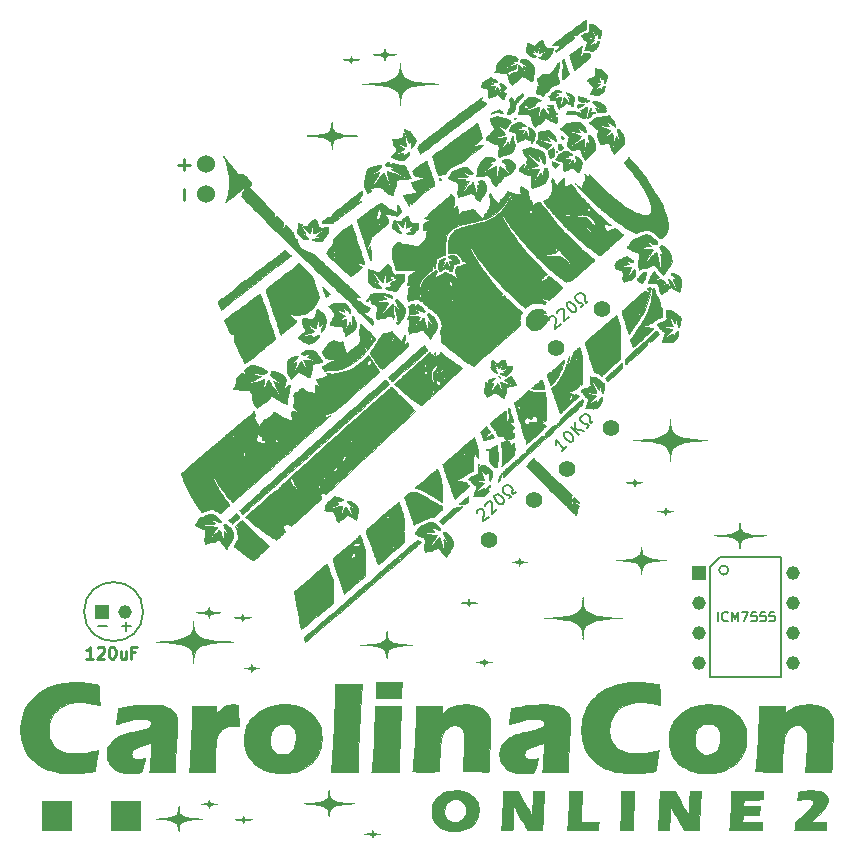
<source format=gbr>
%TF.GenerationSoftware,KiCad,Pcbnew,(6.0.1)*%
%TF.CreationDate,2022-02-21T20:44:29-05:00*%
%TF.ProjectId,cc-online-2,63632d6f-6e6c-4696-9e65-2d322e6b6963,rev?*%
%TF.SameCoordinates,Original*%
%TF.FileFunction,Copper,L1,Top*%
%TF.FilePolarity,Positive*%
%FSLAX46Y46*%
G04 Gerber Fmt 4.6, Leading zero omitted, Abs format (unit mm)*
G04 Created by KiCad (PCBNEW (6.0.1)) date 2022-02-21 20:44:29*
%MOMM*%
%LPD*%
G01*
G04 APERTURE LIST*
G04 Aperture macros list*
%AMHorizOval*
0 Thick line with rounded ends*
0 $1 width*
0 $2 $3 position (X,Y) of the first rounded end (center of the circle)*
0 $4 $5 position (X,Y) of the second rounded end (center of the circle)*
0 Add line between two ends*
20,1,$1,$2,$3,$4,$5,0*
0 Add two circle primitives to create the rounded ends*
1,1,$1,$2,$3*
1,1,$1,$4,$5*%
G04 Aperture macros list end*
%ADD10C,0.150000*%
%TA.AperFunction,NonConductor*%
%ADD11C,0.150000*%
%TD*%
%ADD12C,0.254000*%
%TA.AperFunction,NonConductor*%
%ADD13C,0.254000*%
%TD*%
%ADD14C,0.250000*%
%TA.AperFunction,NonConductor*%
%ADD15C,0.250000*%
%TD*%
%TA.AperFunction,EtchedComponent*%
%ADD16C,0.010000*%
%TD*%
%TA.AperFunction,EtchedComponent*%
%ADD17C,0.200000*%
%TD*%
%TA.AperFunction,ComponentPad*%
%ADD18R,1.158000X1.158000*%
%TD*%
%TA.AperFunction,ComponentPad*%
%ADD19C,1.158000*%
%TD*%
%TA.AperFunction,ComponentPad*%
%ADD20C,1.524000*%
%TD*%
%TA.AperFunction,ComponentPad*%
%ADD21R,2.500000X2.500000*%
%TD*%
%TA.AperFunction,ComponentPad*%
%ADD22R,1.150000X1.150000*%
%TD*%
%TA.AperFunction,ComponentPad*%
%ADD23C,1.150000*%
%TD*%
%TA.AperFunction,ComponentPad*%
%ADD24C,1.400000*%
%TD*%
%TA.AperFunction,ComponentPad*%
%ADD25HorizOval,1.400000X0.000000X0.000000X0.000000X0.000000X0*%
%TD*%
%TA.AperFunction,ComponentPad*%
%ADD26HorizOval,1.400000X0.000000X0.000000X0.000000X0.000000X0*%
%TD*%
%TA.AperFunction,ComponentPad*%
%ADD27HorizOval,1.400000X0.000000X0.000000X0.000000X0.000000X0*%
%TD*%
G04 APERTURE END LIST*
D10*
%TO.C,ICM7555*%
D11*
X132029047Y-116811904D02*
X132029047Y-116011904D01*
X132867142Y-116735714D02*
X132829047Y-116773809D01*
X132714761Y-116811904D01*
X132638571Y-116811904D01*
X132524285Y-116773809D01*
X132448095Y-116697619D01*
X132410000Y-116621428D01*
X132371904Y-116469047D01*
X132371904Y-116354761D01*
X132410000Y-116202380D01*
X132448095Y-116126190D01*
X132524285Y-116050000D01*
X132638571Y-116011904D01*
X132714761Y-116011904D01*
X132829047Y-116050000D01*
X132867142Y-116088095D01*
X133210000Y-116811904D02*
X133210000Y-116011904D01*
X133476666Y-116583333D01*
X133743333Y-116011904D01*
X133743333Y-116811904D01*
X134048095Y-116011904D02*
X134581428Y-116011904D01*
X134238571Y-116811904D01*
X135267142Y-116011904D02*
X134886190Y-116011904D01*
X134848095Y-116392857D01*
X134886190Y-116354761D01*
X134962380Y-116316666D01*
X135152857Y-116316666D01*
X135229047Y-116354761D01*
X135267142Y-116392857D01*
X135305238Y-116469047D01*
X135305238Y-116659523D01*
X135267142Y-116735714D01*
X135229047Y-116773809D01*
X135152857Y-116811904D01*
X134962380Y-116811904D01*
X134886190Y-116773809D01*
X134848095Y-116735714D01*
X136029047Y-116011904D02*
X135648095Y-116011904D01*
X135610000Y-116392857D01*
X135648095Y-116354761D01*
X135724285Y-116316666D01*
X135914761Y-116316666D01*
X135990952Y-116354761D01*
X136029047Y-116392857D01*
X136067142Y-116469047D01*
X136067142Y-116659523D01*
X136029047Y-116735714D01*
X135990952Y-116773809D01*
X135914761Y-116811904D01*
X135724285Y-116811904D01*
X135648095Y-116773809D01*
X135610000Y-116735714D01*
X136790952Y-116011904D02*
X136410000Y-116011904D01*
X136371904Y-116392857D01*
X136410000Y-116354761D01*
X136486190Y-116316666D01*
X136676666Y-116316666D01*
X136752857Y-116354761D01*
X136790952Y-116392857D01*
X136829047Y-116469047D01*
X136829047Y-116659523D01*
X136790952Y-116735714D01*
X136752857Y-116773809D01*
X136676666Y-116811904D01*
X136486190Y-116811904D01*
X136410000Y-116773809D01*
X136371904Y-116735714D01*
D12*
%TO.C,- +*%
D13*
X86820714Y-81153809D02*
X86820714Y-80186190D01*
X86820714Y-78613809D02*
X86820714Y-77646190D01*
X87304523Y-78130000D02*
X86336904Y-78130000D01*
D14*
%TO.C,120uF*%
D15*
X79132380Y-119962380D02*
X78560952Y-119962380D01*
X78846666Y-119962380D02*
X78846666Y-118962380D01*
X78751428Y-119105238D01*
X78656190Y-119200476D01*
X78560952Y-119248095D01*
X79513333Y-119057619D02*
X79560952Y-119010000D01*
X79656190Y-118962380D01*
X79894285Y-118962380D01*
X79989523Y-119010000D01*
X80037142Y-119057619D01*
X80084761Y-119152857D01*
X80084761Y-119248095D01*
X80037142Y-119390952D01*
X79465714Y-119962380D01*
X80084761Y-119962380D01*
X80703809Y-118962380D02*
X80799047Y-118962380D01*
X80894285Y-119010000D01*
X80941904Y-119057619D01*
X80989523Y-119152857D01*
X81037142Y-119343333D01*
X81037142Y-119581428D01*
X80989523Y-119771904D01*
X80941904Y-119867142D01*
X80894285Y-119914761D01*
X80799047Y-119962380D01*
X80703809Y-119962380D01*
X80608571Y-119914761D01*
X80560952Y-119867142D01*
X80513333Y-119771904D01*
X80465714Y-119581428D01*
X80465714Y-119343333D01*
X80513333Y-119152857D01*
X80560952Y-119057619D01*
X80608571Y-119010000D01*
X80703809Y-118962380D01*
X81894285Y-119295714D02*
X81894285Y-119962380D01*
X81465714Y-119295714D02*
X81465714Y-119819523D01*
X81513333Y-119914761D01*
X81608571Y-119962380D01*
X81751428Y-119962380D01*
X81846666Y-119914761D01*
X81894285Y-119867142D01*
X82703809Y-119438571D02*
X82370476Y-119438571D01*
X82370476Y-119962380D02*
X82370476Y-118962380D01*
X82846666Y-118962380D01*
D10*
D11*
X79549047Y-117221428D02*
X80310952Y-117221428D01*
X81549047Y-117221428D02*
X82310952Y-117221428D01*
X81930000Y-117602380D02*
X81930000Y-116840476D01*
D10*
%TO.C,10K\u03A9*%
D11*
X119233826Y-101984992D02*
X118815909Y-102374705D01*
X119024868Y-102179849D02*
X118342869Y-101448495D01*
X118370645Y-101617926D01*
X118365944Y-101752531D01*
X118328768Y-101852310D01*
X119004570Y-100831449D02*
X119074223Y-100766497D01*
X119176352Y-100736371D01*
X119243654Y-100738721D01*
X119343433Y-100775898D01*
X119508164Y-100882727D01*
X119670544Y-101056859D01*
X119765622Y-101228640D01*
X119795748Y-101330769D01*
X119793398Y-101398072D01*
X119756221Y-101497850D01*
X119686569Y-101562803D01*
X119584440Y-101592928D01*
X119517137Y-101590578D01*
X119417359Y-101553401D01*
X119252628Y-101446572D01*
X119090247Y-101272440D01*
X118995169Y-101100659D01*
X118965043Y-100998530D01*
X118967394Y-100931227D01*
X119004570Y-100831449D01*
X120243790Y-101043185D02*
X119561792Y-100311831D01*
X120661707Y-100653471D02*
X119958556Y-100527840D01*
X119979709Y-99922118D02*
X119951505Y-100729747D01*
X120940318Y-100393662D02*
X121114450Y-100231282D01*
X120984545Y-100091976D01*
X120882416Y-100122102D01*
X120747811Y-100117402D01*
X120615557Y-100045399D01*
X120453176Y-99871267D01*
X120390574Y-99734312D01*
X120395275Y-99599707D01*
X120467278Y-99467452D01*
X120606583Y-99337548D01*
X120743538Y-99274946D01*
X120878143Y-99279646D01*
X121010398Y-99351649D01*
X121172779Y-99525781D01*
X121235381Y-99662736D01*
X121230680Y-99797341D01*
X121193503Y-99897120D01*
X121323408Y-100036425D01*
X121497540Y-99874045D01*
D10*
%TO.C,220\u03A9*%
D11*
X117703039Y-91296595D02*
X117708908Y-91229508D01*
X117751256Y-91131812D01*
X117933648Y-90978767D01*
X118037213Y-90954027D01*
X118104300Y-90959897D01*
X118201997Y-91002244D01*
X118263214Y-91075201D01*
X118318563Y-91215245D01*
X118248130Y-92020292D01*
X118722348Y-91622376D01*
X118432605Y-90684416D02*
X118438474Y-90617329D01*
X118480822Y-90519633D01*
X118663214Y-90366588D01*
X118766779Y-90341849D01*
X118833866Y-90347718D01*
X118931563Y-90390066D01*
X118992781Y-90463022D01*
X119048129Y-90603066D01*
X118977697Y-91408113D01*
X119451915Y-91010197D01*
X119283345Y-89846236D02*
X119356302Y-89785019D01*
X119459867Y-89760279D01*
X119526954Y-89766148D01*
X119624650Y-89808496D01*
X119783565Y-89923800D01*
X119936609Y-90106192D01*
X120022567Y-90282714D01*
X120047306Y-90386280D01*
X120041437Y-90453367D01*
X119999089Y-90551063D01*
X119926133Y-90612281D01*
X119822567Y-90637020D01*
X119755480Y-90631151D01*
X119657784Y-90588803D01*
X119498870Y-90473499D01*
X119345825Y-90291108D01*
X119259867Y-90114585D01*
X119235128Y-90011020D01*
X119240997Y-89943933D01*
X119283345Y-89846236D01*
X120473307Y-90153147D02*
X120655699Y-90000102D01*
X120533263Y-89854189D01*
X120429697Y-89878929D01*
X120295523Y-89867190D01*
X120167218Y-89788364D01*
X120014173Y-89605972D01*
X119958825Y-89465928D01*
X119970563Y-89331754D01*
X120049389Y-89203449D01*
X120195303Y-89081013D01*
X120335346Y-89025665D01*
X120469521Y-89037403D01*
X120597826Y-89116229D01*
X120750871Y-89298621D01*
X120806219Y-89438665D01*
X120794480Y-89572839D01*
X120752133Y-89670535D01*
X120874568Y-89816449D01*
X121056960Y-89663404D01*
D10*
D11*
X111610240Y-107637376D02*
X111613765Y-107570124D01*
X111652677Y-107471010D01*
X111829616Y-107311693D01*
X111932255Y-107283354D01*
X111999507Y-107286879D01*
X112098621Y-107325791D01*
X112162348Y-107396567D01*
X112222550Y-107534594D01*
X112180256Y-108341608D01*
X112640298Y-107927384D01*
X112317997Y-107000108D02*
X112321522Y-106932857D01*
X112360434Y-106833743D01*
X112537373Y-106674426D01*
X112640012Y-106646087D01*
X112707264Y-106649611D01*
X112806378Y-106688524D01*
X112870105Y-106759300D01*
X112930307Y-106897326D01*
X112888013Y-107704341D01*
X113348055Y-107290117D01*
X113138967Y-106132749D02*
X113209742Y-106069022D01*
X113312382Y-106040683D01*
X113379633Y-106044208D01*
X113478747Y-106083120D01*
X113641589Y-106192808D01*
X113800905Y-106369747D01*
X113892971Y-106543162D01*
X113921310Y-106645801D01*
X113917785Y-106713052D01*
X113878873Y-106812167D01*
X113808097Y-106875894D01*
X113705458Y-106904232D01*
X113638207Y-106900708D01*
X113539093Y-106861796D01*
X113376251Y-106752108D01*
X113216934Y-106575168D01*
X113124869Y-106401754D01*
X113096530Y-106299114D01*
X113100054Y-106231863D01*
X113138967Y-106132749D01*
X114338915Y-106397943D02*
X114515854Y-106238626D01*
X114388401Y-106097075D01*
X114285762Y-106125414D01*
X114151259Y-106118365D01*
X114020281Y-106044065D01*
X113860965Y-105867125D01*
X113800762Y-105729098D01*
X113807811Y-105594596D01*
X113882112Y-105463618D01*
X114023663Y-105336165D01*
X114161690Y-105275962D01*
X114296192Y-105283011D01*
X114427170Y-105357312D01*
X114586487Y-105534251D01*
X114646689Y-105672278D01*
X114639640Y-105806780D01*
X114600728Y-105905895D01*
X114728181Y-106047446D01*
X114905121Y-105888129D01*
D16*
%TO.C,Ref\u002A\u002A*%
X102802172Y-134532983D02*
X102806500Y-134564643D01*
X102806500Y-134564643D02*
X102825675Y-134620753D01*
X102825675Y-134620753D02*
X102876979Y-134675902D01*
X102876979Y-134675902D02*
X102951079Y-134720579D01*
X102951079Y-134720579D02*
X102965250Y-134726440D01*
X102965250Y-134726440D02*
X103012320Y-134739031D01*
X103012320Y-134739031D02*
X103089659Y-134753745D01*
X103089659Y-134753745D02*
X103185411Y-134768507D01*
X103185411Y-134768507D02*
X103261584Y-134778292D01*
X103261584Y-134778292D02*
X103361790Y-134790148D01*
X103361790Y-134790148D02*
X103422573Y-134798054D01*
X103422573Y-134798054D02*
X103446559Y-134802946D01*
X103446559Y-134802946D02*
X103436373Y-134805762D01*
X103436373Y-134805762D02*
X103394642Y-134807437D01*
X103394642Y-134807437D02*
X103346250Y-134808467D01*
X103346250Y-134808467D02*
X103218957Y-134816557D01*
X103218957Y-134816557D02*
X103095299Y-134834352D01*
X103095299Y-134834352D02*
X102986773Y-134859537D01*
X102986773Y-134859537D02*
X102904871Y-134889798D01*
X102904871Y-134889798D02*
X102883981Y-134901578D01*
X102883981Y-134901578D02*
X102836934Y-134952622D01*
X102836934Y-134952622D02*
X102806515Y-135022110D01*
X102806515Y-135022110D02*
X102787135Y-135083437D01*
X102787135Y-135083437D02*
X102773346Y-135103771D01*
X102773346Y-135103771D02*
X102765656Y-135082824D01*
X102765656Y-135082824D02*
X102764167Y-135046220D01*
X102764167Y-135046220D02*
X102746564Y-134973462D01*
X102746564Y-134973462D02*
X102692988Y-134914476D01*
X102692988Y-134914476D02*
X102602286Y-134868710D01*
X102602286Y-134868710D02*
X102473307Y-134835611D01*
X102473307Y-134835611D02*
X102304899Y-134814626D01*
X102304899Y-134814626D02*
X102277334Y-134812569D01*
X102277334Y-134812569D02*
X102076250Y-134798650D01*
X102076250Y-134798650D02*
X102274091Y-134781659D01*
X102274091Y-134781659D02*
X102447200Y-134760271D01*
X102447200Y-134760271D02*
X102580810Y-134728746D01*
X102580810Y-134728746D02*
X102676730Y-134686198D01*
X102676730Y-134686198D02*
X102736772Y-134631742D01*
X102736772Y-134631742D02*
X102762747Y-134564489D01*
X102762747Y-134564489D02*
X102764167Y-134541813D01*
X102764167Y-134541813D02*
X102771220Y-134507595D01*
X102771220Y-134507595D02*
X102785334Y-134503584D01*
X102785334Y-134503584D02*
X102802172Y-134532983D01*
X102802172Y-134532983D02*
X102802172Y-134532983D01*
G36*
X102802172Y-134532983D02*
G01*
X102806500Y-134564643D01*
X102825675Y-134620753D01*
X102876979Y-134675902D01*
X102951079Y-134720579D01*
X102965250Y-134726440D01*
X103012320Y-134739031D01*
X103089659Y-134753745D01*
X103185411Y-134768507D01*
X103261584Y-134778292D01*
X103361790Y-134790148D01*
X103422573Y-134798054D01*
X103446559Y-134802946D01*
X103436373Y-134805762D01*
X103394642Y-134807437D01*
X103346250Y-134808467D01*
X103218957Y-134816557D01*
X103095299Y-134834352D01*
X102986773Y-134859537D01*
X102904871Y-134889798D01*
X102883981Y-134901578D01*
X102836934Y-134952622D01*
X102806515Y-135022110D01*
X102787135Y-135083437D01*
X102773346Y-135103771D01*
X102765656Y-135082824D01*
X102764167Y-135046220D01*
X102746564Y-134973462D01*
X102692988Y-134914476D01*
X102602286Y-134868710D01*
X102473307Y-134835611D01*
X102304899Y-134814626D01*
X102277334Y-134812569D01*
X102076250Y-134798650D01*
X102274091Y-134781659D01*
X102447200Y-134760271D01*
X102580810Y-134728746D01*
X102676730Y-134686198D01*
X102736772Y-134631742D01*
X102762747Y-134564489D01*
X102764167Y-134541813D01*
X102771220Y-134507595D01*
X102785334Y-134503584D01*
X102802172Y-134532983D01*
G37*
X102802172Y-134532983D02*
X102806500Y-134564643D01*
X102825675Y-134620753D01*
X102876979Y-134675902D01*
X102951079Y-134720579D01*
X102965250Y-134726440D01*
X103012320Y-134739031D01*
X103089659Y-134753745D01*
X103185411Y-134768507D01*
X103261584Y-134778292D01*
X103361790Y-134790148D01*
X103422573Y-134798054D01*
X103446559Y-134802946D01*
X103436373Y-134805762D01*
X103394642Y-134807437D01*
X103346250Y-134808467D01*
X103218957Y-134816557D01*
X103095299Y-134834352D01*
X102986773Y-134859537D01*
X102904871Y-134889798D01*
X102883981Y-134901578D01*
X102836934Y-134952622D01*
X102806515Y-135022110D01*
X102787135Y-135083437D01*
X102773346Y-135103771D01*
X102765656Y-135082824D01*
X102764167Y-135046220D01*
X102746564Y-134973462D01*
X102692988Y-134914476D01*
X102602286Y-134868710D01*
X102473307Y-134835611D01*
X102304899Y-134814626D01*
X102277334Y-134812569D01*
X102076250Y-134798650D01*
X102274091Y-134781659D01*
X102447200Y-134760271D01*
X102580810Y-134728746D01*
X102676730Y-134686198D01*
X102736772Y-134631742D01*
X102762747Y-134564489D01*
X102764167Y-134541813D01*
X102771220Y-134507595D01*
X102785334Y-134503584D01*
X102802172Y-134532983D01*
X110116182Y-131123704D02*
X110276487Y-131136312D01*
X110276487Y-131136312D02*
X110407573Y-131155995D01*
X110407573Y-131155995D02*
X110415917Y-131157762D01*
X110415917Y-131157762D02*
X110688736Y-131234928D01*
X110688736Y-131234928D02*
X110936339Y-131341592D01*
X110936339Y-131341592D02*
X111156582Y-131476010D01*
X111156582Y-131476010D02*
X111347324Y-131636438D01*
X111347324Y-131636438D02*
X111506422Y-131821132D01*
X111506422Y-131821132D02*
X111631732Y-132028349D01*
X111631732Y-132028349D02*
X111705658Y-132207509D01*
X111705658Y-132207509D02*
X111732624Y-132294408D01*
X111732624Y-132294408D02*
X111751304Y-132374600D01*
X111751304Y-132374600D02*
X111763699Y-132461135D01*
X111763699Y-132461135D02*
X111771812Y-132567066D01*
X111771812Y-132567066D02*
X111776330Y-132668107D01*
X111776330Y-132668107D02*
X111778048Y-132882059D01*
X111778048Y-132882059D02*
X111764982Y-133067645D01*
X111764982Y-133067645D02*
X111735576Y-133236714D01*
X111735576Y-133236714D02*
X111688272Y-133401114D01*
X111688272Y-133401114D02*
X111675120Y-133438352D01*
X111675120Y-133438352D02*
X111580604Y-133644172D01*
X111580604Y-133644172D02*
X111452381Y-133843025D01*
X111452381Y-133843025D02*
X111298597Y-134024371D01*
X111298597Y-134024371D02*
X111127398Y-134177667D01*
X111127398Y-134177667D02*
X111073335Y-134216973D01*
X111073335Y-134216973D02*
X110879611Y-134328761D01*
X110879611Y-134328761D02*
X110655433Y-134421238D01*
X110655433Y-134421238D02*
X110408663Y-134493083D01*
X110408663Y-134493083D02*
X110147166Y-134542980D01*
X110147166Y-134542980D02*
X109878807Y-134569609D01*
X109878807Y-134569609D02*
X109611448Y-134571651D01*
X109611448Y-134571651D02*
X109352955Y-134547788D01*
X109352955Y-134547788D02*
X109230584Y-134525960D01*
X109230584Y-134525960D02*
X108991390Y-134468358D01*
X108991390Y-134468358D02*
X108786488Y-134401695D01*
X108786488Y-134401695D02*
X108608134Y-134321910D01*
X108608134Y-134321910D02*
X108448583Y-134224947D01*
X108448583Y-134224947D02*
X108300089Y-134106745D01*
X108300089Y-134106745D02*
X108154910Y-133963247D01*
X108154910Y-133963247D02*
X108153082Y-133961275D01*
X108153082Y-133961275D02*
X108009846Y-133775810D01*
X108009846Y-133775810D02*
X107901832Y-133566935D01*
X107901832Y-133566935D02*
X107829075Y-133334771D01*
X107829075Y-133334771D02*
X107791606Y-133079438D01*
X107791606Y-133079438D02*
X107789633Y-132823608D01*
X107789633Y-132823608D02*
X108863822Y-132823608D01*
X108863822Y-132823608D02*
X108863984Y-132960062D01*
X108863984Y-132960062D02*
X108870286Y-133061228D01*
X108870286Y-133061228D02*
X108881553Y-133137236D01*
X108881553Y-133137236D02*
X108902004Y-133205253D01*
X108902004Y-133205253D02*
X108935859Y-133282448D01*
X108935859Y-133282448D02*
X108950674Y-133312827D01*
X108950674Y-133312827D02*
X109051811Y-133472480D01*
X109051811Y-133472480D02*
X109180312Y-133602884D01*
X109180312Y-133602884D02*
X109331325Y-133702258D01*
X109331325Y-133702258D02*
X109499997Y-133768815D01*
X109499997Y-133768815D02*
X109681478Y-133800774D01*
X109681478Y-133800774D02*
X109870915Y-133796350D01*
X109870915Y-133796350D02*
X110063456Y-133753758D01*
X110063456Y-133753758D02*
X110107920Y-133738283D01*
X110107920Y-133738283D02*
X110283226Y-133653019D01*
X110283226Y-133653019D02*
X110428848Y-133538334D01*
X110428848Y-133538334D02*
X110546385Y-133392629D01*
X110546385Y-133392629D02*
X110637433Y-133214304D01*
X110637433Y-133214304D02*
X110641492Y-133204062D01*
X110641492Y-133204062D02*
X110673747Y-133088341D01*
X110673747Y-133088341D02*
X110693773Y-132946184D01*
X110693773Y-132946184D02*
X110701186Y-132791801D01*
X110701186Y-132791801D02*
X110695601Y-132639397D01*
X110695601Y-132639397D02*
X110676634Y-132503182D01*
X110676634Y-132503182D02*
X110662024Y-132445629D01*
X110662024Y-132445629D02*
X110593352Y-132286256D01*
X110593352Y-132286256D02*
X110493670Y-132144319D01*
X110493670Y-132144319D02*
X110369498Y-132026385D01*
X110369498Y-132026385D02*
X110227356Y-131939026D01*
X110227356Y-131939026D02*
X110119888Y-131899375D01*
X110119888Y-131899375D02*
X110027804Y-131880505D01*
X110027804Y-131880505D02*
X109920869Y-131871315D01*
X109920869Y-131871315D02*
X109786799Y-131870862D01*
X109786799Y-131870862D02*
X109758727Y-131871639D01*
X109758727Y-131871639D02*
X109616354Y-131880677D01*
X109616354Y-131880677D02*
X109503122Y-131901148D01*
X109503122Y-131901148D02*
X109406301Y-131938270D01*
X109406301Y-131938270D02*
X109313156Y-131997261D01*
X109313156Y-131997261D02*
X109210956Y-132083340D01*
X109210956Y-132083340D02*
X109186142Y-132106290D01*
X109186142Y-132106290D02*
X109051114Y-132257790D01*
X109051114Y-132257790D02*
X108953007Y-132426194D01*
X108953007Y-132426194D02*
X108890888Y-132613976D01*
X108890888Y-132613976D02*
X108863822Y-132823608D01*
X108863822Y-132823608D02*
X107789633Y-132823608D01*
X107789633Y-132823608D02*
X107789458Y-132801057D01*
X107789458Y-132801057D02*
X107801591Y-132653704D01*
X107801591Y-132653704D02*
X107850049Y-132389089D01*
X107850049Y-132389089D02*
X107934321Y-132146575D01*
X107934321Y-132146575D02*
X108053673Y-131926898D01*
X108053673Y-131926898D02*
X108207370Y-131730798D01*
X108207370Y-131730798D02*
X108394679Y-131559011D01*
X108394679Y-131559011D02*
X108614866Y-131412275D01*
X108614866Y-131412275D02*
X108867196Y-131291328D01*
X108867196Y-131291328D02*
X109150935Y-131196908D01*
X109150935Y-131196908D02*
X109283500Y-131164407D01*
X109283500Y-131164407D02*
X109415416Y-131142661D01*
X109415416Y-131142661D02*
X109576275Y-131127650D01*
X109576275Y-131127650D02*
X109754444Y-131119441D01*
X109754444Y-131119441D02*
X109938290Y-131118103D01*
X109938290Y-131118103D02*
X110116182Y-131123704D01*
X110116182Y-131123704D02*
X110116182Y-131123704D01*
G36*
X107801591Y-132653704D02*
G01*
X107850049Y-132389089D01*
X107934321Y-132146575D01*
X108053673Y-131926898D01*
X108207370Y-131730798D01*
X108394679Y-131559011D01*
X108614866Y-131412275D01*
X108867196Y-131291328D01*
X109150935Y-131196908D01*
X109283500Y-131164407D01*
X109415416Y-131142661D01*
X109576275Y-131127650D01*
X109754444Y-131119441D01*
X109938290Y-131118103D01*
X110116182Y-131123704D01*
X110276487Y-131136312D01*
X110407573Y-131155995D01*
X110415917Y-131157762D01*
X110688736Y-131234928D01*
X110936339Y-131341592D01*
X111156582Y-131476010D01*
X111347324Y-131636438D01*
X111506422Y-131821132D01*
X111631732Y-132028349D01*
X111705658Y-132207509D01*
X111732624Y-132294408D01*
X111751304Y-132374600D01*
X111763699Y-132461135D01*
X111771812Y-132567066D01*
X111776330Y-132668107D01*
X111778048Y-132882059D01*
X111764982Y-133067645D01*
X111735576Y-133236714D01*
X111688272Y-133401114D01*
X111675120Y-133438352D01*
X111580604Y-133644172D01*
X111452381Y-133843025D01*
X111298597Y-134024371D01*
X111127398Y-134177667D01*
X111073335Y-134216973D01*
X110879611Y-134328761D01*
X110655433Y-134421238D01*
X110408663Y-134493083D01*
X110147166Y-134542980D01*
X109878807Y-134569609D01*
X109611448Y-134571651D01*
X109352955Y-134547788D01*
X109230584Y-134525960D01*
X108991390Y-134468358D01*
X108786488Y-134401695D01*
X108608134Y-134321910D01*
X108448583Y-134224947D01*
X108300089Y-134106745D01*
X108154910Y-133963247D01*
X108153082Y-133961275D01*
X108009846Y-133775810D01*
X107901832Y-133566935D01*
X107829075Y-133334771D01*
X107791606Y-133079438D01*
X107789633Y-132823608D01*
X108863822Y-132823608D01*
X108863984Y-132960062D01*
X108870286Y-133061228D01*
X108881553Y-133137236D01*
X108902004Y-133205253D01*
X108935859Y-133282448D01*
X108950674Y-133312827D01*
X109051811Y-133472480D01*
X109180312Y-133602884D01*
X109331325Y-133702258D01*
X109499997Y-133768815D01*
X109681478Y-133800774D01*
X109870915Y-133796350D01*
X110063456Y-133753758D01*
X110107920Y-133738283D01*
X110283226Y-133653019D01*
X110428848Y-133538334D01*
X110546385Y-133392629D01*
X110637433Y-133214304D01*
X110641492Y-133204062D01*
X110673747Y-133088341D01*
X110693773Y-132946184D01*
X110701186Y-132791801D01*
X110695601Y-132639397D01*
X110676634Y-132503182D01*
X110662024Y-132445629D01*
X110593352Y-132286256D01*
X110493670Y-132144319D01*
X110369498Y-132026385D01*
X110227356Y-131939026D01*
X110119888Y-131899375D01*
X110027804Y-131880505D01*
X109920869Y-131871315D01*
X109786799Y-131870862D01*
X109758727Y-131871639D01*
X109616354Y-131880677D01*
X109503122Y-131901148D01*
X109406301Y-131938270D01*
X109313156Y-131997261D01*
X109210956Y-132083340D01*
X109186142Y-132106290D01*
X109051114Y-132257790D01*
X108953007Y-132426194D01*
X108890888Y-132613976D01*
X108863822Y-132823608D01*
X107789633Y-132823608D01*
X107789458Y-132801057D01*
X107801591Y-132653704D01*
G37*
X107801591Y-132653704D02*
X107850049Y-132389089D01*
X107934321Y-132146575D01*
X108053673Y-131926898D01*
X108207370Y-131730798D01*
X108394679Y-131559011D01*
X108614866Y-131412275D01*
X108867196Y-131291328D01*
X109150935Y-131196908D01*
X109283500Y-131164407D01*
X109415416Y-131142661D01*
X109576275Y-131127650D01*
X109754444Y-131119441D01*
X109938290Y-131118103D01*
X110116182Y-131123704D01*
X110276487Y-131136312D01*
X110407573Y-131155995D01*
X110415917Y-131157762D01*
X110688736Y-131234928D01*
X110936339Y-131341592D01*
X111156582Y-131476010D01*
X111347324Y-131636438D01*
X111506422Y-131821132D01*
X111631732Y-132028349D01*
X111705658Y-132207509D01*
X111732624Y-132294408D01*
X111751304Y-132374600D01*
X111763699Y-132461135D01*
X111771812Y-132567066D01*
X111776330Y-132668107D01*
X111778048Y-132882059D01*
X111764982Y-133067645D01*
X111735576Y-133236714D01*
X111688272Y-133401114D01*
X111675120Y-133438352D01*
X111580604Y-133644172D01*
X111452381Y-133843025D01*
X111298597Y-134024371D01*
X111127398Y-134177667D01*
X111073335Y-134216973D01*
X110879611Y-134328761D01*
X110655433Y-134421238D01*
X110408663Y-134493083D01*
X110147166Y-134542980D01*
X109878807Y-134569609D01*
X109611448Y-134571651D01*
X109352955Y-134547788D01*
X109230584Y-134525960D01*
X108991390Y-134468358D01*
X108786488Y-134401695D01*
X108608134Y-134321910D01*
X108448583Y-134224947D01*
X108300089Y-134106745D01*
X108154910Y-133963247D01*
X108153082Y-133961275D01*
X108009846Y-133775810D01*
X107901832Y-133566935D01*
X107829075Y-133334771D01*
X107791606Y-133079438D01*
X107789633Y-132823608D01*
X108863822Y-132823608D01*
X108863984Y-132960062D01*
X108870286Y-133061228D01*
X108881553Y-133137236D01*
X108902004Y-133205253D01*
X108935859Y-133282448D01*
X108950674Y-133312827D01*
X109051811Y-133472480D01*
X109180312Y-133602884D01*
X109331325Y-133702258D01*
X109499997Y-133768815D01*
X109681478Y-133800774D01*
X109870915Y-133796350D01*
X110063456Y-133753758D01*
X110107920Y-133738283D01*
X110283226Y-133653019D01*
X110428848Y-133538334D01*
X110546385Y-133392629D01*
X110637433Y-133214304D01*
X110641492Y-133204062D01*
X110673747Y-133088341D01*
X110693773Y-132946184D01*
X110701186Y-132791801D01*
X110695601Y-132639397D01*
X110676634Y-132503182D01*
X110662024Y-132445629D01*
X110593352Y-132286256D01*
X110493670Y-132144319D01*
X110369498Y-132026385D01*
X110227356Y-131939026D01*
X110119888Y-131899375D01*
X110027804Y-131880505D01*
X109920869Y-131871315D01*
X109786799Y-131870862D01*
X109758727Y-131871639D01*
X109616354Y-131880677D01*
X109503122Y-131901148D01*
X109406301Y-131938270D01*
X109313156Y-131997261D01*
X109210956Y-132083340D01*
X109186142Y-132106290D01*
X109051114Y-132257790D01*
X108953007Y-132426194D01*
X108890888Y-132613976D01*
X108863822Y-132823608D01*
X107789633Y-132823608D01*
X107789458Y-132801057D01*
X107801591Y-132653704D01*
X86382008Y-132675031D02*
X86404043Y-132845258D01*
X86404043Y-132845258D02*
X86449510Y-132988097D01*
X86449510Y-132988097D02*
X86521534Y-133106752D01*
X86521534Y-133106752D02*
X86623238Y-133204425D01*
X86623238Y-133204425D02*
X86757743Y-133284320D01*
X86757743Y-133284320D02*
X86928175Y-133349640D01*
X86928175Y-133349640D02*
X87079717Y-133390584D01*
X87079717Y-133390584D02*
X87227792Y-133422069D01*
X87227792Y-133422069D02*
X87378277Y-133446699D01*
X87378277Y-133446699D02*
X87540570Y-133465512D01*
X87540570Y-133465512D02*
X87724066Y-133479549D01*
X87724066Y-133479549D02*
X87938161Y-133489848D01*
X87938161Y-133489848D02*
X87995465Y-133491891D01*
X87995465Y-133491891D02*
X88115768Y-133496283D01*
X88115768Y-133496283D02*
X88219429Y-133500727D01*
X88219429Y-133500727D02*
X88299877Y-133504888D01*
X88299877Y-133504888D02*
X88350542Y-133508429D01*
X88350542Y-133508429D02*
X88365233Y-133510823D01*
X88365233Y-133510823D02*
X88343170Y-133513775D01*
X88343170Y-133513775D02*
X88285273Y-133518357D01*
X88285273Y-133518357D02*
X88197990Y-133524147D01*
X88197990Y-133524147D02*
X88087770Y-133530722D01*
X88087770Y-133530722D02*
X87961062Y-133537659D01*
X87961062Y-133537659D02*
X87935336Y-133538999D01*
X87935336Y-133538999D02*
X87634858Y-133559389D01*
X87634858Y-133559389D02*
X87373580Y-133587825D01*
X87373580Y-133587825D02*
X87149020Y-133624970D01*
X87149020Y-133624970D02*
X86958695Y-133671485D01*
X86958695Y-133671485D02*
X86800120Y-133728034D01*
X86800120Y-133728034D02*
X86670812Y-133795278D01*
X86670812Y-133795278D02*
X86568288Y-133873880D01*
X86568288Y-133873880D02*
X86529589Y-133913860D01*
X86529589Y-133913860D02*
X86470442Y-133991122D01*
X86470442Y-133991122D02*
X86429456Y-134072122D01*
X86429456Y-134072122D02*
X86402744Y-134168231D01*
X86402744Y-134168231D02*
X86386420Y-134290817D01*
X86386420Y-134290817D02*
X86382256Y-134344834D01*
X86382256Y-134344834D02*
X86368836Y-134545917D01*
X86368836Y-134545917D02*
X86352245Y-134376584D01*
X86352245Y-134376584D02*
X86324773Y-134198054D01*
X86324773Y-134198054D02*
X86278664Y-134053274D01*
X86278664Y-134053274D02*
X86210375Y-133936440D01*
X86210375Y-133936440D02*
X86116363Y-133841750D01*
X86116363Y-133841750D02*
X85993083Y-133763400D01*
X85993083Y-133763400D02*
X85971011Y-133752289D01*
X85971011Y-133752289D02*
X85833514Y-133697011D01*
X85833514Y-133697011D02*
X85662481Y-133647499D01*
X85662481Y-133647499D02*
X85466501Y-133605317D01*
X85466501Y-133605317D02*
X85254164Y-133572027D01*
X85254164Y-133572027D02*
X85034057Y-133549193D01*
X85034057Y-133549193D02*
X84814770Y-133538378D01*
X84814770Y-133538378D02*
X84793797Y-133538026D01*
X84793797Y-133538026D02*
X84687541Y-133535032D01*
X84687541Y-133535032D02*
X84576311Y-133529463D01*
X84576311Y-133529463D02*
X84482768Y-133522474D01*
X84482768Y-133522474D02*
X84476167Y-133521833D01*
X84476167Y-133521833D02*
X84436458Y-133516834D01*
X84436458Y-133516834D02*
X84426023Y-133512320D01*
X84426023Y-133512320D02*
X84447429Y-133508011D01*
X84447429Y-133508011D02*
X84503246Y-133503627D01*
X84503246Y-133503627D02*
X84596042Y-133498888D01*
X84596042Y-133498888D02*
X84728387Y-133493516D01*
X84728387Y-133493516D02*
X84740750Y-133493051D01*
X84740750Y-133493051D02*
X85050045Y-133475749D01*
X85050045Y-133475749D02*
X85320595Y-133448225D01*
X85320595Y-133448225D02*
X85554842Y-133410029D01*
X85554842Y-133410029D02*
X85755233Y-133360711D01*
X85755233Y-133360711D02*
X85924210Y-133299822D01*
X85924210Y-133299822D02*
X86006324Y-133260344D01*
X86006324Y-133260344D02*
X86120537Y-133187233D01*
X86120537Y-133187233D02*
X86208114Y-133100850D01*
X86208114Y-133100850D02*
X86272641Y-132994793D01*
X86272641Y-132994793D02*
X86317702Y-132862656D01*
X86317702Y-132862656D02*
X86346884Y-132698038D01*
X86346884Y-132698038D02*
X86353120Y-132640917D01*
X86353120Y-132640917D02*
X86369515Y-132471584D01*
X86369515Y-132471584D02*
X86382008Y-132675031D01*
X86382008Y-132675031D02*
X86382008Y-132675031D01*
G36*
X86382008Y-132675031D02*
G01*
X86404043Y-132845258D01*
X86449510Y-132988097D01*
X86521534Y-133106752D01*
X86623238Y-133204425D01*
X86757743Y-133284320D01*
X86928175Y-133349640D01*
X87079717Y-133390584D01*
X87227792Y-133422069D01*
X87378277Y-133446699D01*
X87540570Y-133465512D01*
X87724066Y-133479549D01*
X87938161Y-133489848D01*
X87995465Y-133491891D01*
X88115768Y-133496283D01*
X88219429Y-133500727D01*
X88299877Y-133504888D01*
X88350542Y-133508429D01*
X88365233Y-133510823D01*
X88343170Y-133513775D01*
X88285273Y-133518357D01*
X88197990Y-133524147D01*
X88087770Y-133530722D01*
X87961062Y-133537659D01*
X87935336Y-133538999D01*
X87634858Y-133559389D01*
X87373580Y-133587825D01*
X87149020Y-133624970D01*
X86958695Y-133671485D01*
X86800120Y-133728034D01*
X86670812Y-133795278D01*
X86568288Y-133873880D01*
X86529589Y-133913860D01*
X86470442Y-133991122D01*
X86429456Y-134072122D01*
X86402744Y-134168231D01*
X86386420Y-134290817D01*
X86382256Y-134344834D01*
X86368836Y-134545917D01*
X86352245Y-134376584D01*
X86324773Y-134198054D01*
X86278664Y-134053274D01*
X86210375Y-133936440D01*
X86116363Y-133841750D01*
X85993083Y-133763400D01*
X85971011Y-133752289D01*
X85833514Y-133697011D01*
X85662481Y-133647499D01*
X85466501Y-133605317D01*
X85254164Y-133572027D01*
X85034057Y-133549193D01*
X84814770Y-133538378D01*
X84793797Y-133538026D01*
X84687541Y-133535032D01*
X84576311Y-133529463D01*
X84482768Y-133522474D01*
X84476167Y-133521833D01*
X84436458Y-133516834D01*
X84426023Y-133512320D01*
X84447429Y-133508011D01*
X84503246Y-133503627D01*
X84596042Y-133498888D01*
X84728387Y-133493516D01*
X84740750Y-133493051D01*
X85050045Y-133475749D01*
X85320595Y-133448225D01*
X85554842Y-133410029D01*
X85755233Y-133360711D01*
X85924210Y-133299822D01*
X86006324Y-133260344D01*
X86120537Y-133187233D01*
X86208114Y-133100850D01*
X86272641Y-132994793D01*
X86317702Y-132862656D01*
X86346884Y-132698038D01*
X86353120Y-132640917D01*
X86369515Y-132471584D01*
X86382008Y-132675031D01*
G37*
X86382008Y-132675031D02*
X86404043Y-132845258D01*
X86449510Y-132988097D01*
X86521534Y-133106752D01*
X86623238Y-133204425D01*
X86757743Y-133284320D01*
X86928175Y-133349640D01*
X87079717Y-133390584D01*
X87227792Y-133422069D01*
X87378277Y-133446699D01*
X87540570Y-133465512D01*
X87724066Y-133479549D01*
X87938161Y-133489848D01*
X87995465Y-133491891D01*
X88115768Y-133496283D01*
X88219429Y-133500727D01*
X88299877Y-133504888D01*
X88350542Y-133508429D01*
X88365233Y-133510823D01*
X88343170Y-133513775D01*
X88285273Y-133518357D01*
X88197990Y-133524147D01*
X88087770Y-133530722D01*
X87961062Y-133537659D01*
X87935336Y-133538999D01*
X87634858Y-133559389D01*
X87373580Y-133587825D01*
X87149020Y-133624970D01*
X86958695Y-133671485D01*
X86800120Y-133728034D01*
X86670812Y-133795278D01*
X86568288Y-133873880D01*
X86529589Y-133913860D01*
X86470442Y-133991122D01*
X86429456Y-134072122D01*
X86402744Y-134168231D01*
X86386420Y-134290817D01*
X86382256Y-134344834D01*
X86368836Y-134545917D01*
X86352245Y-134376584D01*
X86324773Y-134198054D01*
X86278664Y-134053274D01*
X86210375Y-133936440D01*
X86116363Y-133841750D01*
X85993083Y-133763400D01*
X85971011Y-133752289D01*
X85833514Y-133697011D01*
X85662481Y-133647499D01*
X85466501Y-133605317D01*
X85254164Y-133572027D01*
X85034057Y-133549193D01*
X84814770Y-133538378D01*
X84793797Y-133538026D01*
X84687541Y-133535032D01*
X84576311Y-133529463D01*
X84482768Y-133522474D01*
X84476167Y-133521833D01*
X84436458Y-133516834D01*
X84426023Y-133512320D01*
X84447429Y-133508011D01*
X84503246Y-133503627D01*
X84596042Y-133498888D01*
X84728387Y-133493516D01*
X84740750Y-133493051D01*
X85050045Y-133475749D01*
X85320595Y-133448225D01*
X85554842Y-133410029D01*
X85755233Y-133360711D01*
X85924210Y-133299822D01*
X86006324Y-133260344D01*
X86120537Y-133187233D01*
X86208114Y-133100850D01*
X86272641Y-132994793D01*
X86317702Y-132862656D01*
X86346884Y-132698038D01*
X86353120Y-132640917D01*
X86369515Y-132471584D01*
X86382008Y-132675031D01*
X114393427Y-131170662D02*
X114548515Y-131172947D01*
X114548515Y-131172947D02*
X114697329Y-131176392D01*
X114697329Y-131176392D02*
X114825918Y-131180700D01*
X114825918Y-131180700D02*
X114886154Y-131183498D01*
X114886154Y-131183498D02*
X115140287Y-131197163D01*
X115140287Y-131197163D02*
X115709089Y-132234847D01*
X115709089Y-132234847D02*
X115831031Y-132457151D01*
X115831031Y-132457151D02*
X115934314Y-132644918D01*
X115934314Y-132644918D02*
X116020531Y-132800787D01*
X116020531Y-132800787D02*
X116091275Y-132927396D01*
X116091275Y-132927396D02*
X116148139Y-133027382D01*
X116148139Y-133027382D02*
X116192718Y-133103383D01*
X116192718Y-133103383D02*
X116226604Y-133158039D01*
X116226604Y-133158039D02*
X116251391Y-133193986D01*
X116251391Y-133193986D02*
X116268672Y-133213863D01*
X116268672Y-133213863D02*
X116280040Y-133220308D01*
X116280040Y-133220308D02*
X116287088Y-133215959D01*
X116287088Y-133215959D02*
X116291410Y-133203454D01*
X116291410Y-133203454D02*
X116292101Y-133200141D01*
X116292101Y-133200141D02*
X116298046Y-133152568D01*
X116298046Y-133152568D02*
X116305008Y-133067831D01*
X116305008Y-133067831D02*
X116312735Y-132951082D01*
X116312735Y-132951082D02*
X116320975Y-132807471D01*
X116320975Y-132807471D02*
X116329475Y-132642149D01*
X116329475Y-132642149D02*
X116337985Y-132460267D01*
X116337985Y-132460267D02*
X116346252Y-132266975D01*
X116346252Y-132266975D02*
X116354025Y-132067424D01*
X116354025Y-132067424D02*
X116361051Y-131866766D01*
X116361051Y-131866766D02*
X116367079Y-131670151D01*
X116367079Y-131670151D02*
X116367310Y-131661959D01*
X116367310Y-131661959D02*
X116381095Y-131169834D01*
X116381095Y-131169834D02*
X117353468Y-131169834D01*
X117353468Y-131169834D02*
X117340186Y-131291542D01*
X117340186Y-131291542D02*
X117331254Y-131385713D01*
X117331254Y-131385713D02*
X117320792Y-131516848D01*
X117320792Y-131516848D02*
X117309101Y-131679615D01*
X117309101Y-131679615D02*
X117296481Y-131868684D01*
X117296481Y-131868684D02*
X117283234Y-132078725D01*
X117283234Y-132078725D02*
X117269660Y-132304406D01*
X117269660Y-132304406D02*
X117256061Y-132540398D01*
X117256061Y-132540398D02*
X117242737Y-132781370D01*
X117242737Y-132781370D02*
X117229989Y-133021991D01*
X117229989Y-133021991D02*
X117218118Y-133256930D01*
X117218118Y-133256930D02*
X117207426Y-133480858D01*
X117207426Y-133480858D02*
X117198212Y-133688443D01*
X117198212Y-133688443D02*
X117190778Y-133874355D01*
X117190778Y-133874355D02*
X117185444Y-134032625D01*
X117185444Y-134032625D02*
X117171923Y-134493000D01*
X117171923Y-134493000D02*
X116553470Y-134493000D01*
X116553470Y-134493000D02*
X116363294Y-134492546D01*
X116363294Y-134492546D02*
X116211888Y-134491085D01*
X116211888Y-134491085D02*
X116095697Y-134488472D01*
X116095697Y-134488472D02*
X116011167Y-134484557D01*
X116011167Y-134484557D02*
X115954743Y-134479196D01*
X115954743Y-134479196D02*
X115922871Y-134472241D01*
X115922871Y-134472241D02*
X115913421Y-134466542D01*
X115913421Y-134466542D02*
X115896625Y-134440620D01*
X115896625Y-134440620D02*
X115861428Y-134382328D01*
X115861428Y-134382328D02*
X115810380Y-134296081D01*
X115810380Y-134296081D02*
X115746031Y-134186294D01*
X115746031Y-134186294D02*
X115670931Y-134057381D01*
X115670931Y-134057381D02*
X115587630Y-133913759D01*
X115587630Y-133913759D02*
X115498677Y-133759842D01*
X115498677Y-133759842D02*
X115406624Y-133600046D01*
X115406624Y-133600046D02*
X115314019Y-133438785D01*
X115314019Y-133438785D02*
X115223413Y-133280475D01*
X115223413Y-133280475D02*
X115137356Y-133129530D01*
X115137356Y-133129530D02*
X115058398Y-132990366D01*
X115058398Y-132990366D02*
X114989088Y-132867399D01*
X114989088Y-132867399D02*
X114965230Y-132824797D01*
X114965230Y-132824797D02*
X114900541Y-132710676D01*
X114900541Y-132710676D02*
X114842543Y-132611494D01*
X114842543Y-132611494D02*
X114794382Y-132532373D01*
X114794382Y-132532373D02*
X114759200Y-132478432D01*
X114759200Y-132478432D02*
X114740141Y-132454792D01*
X114740141Y-132454792D02*
X114737909Y-132454540D01*
X114737909Y-132454540D02*
X114734513Y-132479288D01*
X114734513Y-132479288D02*
X114730038Y-132541034D01*
X114730038Y-132541034D02*
X114724753Y-132634465D01*
X114724753Y-132634465D02*
X114718928Y-132754267D01*
X114718928Y-132754267D02*
X114712830Y-132895128D01*
X114712830Y-132895128D02*
X114706730Y-133051733D01*
X114706730Y-133051733D02*
X114704358Y-133117326D01*
X114704358Y-133117326D02*
X114694748Y-133387799D01*
X114694748Y-133387799D02*
X114686395Y-133619084D01*
X114686395Y-133619084D02*
X114679135Y-133814304D01*
X114679135Y-133814304D02*
X114672806Y-133976580D01*
X114672806Y-133976580D02*
X114667245Y-134109034D01*
X114667245Y-134109034D02*
X114662290Y-134214789D01*
X114662290Y-134214789D02*
X114657776Y-134296966D01*
X114657776Y-134296966D02*
X114653542Y-134358687D01*
X114653542Y-134358687D02*
X114649425Y-134403074D01*
X114649425Y-134403074D02*
X114645261Y-134433250D01*
X114645261Y-134433250D02*
X114640887Y-134452336D01*
X114640887Y-134452336D02*
X114636142Y-134463454D01*
X114636142Y-134463454D02*
X114633963Y-134466542D01*
X114633963Y-134466542D02*
X114614432Y-134475865D01*
X114614432Y-134475865D02*
X114570471Y-134482938D01*
X114570471Y-134482938D02*
X114498209Y-134487968D01*
X114498209Y-134487968D02*
X114393778Y-134491167D01*
X114393778Y-134491167D02*
X114253307Y-134492745D01*
X114253307Y-134492745D02*
X114146202Y-134493000D01*
X114146202Y-134493000D02*
X113680088Y-134493000D01*
X113680088Y-134493000D02*
X113693544Y-134348221D01*
X113693544Y-134348221D02*
X113704747Y-134214961D01*
X113704747Y-134214961D02*
X113717202Y-134044134D01*
X113717202Y-134044134D02*
X113730652Y-133840479D01*
X113730652Y-133840479D02*
X113744841Y-133608737D01*
X113744841Y-133608737D02*
X113759513Y-133353647D01*
X113759513Y-133353647D02*
X113774410Y-133079949D01*
X113774410Y-133079949D02*
X113789278Y-132792381D01*
X113789278Y-132792381D02*
X113803859Y-132495684D01*
X113803859Y-132495684D02*
X113817898Y-132194597D01*
X113817898Y-132194597D02*
X113831138Y-131893861D01*
X113831138Y-131893861D02*
X113843323Y-131598213D01*
X113843323Y-131598213D02*
X113846224Y-131524375D01*
X113846224Y-131524375D02*
X113860007Y-131169834D01*
X113860007Y-131169834D02*
X114246014Y-131169834D01*
X114246014Y-131169834D02*
X114393427Y-131170662D01*
X114393427Y-131170662D02*
X114393427Y-131170662D01*
G36*
X114393427Y-131170662D02*
G01*
X114548515Y-131172947D01*
X114697329Y-131176392D01*
X114825918Y-131180700D01*
X114886154Y-131183498D01*
X115140287Y-131197163D01*
X115709089Y-132234847D01*
X115831031Y-132457151D01*
X115934314Y-132644918D01*
X116020531Y-132800787D01*
X116091275Y-132927396D01*
X116148139Y-133027382D01*
X116192718Y-133103383D01*
X116226604Y-133158039D01*
X116251391Y-133193986D01*
X116268672Y-133213863D01*
X116280040Y-133220308D01*
X116287088Y-133215959D01*
X116291410Y-133203454D01*
X116292101Y-133200141D01*
X116298046Y-133152568D01*
X116305008Y-133067831D01*
X116312735Y-132951082D01*
X116320975Y-132807471D01*
X116329475Y-132642149D01*
X116337985Y-132460267D01*
X116346252Y-132266975D01*
X116354025Y-132067424D01*
X116361051Y-131866766D01*
X116367079Y-131670151D01*
X116367310Y-131661959D01*
X116381095Y-131169834D01*
X117353468Y-131169834D01*
X117340186Y-131291542D01*
X117331254Y-131385713D01*
X117320792Y-131516848D01*
X117309101Y-131679615D01*
X117296481Y-131868684D01*
X117283234Y-132078725D01*
X117269660Y-132304406D01*
X117256061Y-132540398D01*
X117242737Y-132781370D01*
X117229989Y-133021991D01*
X117218118Y-133256930D01*
X117207426Y-133480858D01*
X117198212Y-133688443D01*
X117190778Y-133874355D01*
X117185444Y-134032625D01*
X117171923Y-134493000D01*
X116553470Y-134493000D01*
X116363294Y-134492546D01*
X116211888Y-134491085D01*
X116095697Y-134488472D01*
X116011167Y-134484557D01*
X115954743Y-134479196D01*
X115922871Y-134472241D01*
X115913421Y-134466542D01*
X115896625Y-134440620D01*
X115861428Y-134382328D01*
X115810380Y-134296081D01*
X115746031Y-134186294D01*
X115670931Y-134057381D01*
X115587630Y-133913759D01*
X115498677Y-133759842D01*
X115406624Y-133600046D01*
X115314019Y-133438785D01*
X115223413Y-133280475D01*
X115137356Y-133129530D01*
X115058398Y-132990366D01*
X114989088Y-132867399D01*
X114965230Y-132824797D01*
X114900541Y-132710676D01*
X114842543Y-132611494D01*
X114794382Y-132532373D01*
X114759200Y-132478432D01*
X114740141Y-132454792D01*
X114737909Y-132454540D01*
X114734513Y-132479288D01*
X114730038Y-132541034D01*
X114724753Y-132634465D01*
X114718928Y-132754267D01*
X114712830Y-132895128D01*
X114706730Y-133051733D01*
X114704358Y-133117326D01*
X114694748Y-133387799D01*
X114686395Y-133619084D01*
X114679135Y-133814304D01*
X114672806Y-133976580D01*
X114667245Y-134109034D01*
X114662290Y-134214789D01*
X114657776Y-134296966D01*
X114653542Y-134358687D01*
X114649425Y-134403074D01*
X114645261Y-134433250D01*
X114640887Y-134452336D01*
X114636142Y-134463454D01*
X114633963Y-134466542D01*
X114614432Y-134475865D01*
X114570471Y-134482938D01*
X114498209Y-134487968D01*
X114393778Y-134491167D01*
X114253307Y-134492745D01*
X114146202Y-134493000D01*
X113680088Y-134493000D01*
X113693544Y-134348221D01*
X113704747Y-134214961D01*
X113717202Y-134044134D01*
X113730652Y-133840479D01*
X113744841Y-133608737D01*
X113759513Y-133353647D01*
X113774410Y-133079949D01*
X113789278Y-132792381D01*
X113803859Y-132495684D01*
X113817898Y-132194597D01*
X113831138Y-131893861D01*
X113843323Y-131598213D01*
X113846224Y-131524375D01*
X113860007Y-131169834D01*
X114246014Y-131169834D01*
X114393427Y-131170662D01*
G37*
X114393427Y-131170662D02*
X114548515Y-131172947D01*
X114697329Y-131176392D01*
X114825918Y-131180700D01*
X114886154Y-131183498D01*
X115140287Y-131197163D01*
X115709089Y-132234847D01*
X115831031Y-132457151D01*
X115934314Y-132644918D01*
X116020531Y-132800787D01*
X116091275Y-132927396D01*
X116148139Y-133027382D01*
X116192718Y-133103383D01*
X116226604Y-133158039D01*
X116251391Y-133193986D01*
X116268672Y-133213863D01*
X116280040Y-133220308D01*
X116287088Y-133215959D01*
X116291410Y-133203454D01*
X116292101Y-133200141D01*
X116298046Y-133152568D01*
X116305008Y-133067831D01*
X116312735Y-132951082D01*
X116320975Y-132807471D01*
X116329475Y-132642149D01*
X116337985Y-132460267D01*
X116346252Y-132266975D01*
X116354025Y-132067424D01*
X116361051Y-131866766D01*
X116367079Y-131670151D01*
X116367310Y-131661959D01*
X116381095Y-131169834D01*
X117353468Y-131169834D01*
X117340186Y-131291542D01*
X117331254Y-131385713D01*
X117320792Y-131516848D01*
X117309101Y-131679615D01*
X117296481Y-131868684D01*
X117283234Y-132078725D01*
X117269660Y-132304406D01*
X117256061Y-132540398D01*
X117242737Y-132781370D01*
X117229989Y-133021991D01*
X117218118Y-133256930D01*
X117207426Y-133480858D01*
X117198212Y-133688443D01*
X117190778Y-133874355D01*
X117185444Y-134032625D01*
X117171923Y-134493000D01*
X116553470Y-134493000D01*
X116363294Y-134492546D01*
X116211888Y-134491085D01*
X116095697Y-134488472D01*
X116011167Y-134484557D01*
X115954743Y-134479196D01*
X115922871Y-134472241D01*
X115913421Y-134466542D01*
X115896625Y-134440620D01*
X115861428Y-134382328D01*
X115810380Y-134296081D01*
X115746031Y-134186294D01*
X115670931Y-134057381D01*
X115587630Y-133913759D01*
X115498677Y-133759842D01*
X115406624Y-133600046D01*
X115314019Y-133438785D01*
X115223413Y-133280475D01*
X115137356Y-133129530D01*
X115058398Y-132990366D01*
X114989088Y-132867399D01*
X114965230Y-132824797D01*
X114900541Y-132710676D01*
X114842543Y-132611494D01*
X114794382Y-132532373D01*
X114759200Y-132478432D01*
X114740141Y-132454792D01*
X114737909Y-132454540D01*
X114734513Y-132479288D01*
X114730038Y-132541034D01*
X114724753Y-132634465D01*
X114718928Y-132754267D01*
X114712830Y-132895128D01*
X114706730Y-133051733D01*
X114704358Y-133117326D01*
X114694748Y-133387799D01*
X114686395Y-133619084D01*
X114679135Y-133814304D01*
X114672806Y-133976580D01*
X114667245Y-134109034D01*
X114662290Y-134214789D01*
X114657776Y-134296966D01*
X114653542Y-134358687D01*
X114649425Y-134403074D01*
X114645261Y-134433250D01*
X114640887Y-134452336D01*
X114636142Y-134463454D01*
X114633963Y-134466542D01*
X114614432Y-134475865D01*
X114570471Y-134482938D01*
X114498209Y-134487968D01*
X114393778Y-134491167D01*
X114253307Y-134492745D01*
X114146202Y-134493000D01*
X113680088Y-134493000D01*
X113693544Y-134348221D01*
X113704747Y-134214961D01*
X113717202Y-134044134D01*
X113730652Y-133840479D01*
X113744841Y-133608737D01*
X113759513Y-133353647D01*
X113774410Y-133079949D01*
X113789278Y-132792381D01*
X113803859Y-132495684D01*
X113817898Y-132194597D01*
X113831138Y-131893861D01*
X113843323Y-131598213D01*
X113846224Y-131524375D01*
X113860007Y-131169834D01*
X114246014Y-131169834D01*
X114393427Y-131170662D01*
X120555935Y-131238625D02*
X120549525Y-131291194D01*
X120549525Y-131291194D02*
X120541641Y-131380250D01*
X120541641Y-131380250D02*
X120532231Y-131506620D01*
X120532231Y-131506620D02*
X120521242Y-131671128D01*
X120521242Y-131671128D02*
X120508621Y-131874603D01*
X120508621Y-131874603D02*
X120494316Y-132117870D01*
X120494316Y-132117870D02*
X120478272Y-132401756D01*
X120478272Y-132401756D02*
X120460438Y-132727087D01*
X120460438Y-132727087D02*
X120459946Y-132736167D01*
X120459946Y-132736167D02*
X120449896Y-132919108D01*
X120449896Y-132919108D02*
X120439999Y-133093997D01*
X120439999Y-133093997D02*
X120430605Y-133255024D01*
X120430605Y-133255024D02*
X120422064Y-133396377D01*
X120422064Y-133396377D02*
X120414727Y-133512245D01*
X120414727Y-133512245D02*
X120408945Y-133596817D01*
X120408945Y-133596817D02*
X120405391Y-133641042D01*
X120405391Y-133641042D02*
X120392631Y-133773334D01*
X120392631Y-133773334D02*
X121169163Y-133773334D01*
X121169163Y-133773334D02*
X121372057Y-133773483D01*
X121372057Y-133773483D02*
X121536474Y-133774041D01*
X121536474Y-133774041D02*
X121666269Y-133775175D01*
X121666269Y-133775175D02*
X121765297Y-133777050D01*
X121765297Y-133777050D02*
X121837414Y-133779833D01*
X121837414Y-133779833D02*
X121886475Y-133783688D01*
X121886475Y-133783688D02*
X121916336Y-133788783D01*
X121916336Y-133788783D02*
X121930851Y-133795283D01*
X121930851Y-133795283D02*
X121933876Y-133803354D01*
X121933876Y-133803354D02*
X121933075Y-133806223D01*
X121933075Y-133806223D02*
X121927818Y-133838025D01*
X121927818Y-133838025D02*
X121921676Y-133903932D01*
X121921676Y-133903932D02*
X121915257Y-133995743D01*
X121915257Y-133995743D02*
X121909170Y-134105254D01*
X121909170Y-134105254D02*
X121906357Y-134166057D01*
X121906357Y-134166057D02*
X121892260Y-134493000D01*
X121892260Y-134493000D02*
X120583213Y-134493000D01*
X120583213Y-134493000D02*
X120315000Y-134492946D01*
X120315000Y-134492946D02*
X120086032Y-134492725D01*
X120086032Y-134492725D02*
X119893221Y-134492251D01*
X119893221Y-134492251D02*
X119733481Y-134491435D01*
X119733481Y-134491435D02*
X119603723Y-134490191D01*
X119603723Y-134490191D02*
X119500860Y-134488431D01*
X119500860Y-134488431D02*
X119421803Y-134486067D01*
X119421803Y-134486067D02*
X119363465Y-134483012D01*
X119363465Y-134483012D02*
X119322758Y-134479179D01*
X119322758Y-134479179D02*
X119296595Y-134474481D01*
X119296595Y-134474481D02*
X119281888Y-134468829D01*
X119281888Y-134468829D02*
X119275548Y-134462137D01*
X119275548Y-134462137D02*
X119274427Y-134455959D01*
X119274427Y-134455959D02*
X119276320Y-134423124D01*
X119276320Y-134423124D02*
X119281389Y-134356078D01*
X119281389Y-134356078D02*
X119288992Y-134262767D01*
X119288992Y-134262767D02*
X119298486Y-134151142D01*
X119298486Y-134151142D02*
X119305621Y-134069667D01*
X119305621Y-134069667D02*
X119318892Y-133910270D01*
X119318892Y-133910270D02*
X119333097Y-133722523D01*
X119333097Y-133722523D02*
X119347929Y-133511883D01*
X119347929Y-133511883D02*
X119363079Y-133283804D01*
X119363079Y-133283804D02*
X119378242Y-133043740D01*
X119378242Y-133043740D02*
X119393109Y-132797148D01*
X119393109Y-132797148D02*
X119407374Y-132549482D01*
X119407374Y-132549482D02*
X119420728Y-132306197D01*
X119420728Y-132306197D02*
X119432864Y-132072748D01*
X119432864Y-132072748D02*
X119443476Y-131854590D01*
X119443476Y-131854590D02*
X119452256Y-131657179D01*
X119452256Y-131657179D02*
X119458896Y-131485968D01*
X119458896Y-131485968D02*
X119463089Y-131346414D01*
X119463089Y-131346414D02*
X119464525Y-131249209D01*
X119464525Y-131249209D02*
X119464667Y-131169834D01*
X119464667Y-131169834D02*
X120567252Y-131169834D01*
X120567252Y-131169834D02*
X120555935Y-131238625D01*
X120555935Y-131238625D02*
X120555935Y-131238625D01*
G36*
X120555935Y-131238625D02*
G01*
X120549525Y-131291194D01*
X120541641Y-131380250D01*
X120532231Y-131506620D01*
X120521242Y-131671128D01*
X120508621Y-131874603D01*
X120494316Y-132117870D01*
X120478272Y-132401756D01*
X120460438Y-132727087D01*
X120459946Y-132736167D01*
X120449896Y-132919108D01*
X120439999Y-133093997D01*
X120430605Y-133255024D01*
X120422064Y-133396377D01*
X120414727Y-133512245D01*
X120408945Y-133596817D01*
X120405391Y-133641042D01*
X120392631Y-133773334D01*
X121169163Y-133773334D01*
X121372057Y-133773483D01*
X121536474Y-133774041D01*
X121666269Y-133775175D01*
X121765297Y-133777050D01*
X121837414Y-133779833D01*
X121886475Y-133783688D01*
X121916336Y-133788783D01*
X121930851Y-133795283D01*
X121933876Y-133803354D01*
X121933075Y-133806223D01*
X121927818Y-133838025D01*
X121921676Y-133903932D01*
X121915257Y-133995743D01*
X121909170Y-134105254D01*
X121906357Y-134166057D01*
X121892260Y-134493000D01*
X120583213Y-134493000D01*
X120315000Y-134492946D01*
X120086032Y-134492725D01*
X119893221Y-134492251D01*
X119733481Y-134491435D01*
X119603723Y-134490191D01*
X119500860Y-134488431D01*
X119421803Y-134486067D01*
X119363465Y-134483012D01*
X119322758Y-134479179D01*
X119296595Y-134474481D01*
X119281888Y-134468829D01*
X119275548Y-134462137D01*
X119274427Y-134455959D01*
X119276320Y-134423124D01*
X119281389Y-134356078D01*
X119288992Y-134262767D01*
X119298486Y-134151142D01*
X119305621Y-134069667D01*
X119318892Y-133910270D01*
X119333097Y-133722523D01*
X119347929Y-133511883D01*
X119363079Y-133283804D01*
X119378242Y-133043740D01*
X119393109Y-132797148D01*
X119407374Y-132549482D01*
X119420728Y-132306197D01*
X119432864Y-132072748D01*
X119443476Y-131854590D01*
X119452256Y-131657179D01*
X119458896Y-131485968D01*
X119463089Y-131346414D01*
X119464525Y-131249209D01*
X119464667Y-131169834D01*
X120567252Y-131169834D01*
X120555935Y-131238625D01*
G37*
X120555935Y-131238625D02*
X120549525Y-131291194D01*
X120541641Y-131380250D01*
X120532231Y-131506620D01*
X120521242Y-131671128D01*
X120508621Y-131874603D01*
X120494316Y-132117870D01*
X120478272Y-132401756D01*
X120460438Y-132727087D01*
X120459946Y-132736167D01*
X120449896Y-132919108D01*
X120439999Y-133093997D01*
X120430605Y-133255024D01*
X120422064Y-133396377D01*
X120414727Y-133512245D01*
X120408945Y-133596817D01*
X120405391Y-133641042D01*
X120392631Y-133773334D01*
X121169163Y-133773334D01*
X121372057Y-133773483D01*
X121536474Y-133774041D01*
X121666269Y-133775175D01*
X121765297Y-133777050D01*
X121837414Y-133779833D01*
X121886475Y-133783688D01*
X121916336Y-133788783D01*
X121930851Y-133795283D01*
X121933876Y-133803354D01*
X121933075Y-133806223D01*
X121927818Y-133838025D01*
X121921676Y-133903932D01*
X121915257Y-133995743D01*
X121909170Y-134105254D01*
X121906357Y-134166057D01*
X121892260Y-134493000D01*
X120583213Y-134493000D01*
X120315000Y-134492946D01*
X120086032Y-134492725D01*
X119893221Y-134492251D01*
X119733481Y-134491435D01*
X119603723Y-134490191D01*
X119500860Y-134488431D01*
X119421803Y-134486067D01*
X119363465Y-134483012D01*
X119322758Y-134479179D01*
X119296595Y-134474481D01*
X119281888Y-134468829D01*
X119275548Y-134462137D01*
X119274427Y-134455959D01*
X119276320Y-134423124D01*
X119281389Y-134356078D01*
X119288992Y-134262767D01*
X119298486Y-134151142D01*
X119305621Y-134069667D01*
X119318892Y-133910270D01*
X119333097Y-133722523D01*
X119347929Y-133511883D01*
X119363079Y-133283804D01*
X119378242Y-133043740D01*
X119393109Y-132797148D01*
X119407374Y-132549482D01*
X119420728Y-132306197D01*
X119432864Y-132072748D01*
X119443476Y-131854590D01*
X119452256Y-131657179D01*
X119458896Y-131485968D01*
X119463089Y-131346414D01*
X119464525Y-131249209D01*
X119464667Y-131169834D01*
X120567252Y-131169834D01*
X120555935Y-131238625D01*
X124967804Y-131249209D02*
X124966379Y-131293554D01*
X124966379Y-131293554D02*
X124962504Y-131372668D01*
X124962504Y-131372668D02*
X124956600Y-131479084D01*
X124956600Y-131479084D02*
X124949088Y-131605333D01*
X124949088Y-131605333D02*
X124940387Y-131743948D01*
X124940387Y-131743948D02*
X124937123Y-131794250D01*
X124937123Y-131794250D02*
X124922807Y-132033409D01*
X124922807Y-132033409D02*
X124908642Y-132309974D01*
X124908642Y-132309974D02*
X124894826Y-132619020D01*
X124894826Y-132619020D02*
X124881555Y-132955619D01*
X124881555Y-132955619D02*
X124869028Y-133314845D01*
X124869028Y-133314845D02*
X124857442Y-133691771D01*
X124857442Y-133691771D02*
X124849852Y-133969125D01*
X124849852Y-133969125D02*
X124836241Y-134493000D01*
X124836241Y-134493000D02*
X123715803Y-134493000D01*
X123715803Y-134493000D02*
X123727387Y-134434792D01*
X123727387Y-134434792D02*
X123736676Y-134370686D01*
X123736676Y-134370686D02*
X123746979Y-134268990D01*
X123746979Y-134268990D02*
X123758065Y-134134427D01*
X123758065Y-134134427D02*
X123769697Y-133971722D01*
X123769697Y-133971722D02*
X123781644Y-133785598D01*
X123781644Y-133785598D02*
X123793670Y-133580780D01*
X123793670Y-133580780D02*
X123805543Y-133361993D01*
X123805543Y-133361993D02*
X123817028Y-133133960D01*
X123817028Y-133133960D02*
X123827892Y-132901405D01*
X123827892Y-132901405D02*
X123837900Y-132669053D01*
X123837900Y-132669053D02*
X123846820Y-132441628D01*
X123846820Y-132441628D02*
X123854417Y-132223854D01*
X123854417Y-132223854D02*
X123860458Y-132020455D01*
X123860458Y-132020455D02*
X123864708Y-131836156D01*
X123864708Y-131836156D02*
X123866935Y-131675680D01*
X123866935Y-131675680D02*
X123867216Y-131609042D01*
X123867216Y-131609042D02*
X123867334Y-131169834D01*
X123867334Y-131169834D02*
X124968000Y-131169834D01*
X124968000Y-131169834D02*
X124967804Y-131249209D01*
X124967804Y-131249209D02*
X124967804Y-131249209D01*
G36*
X124967804Y-131249209D02*
G01*
X124966379Y-131293554D01*
X124962504Y-131372668D01*
X124956600Y-131479084D01*
X124949088Y-131605333D01*
X124940387Y-131743948D01*
X124937123Y-131794250D01*
X124922807Y-132033409D01*
X124908642Y-132309974D01*
X124894826Y-132619020D01*
X124881555Y-132955619D01*
X124869028Y-133314845D01*
X124857442Y-133691771D01*
X124849852Y-133969125D01*
X124836241Y-134493000D01*
X123715803Y-134493000D01*
X123727387Y-134434792D01*
X123736676Y-134370686D01*
X123746979Y-134268990D01*
X123758065Y-134134427D01*
X123769697Y-133971722D01*
X123781644Y-133785598D01*
X123793670Y-133580780D01*
X123805543Y-133361993D01*
X123817028Y-133133960D01*
X123827892Y-132901405D01*
X123837900Y-132669053D01*
X123846820Y-132441628D01*
X123854417Y-132223854D01*
X123860458Y-132020455D01*
X123864708Y-131836156D01*
X123866935Y-131675680D01*
X123867216Y-131609042D01*
X123867334Y-131169834D01*
X124968000Y-131169834D01*
X124967804Y-131249209D01*
G37*
X124967804Y-131249209D02*
X124966379Y-131293554D01*
X124962504Y-131372668D01*
X124956600Y-131479084D01*
X124949088Y-131605333D01*
X124940387Y-131743948D01*
X124937123Y-131794250D01*
X124922807Y-132033409D01*
X124908642Y-132309974D01*
X124894826Y-132619020D01*
X124881555Y-132955619D01*
X124869028Y-133314845D01*
X124857442Y-133691771D01*
X124849852Y-133969125D01*
X124836241Y-134493000D01*
X123715803Y-134493000D01*
X123727387Y-134434792D01*
X123736676Y-134370686D01*
X123746979Y-134268990D01*
X123758065Y-134134427D01*
X123769697Y-133971722D01*
X123781644Y-133785598D01*
X123793670Y-133580780D01*
X123805543Y-133361993D01*
X123817028Y-133133960D01*
X123827892Y-132901405D01*
X123837900Y-132669053D01*
X123846820Y-132441628D01*
X123854417Y-132223854D01*
X123860458Y-132020455D01*
X123864708Y-131836156D01*
X123866935Y-131675680D01*
X123867216Y-131609042D01*
X123867334Y-131169834D01*
X124968000Y-131169834D01*
X124967804Y-131249209D01*
X130611280Y-131228042D02*
X130604272Y-131278792D01*
X130604272Y-131278792D02*
X130595499Y-131367390D01*
X130595499Y-131367390D02*
X130585224Y-131489400D01*
X130585224Y-131489400D02*
X130573708Y-131640387D01*
X130573708Y-131640387D02*
X130561215Y-131815913D01*
X130561215Y-131815913D02*
X130548005Y-132011543D01*
X130548005Y-132011543D02*
X130534340Y-132222839D01*
X130534340Y-132222839D02*
X130520484Y-132445367D01*
X130520484Y-132445367D02*
X130506698Y-132674689D01*
X130506698Y-132674689D02*
X130493243Y-132906369D01*
X130493243Y-132906369D02*
X130480383Y-133135972D01*
X130480383Y-133135972D02*
X130468378Y-133359060D01*
X130468378Y-133359060D02*
X130457492Y-133571197D01*
X130457492Y-133571197D02*
X130447986Y-133767948D01*
X130447986Y-133767948D02*
X130440121Y-133944875D01*
X130440121Y-133944875D02*
X130434161Y-134097544D01*
X130434161Y-134097544D02*
X130430367Y-134221516D01*
X130430367Y-134221516D02*
X130429001Y-134312357D01*
X130429001Y-134312357D02*
X130429000Y-134314088D01*
X130429000Y-134314088D02*
X130429000Y-134493000D01*
X130429000Y-134493000D02*
X129183581Y-134493000D01*
X129183581Y-134493000D02*
X128941199Y-134074959D01*
X128941199Y-134074959D02*
X128847377Y-133912676D01*
X128847377Y-133912676D02*
X128746471Y-133737323D01*
X128746471Y-133737323D02*
X128641738Y-133554624D01*
X128641738Y-133554624D02*
X128536436Y-133370306D01*
X128536436Y-133370306D02*
X128433820Y-133190094D01*
X128433820Y-133190094D02*
X128337147Y-133019713D01*
X128337147Y-133019713D02*
X128249673Y-132864890D01*
X128249673Y-132864890D02*
X128174656Y-132731350D01*
X128174656Y-132731350D02*
X128115351Y-132624819D01*
X128115351Y-132624819D02*
X128085543Y-132570512D01*
X128085543Y-132570512D02*
X128001256Y-132415440D01*
X128001256Y-132415440D02*
X127988215Y-132555094D01*
X127988215Y-132555094D02*
X127984207Y-132611495D01*
X127984207Y-132611495D02*
X127979165Y-132703611D01*
X127979165Y-132703611D02*
X127973384Y-132824845D01*
X127973384Y-132824845D02*
X127967158Y-132968602D01*
X127967158Y-132968602D02*
X127960782Y-133128282D01*
X127960782Y-133128282D02*
X127954549Y-133297291D01*
X127954549Y-133297291D02*
X127952513Y-133355749D01*
X127952513Y-133355749D02*
X127946320Y-133532705D01*
X127946320Y-133532705D02*
X127939949Y-133708198D01*
X127939949Y-133708198D02*
X127933699Y-133874417D01*
X127933699Y-133874417D02*
X127927871Y-134023550D01*
X127927871Y-134023550D02*
X127922765Y-134147786D01*
X127922765Y-134147786D02*
X127918682Y-134239315D01*
X127918682Y-134239315D02*
X127917921Y-134254875D01*
X127917921Y-134254875D02*
X127905991Y-134493000D01*
X127905991Y-134493000D02*
X126932779Y-134493000D01*
X126932779Y-134493000D02*
X126944919Y-134413625D01*
X126944919Y-134413625D02*
X126952695Y-134347567D01*
X126952695Y-134347567D02*
X126961888Y-134243854D01*
X126961888Y-134243854D02*
X126972258Y-134107133D01*
X126972258Y-134107133D02*
X126983562Y-133942050D01*
X126983562Y-133942050D02*
X126995559Y-133753251D01*
X126995559Y-133753251D02*
X127008006Y-133545382D01*
X127008006Y-133545382D02*
X127020664Y-133323090D01*
X127020664Y-133323090D02*
X127033289Y-133091022D01*
X127033289Y-133091022D02*
X127045641Y-132853822D01*
X127045641Y-132853822D02*
X127057477Y-132616137D01*
X127057477Y-132616137D02*
X127068556Y-132382615D01*
X127068556Y-132382615D02*
X127078637Y-132157900D01*
X127078637Y-132157900D02*
X127087478Y-131946640D01*
X127087478Y-131946640D02*
X127094837Y-131753480D01*
X127094837Y-131753480D02*
X127100473Y-131583066D01*
X127100473Y-131583066D02*
X127104143Y-131440046D01*
X127104143Y-131440046D02*
X127105607Y-131329064D01*
X127105607Y-131329064D02*
X127105620Y-131323292D01*
X127105620Y-131323292D02*
X127105834Y-131169834D01*
X127105834Y-131169834D02*
X127746125Y-131170275D01*
X127746125Y-131170275D02*
X128386417Y-131170717D01*
X128386417Y-131170717D02*
X128637973Y-131630650D01*
X128637973Y-131630650D02*
X128715359Y-131772431D01*
X128715359Y-131772431D02*
X128807363Y-131941472D01*
X128807363Y-131941472D02*
X128908548Y-132127754D01*
X128908548Y-132127754D02*
X129013476Y-132321255D01*
X129013476Y-132321255D02*
X129116709Y-132511956D01*
X129116709Y-132511956D02*
X129212809Y-132689837D01*
X129212809Y-132689837D02*
X129220057Y-132703270D01*
X129220057Y-132703270D02*
X129550584Y-133315956D01*
X129550584Y-133315956D02*
X129564714Y-133137187D01*
X129564714Y-133137187D02*
X129568986Y-133070941D01*
X129568986Y-133070941D02*
X129574290Y-132969311D01*
X129574290Y-132969311D02*
X129580324Y-132839223D01*
X129580324Y-132839223D02*
X129586785Y-132687606D01*
X129586785Y-132687606D02*
X129593370Y-132521385D01*
X129593370Y-132521385D02*
X129599777Y-132347489D01*
X129599777Y-132347489D02*
X129602094Y-132281084D01*
X129602094Y-132281084D02*
X129608366Y-132103693D01*
X129608366Y-132103693D02*
X129614874Y-131929218D01*
X129614874Y-131929218D02*
X129621317Y-131765040D01*
X129621317Y-131765040D02*
X129627394Y-131618543D01*
X129627394Y-131618543D02*
X129632806Y-131497109D01*
X129632806Y-131497109D02*
X129637252Y-131408123D01*
X129637252Y-131408123D02*
X129638477Y-131386792D01*
X129638477Y-131386792D02*
X129651611Y-131169834D01*
X129651611Y-131169834D02*
X130622864Y-131169834D01*
X130622864Y-131169834D02*
X130611280Y-131228042D01*
X130611280Y-131228042D02*
X130611280Y-131228042D01*
G36*
X130611280Y-131228042D02*
G01*
X130604272Y-131278792D01*
X130595499Y-131367390D01*
X130585224Y-131489400D01*
X130573708Y-131640387D01*
X130561215Y-131815913D01*
X130548005Y-132011543D01*
X130534340Y-132222839D01*
X130520484Y-132445367D01*
X130506698Y-132674689D01*
X130493243Y-132906369D01*
X130480383Y-133135972D01*
X130468378Y-133359060D01*
X130457492Y-133571197D01*
X130447986Y-133767948D01*
X130440121Y-133944875D01*
X130434161Y-134097544D01*
X130430367Y-134221516D01*
X130429001Y-134312357D01*
X130429000Y-134314088D01*
X130429000Y-134493000D01*
X129183581Y-134493000D01*
X128941199Y-134074959D01*
X128847377Y-133912676D01*
X128746471Y-133737323D01*
X128641738Y-133554624D01*
X128536436Y-133370306D01*
X128433820Y-133190094D01*
X128337147Y-133019713D01*
X128249673Y-132864890D01*
X128174656Y-132731350D01*
X128115351Y-132624819D01*
X128085543Y-132570512D01*
X128001256Y-132415440D01*
X127988215Y-132555094D01*
X127984207Y-132611495D01*
X127979165Y-132703611D01*
X127973384Y-132824845D01*
X127967158Y-132968602D01*
X127960782Y-133128282D01*
X127954549Y-133297291D01*
X127952513Y-133355749D01*
X127946320Y-133532705D01*
X127939949Y-133708198D01*
X127933699Y-133874417D01*
X127927871Y-134023550D01*
X127922765Y-134147786D01*
X127918682Y-134239315D01*
X127917921Y-134254875D01*
X127905991Y-134493000D01*
X126932779Y-134493000D01*
X126944919Y-134413625D01*
X126952695Y-134347567D01*
X126961888Y-134243854D01*
X126972258Y-134107133D01*
X126983562Y-133942050D01*
X126995559Y-133753251D01*
X127008006Y-133545382D01*
X127020664Y-133323090D01*
X127033289Y-133091022D01*
X127045641Y-132853822D01*
X127057477Y-132616137D01*
X127068556Y-132382615D01*
X127078637Y-132157900D01*
X127087478Y-131946640D01*
X127094837Y-131753480D01*
X127100473Y-131583066D01*
X127104143Y-131440046D01*
X127105607Y-131329064D01*
X127105620Y-131323292D01*
X127105834Y-131169834D01*
X127746125Y-131170275D01*
X128386417Y-131170717D01*
X128637973Y-131630650D01*
X128715359Y-131772431D01*
X128807363Y-131941472D01*
X128908548Y-132127754D01*
X129013476Y-132321255D01*
X129116709Y-132511956D01*
X129212809Y-132689837D01*
X129220057Y-132703270D01*
X129550584Y-133315956D01*
X129564714Y-133137187D01*
X129568986Y-133070941D01*
X129574290Y-132969311D01*
X129580324Y-132839223D01*
X129586785Y-132687606D01*
X129593370Y-132521385D01*
X129599777Y-132347489D01*
X129602094Y-132281084D01*
X129608366Y-132103693D01*
X129614874Y-131929218D01*
X129621317Y-131765040D01*
X129627394Y-131618543D01*
X129632806Y-131497109D01*
X129637252Y-131408123D01*
X129638477Y-131386792D01*
X129651611Y-131169834D01*
X130622864Y-131169834D01*
X130611280Y-131228042D01*
G37*
X130611280Y-131228042D02*
X130604272Y-131278792D01*
X130595499Y-131367390D01*
X130585224Y-131489400D01*
X130573708Y-131640387D01*
X130561215Y-131815913D01*
X130548005Y-132011543D01*
X130534340Y-132222839D01*
X130520484Y-132445367D01*
X130506698Y-132674689D01*
X130493243Y-132906369D01*
X130480383Y-133135972D01*
X130468378Y-133359060D01*
X130457492Y-133571197D01*
X130447986Y-133767948D01*
X130440121Y-133944875D01*
X130434161Y-134097544D01*
X130430367Y-134221516D01*
X130429001Y-134312357D01*
X130429000Y-134314088D01*
X130429000Y-134493000D01*
X129183581Y-134493000D01*
X128941199Y-134074959D01*
X128847377Y-133912676D01*
X128746471Y-133737323D01*
X128641738Y-133554624D01*
X128536436Y-133370306D01*
X128433820Y-133190094D01*
X128337147Y-133019713D01*
X128249673Y-132864890D01*
X128174656Y-132731350D01*
X128115351Y-132624819D01*
X128085543Y-132570512D01*
X128001256Y-132415440D01*
X127988215Y-132555094D01*
X127984207Y-132611495D01*
X127979165Y-132703611D01*
X127973384Y-132824845D01*
X127967158Y-132968602D01*
X127960782Y-133128282D01*
X127954549Y-133297291D01*
X127952513Y-133355749D01*
X127946320Y-133532705D01*
X127939949Y-133708198D01*
X127933699Y-133874417D01*
X127927871Y-134023550D01*
X127922765Y-134147786D01*
X127918682Y-134239315D01*
X127917921Y-134254875D01*
X127905991Y-134493000D01*
X126932779Y-134493000D01*
X126944919Y-134413625D01*
X126952695Y-134347567D01*
X126961888Y-134243854D01*
X126972258Y-134107133D01*
X126983562Y-133942050D01*
X126995559Y-133753251D01*
X127008006Y-133545382D01*
X127020664Y-133323090D01*
X127033289Y-133091022D01*
X127045641Y-132853822D01*
X127057477Y-132616137D01*
X127068556Y-132382615D01*
X127078637Y-132157900D01*
X127087478Y-131946640D01*
X127094837Y-131753480D01*
X127100473Y-131583066D01*
X127104143Y-131440046D01*
X127105607Y-131329064D01*
X127105620Y-131323292D01*
X127105834Y-131169834D01*
X127746125Y-131170275D01*
X128386417Y-131170717D01*
X128637973Y-131630650D01*
X128715359Y-131772431D01*
X128807363Y-131941472D01*
X128908548Y-132127754D01*
X129013476Y-132321255D01*
X129116709Y-132511956D01*
X129212809Y-132689837D01*
X129220057Y-132703270D01*
X129550584Y-133315956D01*
X129564714Y-133137187D01*
X129568986Y-133070941D01*
X129574290Y-132969311D01*
X129580324Y-132839223D01*
X129586785Y-132687606D01*
X129593370Y-132521385D01*
X129599777Y-132347489D01*
X129602094Y-132281084D01*
X129608366Y-132103693D01*
X129614874Y-131929218D01*
X129621317Y-131765040D01*
X129627394Y-131618543D01*
X129632806Y-131497109D01*
X129637252Y-131408123D01*
X129638477Y-131386792D01*
X129651611Y-131169834D01*
X130622864Y-131169834D01*
X130611280Y-131228042D01*
X135881686Y-131482042D02*
X135875693Y-131596173D01*
X135875693Y-131596173D02*
X135869218Y-131698062D01*
X135869218Y-131698062D02*
X135862908Y-131778847D01*
X135862908Y-131778847D02*
X135857408Y-131829666D01*
X135857408Y-131829666D02*
X135855615Y-131839479D01*
X135855615Y-131839479D02*
X135851953Y-131851063D01*
X135851953Y-131851063D02*
X135844663Y-131860523D01*
X135844663Y-131860523D02*
X135829715Y-131868122D01*
X135829715Y-131868122D02*
X135803083Y-131874125D01*
X135803083Y-131874125D02*
X135760735Y-131878795D01*
X135760735Y-131878795D02*
X135698644Y-131882396D01*
X135698644Y-131882396D02*
X135612780Y-131885192D01*
X135612780Y-131885192D02*
X135499115Y-131887447D01*
X135499115Y-131887447D02*
X135353620Y-131889425D01*
X135353620Y-131889425D02*
X135172265Y-131891389D01*
X135172265Y-131891389D02*
X135043114Y-131892686D01*
X135043114Y-131892686D02*
X134862954Y-131894839D01*
X134862954Y-131894839D02*
X134696201Y-131897522D01*
X134696201Y-131897522D02*
X134547570Y-131900607D01*
X134547570Y-131900607D02*
X134421778Y-131903967D01*
X134421778Y-131903967D02*
X134323538Y-131907472D01*
X134323538Y-131907472D02*
X134257567Y-131910996D01*
X134257567Y-131910996D02*
X134228581Y-131914408D01*
X134228581Y-131914408D02*
X134227761Y-131914851D01*
X134227761Y-131914851D02*
X134221335Y-131940289D01*
X134221335Y-131940289D02*
X134214059Y-131999464D01*
X134214059Y-131999464D02*
X134206785Y-132083813D01*
X134206785Y-132083813D02*
X134200367Y-132184776D01*
X134200367Y-132184776D02*
X134199828Y-132195024D01*
X134199828Y-132195024D02*
X134186084Y-132461009D01*
X134186084Y-132461009D02*
X134881830Y-132461005D01*
X134881830Y-132461005D02*
X135577576Y-132461000D01*
X135577576Y-132461000D02*
X135563861Y-132709709D01*
X135563861Y-132709709D02*
X135555208Y-132858380D01*
X135555208Y-132858380D02*
X135547220Y-132970195D01*
X135547220Y-132970195D02*
X135538910Y-133050597D01*
X135538910Y-133050597D02*
X135529291Y-133105030D01*
X135529291Y-133105030D02*
X135517374Y-133138939D01*
X135517374Y-133138939D02*
X135502173Y-133157767D01*
X135502173Y-133157767D02*
X135482700Y-133166960D01*
X135482700Y-133166960D02*
X135480834Y-133167467D01*
X135480834Y-133167467D02*
X135448229Y-133171108D01*
X135448229Y-133171108D02*
X135379221Y-133175366D01*
X135379221Y-133175366D02*
X135279730Y-133179994D01*
X135279730Y-133179994D02*
X135155676Y-133184746D01*
X135155676Y-133184746D02*
X135012981Y-133189376D01*
X135012981Y-133189376D02*
X134857565Y-133193638D01*
X134857565Y-133193638D02*
X134842250Y-133194018D01*
X134842250Y-133194018D02*
X134685480Y-133198307D01*
X134685480Y-133198307D02*
X134540461Y-133203116D01*
X134540461Y-133203116D02*
X134413201Y-133208177D01*
X134413201Y-133208177D02*
X134309712Y-133213227D01*
X134309712Y-133213227D02*
X134236002Y-133217999D01*
X134236002Y-133217999D02*
X134198082Y-133222227D01*
X134198082Y-133222227D02*
X134196667Y-133222562D01*
X134196667Y-133222562D02*
X134176165Y-133229685D01*
X134176165Y-133229685D02*
X134160369Y-133242545D01*
X134160369Y-133242545D02*
X134148054Y-133266851D01*
X134148054Y-133266851D02*
X134137994Y-133308311D01*
X134137994Y-133308311D02*
X134128964Y-133372632D01*
X134128964Y-133372632D02*
X134119740Y-133465522D01*
X134119740Y-133465522D02*
X134109096Y-133592689D01*
X134109096Y-133592689D02*
X134104280Y-133653003D01*
X134104280Y-133653003D02*
X134098521Y-133735634D01*
X134098521Y-133735634D02*
X134098313Y-133784067D01*
X134098313Y-133784067D02*
X134104869Y-133806214D01*
X134104869Y-133806214D02*
X134119401Y-133809988D01*
X134119401Y-133809988D02*
X134128029Y-133808038D01*
X134128029Y-133808038D02*
X134156880Y-133805346D01*
X134156880Y-133805346D02*
X134223207Y-133802149D01*
X134223207Y-133802149D02*
X134322156Y-133798590D01*
X134322156Y-133798590D02*
X134448873Y-133794812D01*
X134448873Y-133794812D02*
X134598506Y-133790957D01*
X134598506Y-133790957D02*
X134766201Y-133787169D01*
X134766201Y-133787169D02*
X134947105Y-133783589D01*
X134947105Y-133783589D02*
X134977641Y-133783033D01*
X134977641Y-133783033D02*
X135790364Y-133768413D01*
X135790364Y-133768413D02*
X135777511Y-133850248D01*
X135777511Y-133850248D02*
X135771524Y-133902541D01*
X135771524Y-133902541D02*
X135764487Y-133986022D01*
X135764487Y-133986022D02*
X135757241Y-134089585D01*
X135757241Y-134089585D02*
X135750628Y-134202128D01*
X135750628Y-134202128D02*
X135750081Y-134212542D01*
X135750081Y-134212542D02*
X135735503Y-134493000D01*
X135735503Y-134493000D02*
X132992828Y-134493000D01*
X132992828Y-134493000D02*
X133001918Y-134424209D01*
X133001918Y-134424209D02*
X133006831Y-134376738D01*
X133006831Y-134376738D02*
X133014023Y-134293348D01*
X133014023Y-134293348D02*
X133023032Y-134180367D01*
X133023032Y-134180367D02*
X133033399Y-134044120D01*
X133033399Y-134044120D02*
X133044662Y-133890933D01*
X133044662Y-133890933D02*
X133056361Y-133727134D01*
X133056361Y-133727134D02*
X133068035Y-133559048D01*
X133068035Y-133559048D02*
X133079225Y-133393001D01*
X133079225Y-133393001D02*
X133089469Y-133235320D01*
X133089469Y-133235320D02*
X133095524Y-133138334D01*
X133095524Y-133138334D02*
X133106284Y-132950031D01*
X133106284Y-132950031D02*
X133116829Y-132742335D01*
X133116829Y-132742335D02*
X133126856Y-132523257D01*
X133126856Y-132523257D02*
X133136063Y-132300808D01*
X133136063Y-132300808D02*
X133144146Y-132083000D01*
X133144146Y-132083000D02*
X133150803Y-131877843D01*
X133150803Y-131877843D02*
X133155732Y-131693348D01*
X133155732Y-131693348D02*
X133158629Y-131537526D01*
X133158629Y-131537526D02*
X133159287Y-131450292D01*
X133159287Y-131450292D02*
X133159500Y-131169834D01*
X133159500Y-131169834D02*
X135896421Y-131169834D01*
X135896421Y-131169834D02*
X135881686Y-131482042D01*
X135881686Y-131482042D02*
X135881686Y-131482042D01*
G36*
X135881686Y-131482042D02*
G01*
X135875693Y-131596173D01*
X135869218Y-131698062D01*
X135862908Y-131778847D01*
X135857408Y-131829666D01*
X135855615Y-131839479D01*
X135851953Y-131851063D01*
X135844663Y-131860523D01*
X135829715Y-131868122D01*
X135803083Y-131874125D01*
X135760735Y-131878795D01*
X135698644Y-131882396D01*
X135612780Y-131885192D01*
X135499115Y-131887447D01*
X135353620Y-131889425D01*
X135172265Y-131891389D01*
X135043114Y-131892686D01*
X134862954Y-131894839D01*
X134696201Y-131897522D01*
X134547570Y-131900607D01*
X134421778Y-131903967D01*
X134323538Y-131907472D01*
X134257567Y-131910996D01*
X134228581Y-131914408D01*
X134227761Y-131914851D01*
X134221335Y-131940289D01*
X134214059Y-131999464D01*
X134206785Y-132083813D01*
X134200367Y-132184776D01*
X134199828Y-132195024D01*
X134186084Y-132461009D01*
X134881830Y-132461005D01*
X135577576Y-132461000D01*
X135563861Y-132709709D01*
X135555208Y-132858380D01*
X135547220Y-132970195D01*
X135538910Y-133050597D01*
X135529291Y-133105030D01*
X135517374Y-133138939D01*
X135502173Y-133157767D01*
X135482700Y-133166960D01*
X135480834Y-133167467D01*
X135448229Y-133171108D01*
X135379221Y-133175366D01*
X135279730Y-133179994D01*
X135155676Y-133184746D01*
X135012981Y-133189376D01*
X134857565Y-133193638D01*
X134842250Y-133194018D01*
X134685480Y-133198307D01*
X134540461Y-133203116D01*
X134413201Y-133208177D01*
X134309712Y-133213227D01*
X134236002Y-133217999D01*
X134198082Y-133222227D01*
X134196667Y-133222562D01*
X134176165Y-133229685D01*
X134160369Y-133242545D01*
X134148054Y-133266851D01*
X134137994Y-133308311D01*
X134128964Y-133372632D01*
X134119740Y-133465522D01*
X134109096Y-133592689D01*
X134104280Y-133653003D01*
X134098521Y-133735634D01*
X134098313Y-133784067D01*
X134104869Y-133806214D01*
X134119401Y-133809988D01*
X134128029Y-133808038D01*
X134156880Y-133805346D01*
X134223207Y-133802149D01*
X134322156Y-133798590D01*
X134448873Y-133794812D01*
X134598506Y-133790957D01*
X134766201Y-133787169D01*
X134947105Y-133783589D01*
X134977641Y-133783033D01*
X135790364Y-133768413D01*
X135777511Y-133850248D01*
X135771524Y-133902541D01*
X135764487Y-133986022D01*
X135757241Y-134089585D01*
X135750628Y-134202128D01*
X135750081Y-134212542D01*
X135735503Y-134493000D01*
X132992828Y-134493000D01*
X133001918Y-134424209D01*
X133006831Y-134376738D01*
X133014023Y-134293348D01*
X133023032Y-134180367D01*
X133033399Y-134044120D01*
X133044662Y-133890933D01*
X133056361Y-133727134D01*
X133068035Y-133559048D01*
X133079225Y-133393001D01*
X133089469Y-133235320D01*
X133095524Y-133138334D01*
X133106284Y-132950031D01*
X133116829Y-132742335D01*
X133126856Y-132523257D01*
X133136063Y-132300808D01*
X133144146Y-132083000D01*
X133150803Y-131877843D01*
X133155732Y-131693348D01*
X133158629Y-131537526D01*
X133159287Y-131450292D01*
X133159500Y-131169834D01*
X135896421Y-131169834D01*
X135881686Y-131482042D01*
G37*
X135881686Y-131482042D02*
X135875693Y-131596173D01*
X135869218Y-131698062D01*
X135862908Y-131778847D01*
X135857408Y-131829666D01*
X135855615Y-131839479D01*
X135851953Y-131851063D01*
X135844663Y-131860523D01*
X135829715Y-131868122D01*
X135803083Y-131874125D01*
X135760735Y-131878795D01*
X135698644Y-131882396D01*
X135612780Y-131885192D01*
X135499115Y-131887447D01*
X135353620Y-131889425D01*
X135172265Y-131891389D01*
X135043114Y-131892686D01*
X134862954Y-131894839D01*
X134696201Y-131897522D01*
X134547570Y-131900607D01*
X134421778Y-131903967D01*
X134323538Y-131907472D01*
X134257567Y-131910996D01*
X134228581Y-131914408D01*
X134227761Y-131914851D01*
X134221335Y-131940289D01*
X134214059Y-131999464D01*
X134206785Y-132083813D01*
X134200367Y-132184776D01*
X134199828Y-132195024D01*
X134186084Y-132461009D01*
X134881830Y-132461005D01*
X135577576Y-132461000D01*
X135563861Y-132709709D01*
X135555208Y-132858380D01*
X135547220Y-132970195D01*
X135538910Y-133050597D01*
X135529291Y-133105030D01*
X135517374Y-133138939D01*
X135502173Y-133157767D01*
X135482700Y-133166960D01*
X135480834Y-133167467D01*
X135448229Y-133171108D01*
X135379221Y-133175366D01*
X135279730Y-133179994D01*
X135155676Y-133184746D01*
X135012981Y-133189376D01*
X134857565Y-133193638D01*
X134842250Y-133194018D01*
X134685480Y-133198307D01*
X134540461Y-133203116D01*
X134413201Y-133208177D01*
X134309712Y-133213227D01*
X134236002Y-133217999D01*
X134198082Y-133222227D01*
X134196667Y-133222562D01*
X134176165Y-133229685D01*
X134160369Y-133242545D01*
X134148054Y-133266851D01*
X134137994Y-133308311D01*
X134128964Y-133372632D01*
X134119740Y-133465522D01*
X134109096Y-133592689D01*
X134104280Y-133653003D01*
X134098521Y-133735634D01*
X134098313Y-133784067D01*
X134104869Y-133806214D01*
X134119401Y-133809988D01*
X134128029Y-133808038D01*
X134156880Y-133805346D01*
X134223207Y-133802149D01*
X134322156Y-133798590D01*
X134448873Y-133794812D01*
X134598506Y-133790957D01*
X134766201Y-133787169D01*
X134947105Y-133783589D01*
X134977641Y-133783033D01*
X135790364Y-133768413D01*
X135777511Y-133850248D01*
X135771524Y-133902541D01*
X135764487Y-133986022D01*
X135757241Y-134089585D01*
X135750628Y-134202128D01*
X135750081Y-134212542D01*
X135735503Y-134493000D01*
X132992828Y-134493000D01*
X133001918Y-134424209D01*
X133006831Y-134376738D01*
X133014023Y-134293348D01*
X133023032Y-134180367D01*
X133033399Y-134044120D01*
X133044662Y-133890933D01*
X133056361Y-133727134D01*
X133068035Y-133559048D01*
X133079225Y-133393001D01*
X133089469Y-133235320D01*
X133095524Y-133138334D01*
X133106284Y-132950031D01*
X133116829Y-132742335D01*
X133126856Y-132523257D01*
X133136063Y-132300808D01*
X133144146Y-132083000D01*
X133150803Y-131877843D01*
X133155732Y-131693348D01*
X133158629Y-131537526D01*
X133159287Y-131450292D01*
X133159500Y-131169834D01*
X135896421Y-131169834D01*
X135881686Y-131482042D01*
X140163126Y-131121141D02*
X140265778Y-131126475D01*
X140265778Y-131126475D02*
X140430523Y-131139141D01*
X140430523Y-131139141D02*
X140561566Y-131154020D01*
X140561566Y-131154020D02*
X140667537Y-131173171D01*
X140667537Y-131173171D02*
X140757068Y-131198652D01*
X140757068Y-131198652D02*
X140838789Y-131232521D01*
X140838789Y-131232521D02*
X140921331Y-131276838D01*
X140921331Y-131276838D02*
X140938250Y-131286867D01*
X140938250Y-131286867D02*
X141078927Y-131382761D01*
X141078927Y-131382761D02*
X141188065Y-131484991D01*
X141188065Y-131484991D02*
X141269085Y-131592019D01*
X141269085Y-131592019D02*
X141297461Y-131639224D01*
X141297461Y-131639224D02*
X141315311Y-131682094D01*
X141315311Y-131682094D02*
X141325048Y-131732575D01*
X141325048Y-131732575D02*
X141329083Y-131802615D01*
X141329083Y-131802615D02*
X141329834Y-131892850D01*
X141329834Y-131892850D02*
X141326840Y-132012920D01*
X141326840Y-132012920D02*
X141316537Y-132105507D01*
X141316537Y-132105507D02*
X141296938Y-132185125D01*
X141296938Y-132185125D02*
X141285227Y-132218801D01*
X141285227Y-132218801D02*
X141222529Y-132352573D01*
X141222529Y-132352573D02*
X141127039Y-132508203D01*
X141127039Y-132508203D02*
X141000666Y-132683304D01*
X141000666Y-132683304D02*
X140845321Y-132875492D01*
X140845321Y-132875492D02*
X140662916Y-133082380D01*
X140662916Y-133082380D02*
X140455361Y-133301583D01*
X140455361Y-133301583D02*
X140269034Y-133487584D01*
X140269034Y-133487584D02*
X139943417Y-133805084D01*
X139943417Y-133805084D02*
X140575397Y-133798361D01*
X140575397Y-133798361D02*
X141207378Y-133791638D01*
X141207378Y-133791638D02*
X141192924Y-134105278D01*
X141192924Y-134105278D02*
X141187125Y-134218799D01*
X141187125Y-134218799D02*
X141180936Y-134319242D01*
X141180936Y-134319242D02*
X141174962Y-134398050D01*
X141174962Y-134398050D02*
X141169812Y-134446666D01*
X141169812Y-134446666D02*
X141168059Y-134455959D01*
X141168059Y-134455959D02*
X141163943Y-134463516D01*
X141163943Y-134463516D02*
X141154105Y-134469973D01*
X141154105Y-134469973D02*
X141135448Y-134475416D01*
X141135448Y-134475416D02*
X141104875Y-134479931D01*
X141104875Y-134479931D02*
X141059287Y-134483603D01*
X141059287Y-134483603D02*
X140995590Y-134486520D01*
X140995590Y-134486520D02*
X140910684Y-134488767D01*
X140910684Y-134488767D02*
X140801474Y-134490430D01*
X140801474Y-134490430D02*
X140664862Y-134491595D01*
X140664862Y-134491595D02*
X140497751Y-134492348D01*
X140497751Y-134492348D02*
X140297044Y-134492776D01*
X140297044Y-134492776D02*
X140059643Y-134492964D01*
X140059643Y-134492964D02*
X139835106Y-134493000D01*
X139835106Y-134493000D02*
X138512565Y-134493000D01*
X138512565Y-134493000D02*
X138523812Y-134371292D01*
X138523812Y-134371292D02*
X138530065Y-134296024D01*
X138530065Y-134296024D02*
X138537527Y-134194894D01*
X138537527Y-134194894D02*
X138545014Y-134084305D01*
X138545014Y-134084305D02*
X138548597Y-134027334D01*
X138548597Y-134027334D02*
X138562134Y-133805084D01*
X138562134Y-133805084D02*
X138774781Y-133625167D01*
X138774781Y-133625167D02*
X138851881Y-133557570D01*
X138851881Y-133557570D02*
X138951309Y-133466819D01*
X138951309Y-133466819D02*
X139065651Y-133359885D01*
X139065651Y-133359885D02*
X139187493Y-133243740D01*
X139187493Y-133243740D02*
X139309421Y-133125353D01*
X139309421Y-133125353D02*
X139371373Y-133064250D01*
X139371373Y-133064250D02*
X139574547Y-132858834D01*
X139574547Y-132858834D02*
X139744759Y-132678417D01*
X139744759Y-132678417D02*
X139882628Y-132522226D01*
X139882628Y-132522226D02*
X139988775Y-132389486D01*
X139988775Y-132389486D02*
X140063819Y-132279422D01*
X140063819Y-132279422D02*
X140108381Y-132191259D01*
X140108381Y-132191259D02*
X140123079Y-132124832D01*
X140123079Y-132124832D02*
X140105282Y-132051693D01*
X140105282Y-132051693D02*
X140057847Y-131977423D01*
X140057847Y-131977423D02*
X139990738Y-131915853D01*
X139990738Y-131915853D02*
X139958958Y-131897045D01*
X139958958Y-131897045D02*
X139912080Y-131878799D01*
X139912080Y-131878799D02*
X139851664Y-131866063D01*
X139851664Y-131866063D02*
X139768966Y-131857677D01*
X139768966Y-131857677D02*
X139655241Y-131852478D01*
X139655241Y-131852478D02*
X139615334Y-131851404D01*
X139615334Y-131851404D02*
X139515767Y-131850131D01*
X139515767Y-131850131D02*
X139425165Y-131852088D01*
X139425165Y-131852088D02*
X139335216Y-131858247D01*
X139335216Y-131858247D02*
X139237611Y-131869586D01*
X139237611Y-131869586D02*
X139124039Y-131887078D01*
X139124039Y-131887078D02*
X138986189Y-131911699D01*
X138986189Y-131911699D02*
X138815750Y-131944424D01*
X138815750Y-131944424D02*
X138805709Y-131946392D01*
X138805709Y-131946392D02*
X138768067Y-131950645D01*
X138768067Y-131950645D02*
X138751671Y-131936327D01*
X138751671Y-131936327D02*
X138747865Y-131892908D01*
X138747865Y-131892908D02*
X138747868Y-131876028D01*
X138747868Y-131876028D02*
X138752587Y-131810748D01*
X138752587Y-131810748D02*
X138764441Y-131725323D01*
X138764441Y-131725323D02*
X138777162Y-131656667D01*
X138777162Y-131656667D02*
X138795774Y-131558138D01*
X138795774Y-131558138D02*
X138812706Y-131451893D01*
X138812706Y-131451893D02*
X138820752Y-131390705D01*
X138820752Y-131390705D02*
X138831035Y-131318132D01*
X138831035Y-131318132D02*
X138842697Y-131261290D01*
X138842697Y-131261290D02*
X138851108Y-131236934D01*
X138851108Y-131236934D02*
X138884841Y-131215446D01*
X138884841Y-131215446D02*
X138955266Y-131194986D01*
X138955266Y-131194986D02*
X139056746Y-131175994D01*
X139056746Y-131175994D02*
X139183643Y-131158911D01*
X139183643Y-131158911D02*
X139330322Y-131144177D01*
X139330322Y-131144177D02*
X139491144Y-131132231D01*
X139491144Y-131132231D02*
X139660472Y-131123515D01*
X139660472Y-131123515D02*
X139832671Y-131118468D01*
X139832671Y-131118468D02*
X140002101Y-131117530D01*
X140002101Y-131117530D02*
X140163126Y-131121141D01*
X140163126Y-131121141D02*
X140163126Y-131121141D01*
G36*
X140163126Y-131121141D02*
G01*
X140265778Y-131126475D01*
X140430523Y-131139141D01*
X140561566Y-131154020D01*
X140667537Y-131173171D01*
X140757068Y-131198652D01*
X140838789Y-131232521D01*
X140921331Y-131276838D01*
X140938250Y-131286867D01*
X141078927Y-131382761D01*
X141188065Y-131484991D01*
X141269085Y-131592019D01*
X141297461Y-131639224D01*
X141315311Y-131682094D01*
X141325048Y-131732575D01*
X141329083Y-131802615D01*
X141329834Y-131892850D01*
X141326840Y-132012920D01*
X141316537Y-132105507D01*
X141296938Y-132185125D01*
X141285227Y-132218801D01*
X141222529Y-132352573D01*
X141127039Y-132508203D01*
X141000666Y-132683304D01*
X140845321Y-132875492D01*
X140662916Y-133082380D01*
X140455361Y-133301583D01*
X140269034Y-133487584D01*
X139943417Y-133805084D01*
X140575397Y-133798361D01*
X141207378Y-133791638D01*
X141192924Y-134105278D01*
X141187125Y-134218799D01*
X141180936Y-134319242D01*
X141174962Y-134398050D01*
X141169812Y-134446666D01*
X141168059Y-134455959D01*
X141163943Y-134463516D01*
X141154105Y-134469973D01*
X141135448Y-134475416D01*
X141104875Y-134479931D01*
X141059287Y-134483603D01*
X140995590Y-134486520D01*
X140910684Y-134488767D01*
X140801474Y-134490430D01*
X140664862Y-134491595D01*
X140497751Y-134492348D01*
X140297044Y-134492776D01*
X140059643Y-134492964D01*
X139835106Y-134493000D01*
X138512565Y-134493000D01*
X138523812Y-134371292D01*
X138530065Y-134296024D01*
X138537527Y-134194894D01*
X138545014Y-134084305D01*
X138548597Y-134027334D01*
X138562134Y-133805084D01*
X138774781Y-133625167D01*
X138851881Y-133557570D01*
X138951309Y-133466819D01*
X139065651Y-133359885D01*
X139187493Y-133243740D01*
X139309421Y-133125353D01*
X139371373Y-133064250D01*
X139574547Y-132858834D01*
X139744759Y-132678417D01*
X139882628Y-132522226D01*
X139988775Y-132389486D01*
X140063819Y-132279422D01*
X140108381Y-132191259D01*
X140123079Y-132124832D01*
X140105282Y-132051693D01*
X140057847Y-131977423D01*
X139990738Y-131915853D01*
X139958958Y-131897045D01*
X139912080Y-131878799D01*
X139851664Y-131866063D01*
X139768966Y-131857677D01*
X139655241Y-131852478D01*
X139615334Y-131851404D01*
X139515767Y-131850131D01*
X139425165Y-131852088D01*
X139335216Y-131858247D01*
X139237611Y-131869586D01*
X139124039Y-131887078D01*
X138986189Y-131911699D01*
X138815750Y-131944424D01*
X138805709Y-131946392D01*
X138768067Y-131950645D01*
X138751671Y-131936327D01*
X138747865Y-131892908D01*
X138747868Y-131876028D01*
X138752587Y-131810748D01*
X138764441Y-131725323D01*
X138777162Y-131656667D01*
X138795774Y-131558138D01*
X138812706Y-131451893D01*
X138820752Y-131390705D01*
X138831035Y-131318132D01*
X138842697Y-131261290D01*
X138851108Y-131236934D01*
X138884841Y-131215446D01*
X138955266Y-131194986D01*
X139056746Y-131175994D01*
X139183643Y-131158911D01*
X139330322Y-131144177D01*
X139491144Y-131132231D01*
X139660472Y-131123515D01*
X139832671Y-131118468D01*
X140002101Y-131117530D01*
X140163126Y-131121141D01*
G37*
X140163126Y-131121141D02*
X140265778Y-131126475D01*
X140430523Y-131139141D01*
X140561566Y-131154020D01*
X140667537Y-131173171D01*
X140757068Y-131198652D01*
X140838789Y-131232521D01*
X140921331Y-131276838D01*
X140938250Y-131286867D01*
X141078927Y-131382761D01*
X141188065Y-131484991D01*
X141269085Y-131592019D01*
X141297461Y-131639224D01*
X141315311Y-131682094D01*
X141325048Y-131732575D01*
X141329083Y-131802615D01*
X141329834Y-131892850D01*
X141326840Y-132012920D01*
X141316537Y-132105507D01*
X141296938Y-132185125D01*
X141285227Y-132218801D01*
X141222529Y-132352573D01*
X141127039Y-132508203D01*
X141000666Y-132683304D01*
X140845321Y-132875492D01*
X140662916Y-133082380D01*
X140455361Y-133301583D01*
X140269034Y-133487584D01*
X139943417Y-133805084D01*
X140575397Y-133798361D01*
X141207378Y-133791638D01*
X141192924Y-134105278D01*
X141187125Y-134218799D01*
X141180936Y-134319242D01*
X141174962Y-134398050D01*
X141169812Y-134446666D01*
X141168059Y-134455959D01*
X141163943Y-134463516D01*
X141154105Y-134469973D01*
X141135448Y-134475416D01*
X141104875Y-134479931D01*
X141059287Y-134483603D01*
X140995590Y-134486520D01*
X140910684Y-134488767D01*
X140801474Y-134490430D01*
X140664862Y-134491595D01*
X140497751Y-134492348D01*
X140297044Y-134492776D01*
X140059643Y-134492964D01*
X139835106Y-134493000D01*
X138512565Y-134493000D01*
X138523812Y-134371292D01*
X138530065Y-134296024D01*
X138537527Y-134194894D01*
X138545014Y-134084305D01*
X138548597Y-134027334D01*
X138562134Y-133805084D01*
X138774781Y-133625167D01*
X138851881Y-133557570D01*
X138951309Y-133466819D01*
X139065651Y-133359885D01*
X139187493Y-133243740D01*
X139309421Y-133125353D01*
X139371373Y-133064250D01*
X139574547Y-132858834D01*
X139744759Y-132678417D01*
X139882628Y-132522226D01*
X139988775Y-132389486D01*
X140063819Y-132279422D01*
X140108381Y-132191259D01*
X140123079Y-132124832D01*
X140105282Y-132051693D01*
X140057847Y-131977423D01*
X139990738Y-131915853D01*
X139958958Y-131897045D01*
X139912080Y-131878799D01*
X139851664Y-131866063D01*
X139768966Y-131857677D01*
X139655241Y-131852478D01*
X139615334Y-131851404D01*
X139515767Y-131850131D01*
X139425165Y-131852088D01*
X139335216Y-131858247D01*
X139237611Y-131869586D01*
X139124039Y-131887078D01*
X138986189Y-131911699D01*
X138815750Y-131944424D01*
X138805709Y-131946392D01*
X138768067Y-131950645D01*
X138751671Y-131936327D01*
X138747865Y-131892908D01*
X138747868Y-131876028D01*
X138752587Y-131810748D01*
X138764441Y-131725323D01*
X138777162Y-131656667D01*
X138795774Y-131558138D01*
X138812706Y-131451893D01*
X138820752Y-131390705D01*
X138831035Y-131318132D01*
X138842697Y-131261290D01*
X138851108Y-131236934D01*
X138884841Y-131215446D01*
X138955266Y-131194986D01*
X139056746Y-131175994D01*
X139183643Y-131158911D01*
X139330322Y-131144177D01*
X139491144Y-131132231D01*
X139660472Y-131123515D01*
X139832671Y-131118468D01*
X140002101Y-131117530D01*
X140163126Y-131121141D01*
X91861504Y-133297084D02*
X91873623Y-133343226D01*
X91873623Y-133343226D02*
X91900635Y-133400140D01*
X91900635Y-133400140D02*
X91904758Y-133407095D01*
X91904758Y-133407095D02*
X91952864Y-133458267D01*
X91952864Y-133458267D02*
X92029949Y-133498254D01*
X92029949Y-133498254D02*
X92139736Y-133528276D01*
X92139736Y-133528276D02*
X92285950Y-133549550D01*
X92285950Y-133549550D02*
X92360750Y-133556297D01*
X92360750Y-133556297D02*
X92551250Y-133571049D01*
X92551250Y-133571049D02*
X92355463Y-133586708D01*
X92355463Y-133586708D02*
X92196722Y-133603868D01*
X92196722Y-133603868D02*
X92075118Y-133628263D01*
X92075118Y-133628263D02*
X91985743Y-133662198D01*
X91985743Y-133662198D02*
X91923688Y-133707977D01*
X91923688Y-133707977D02*
X91884045Y-133767906D01*
X91884045Y-133767906D02*
X91867939Y-133815667D01*
X91867939Y-133815667D02*
X91849452Y-133889750D01*
X91849452Y-133889750D02*
X91834439Y-133811292D01*
X91834439Y-133811292D02*
X91810694Y-133743221D01*
X91810694Y-133743221D02*
X91765615Y-133689837D01*
X91765615Y-133689837D02*
X91694744Y-133649075D01*
X91694744Y-133649075D02*
X91593626Y-133618869D01*
X91593626Y-133618869D02*
X91457805Y-133597151D01*
X91457805Y-133597151D02*
X91350038Y-133586708D01*
X91350038Y-133586708D02*
X91154250Y-133571049D01*
X91154250Y-133571049D02*
X91344750Y-133556297D01*
X91344750Y-133556297D02*
X91492467Y-133539566D01*
X91492467Y-133539566D02*
X91617829Y-133514759D01*
X91617829Y-133514759D02*
X91714607Y-133483523D01*
X91714607Y-133483523D02*
X91776573Y-133447505D01*
X91776573Y-133447505D02*
X91783975Y-133440169D01*
X91783975Y-133440169D02*
X91812755Y-133394145D01*
X91812755Y-133394145D02*
X91837230Y-133333015D01*
X91837230Y-133333015D02*
X91838455Y-133328834D01*
X91838455Y-133328834D02*
X91852296Y-133290292D01*
X91852296Y-133290292D02*
X91860455Y-133288484D01*
X91860455Y-133288484D02*
X91861504Y-133297084D01*
X91861504Y-133297084D02*
X91861504Y-133297084D01*
G36*
X91861504Y-133297084D02*
G01*
X91873623Y-133343226D01*
X91900635Y-133400140D01*
X91904758Y-133407095D01*
X91952864Y-133458267D01*
X92029949Y-133498254D01*
X92139736Y-133528276D01*
X92285950Y-133549550D01*
X92360750Y-133556297D01*
X92551250Y-133571049D01*
X92355463Y-133586708D01*
X92196722Y-133603868D01*
X92075118Y-133628263D01*
X91985743Y-133662198D01*
X91923688Y-133707977D01*
X91884045Y-133767906D01*
X91867939Y-133815667D01*
X91849452Y-133889750D01*
X91834439Y-133811292D01*
X91810694Y-133743221D01*
X91765615Y-133689837D01*
X91694744Y-133649075D01*
X91593626Y-133618869D01*
X91457805Y-133597151D01*
X91350038Y-133586708D01*
X91154250Y-133571049D01*
X91344750Y-133556297D01*
X91492467Y-133539566D01*
X91617829Y-133514759D01*
X91714607Y-133483523D01*
X91776573Y-133447505D01*
X91783975Y-133440169D01*
X91812755Y-133394145D01*
X91837230Y-133333015D01*
X91838455Y-133328834D01*
X91852296Y-133290292D01*
X91860455Y-133288484D01*
X91861504Y-133297084D01*
G37*
X91861504Y-133297084D02*
X91873623Y-133343226D01*
X91900635Y-133400140D01*
X91904758Y-133407095D01*
X91952864Y-133458267D01*
X92029949Y-133498254D01*
X92139736Y-133528276D01*
X92285950Y-133549550D01*
X92360750Y-133556297D01*
X92551250Y-133571049D01*
X92355463Y-133586708D01*
X92196722Y-133603868D01*
X92075118Y-133628263D01*
X91985743Y-133662198D01*
X91923688Y-133707977D01*
X91884045Y-133767906D01*
X91867939Y-133815667D01*
X91849452Y-133889750D01*
X91834439Y-133811292D01*
X91810694Y-133743221D01*
X91765615Y-133689837D01*
X91694744Y-133649075D01*
X91593626Y-133618869D01*
X91457805Y-133597151D01*
X91350038Y-133586708D01*
X91154250Y-133571049D01*
X91344750Y-133556297D01*
X91492467Y-133539566D01*
X91617829Y-133514759D01*
X91714607Y-133483523D01*
X91776573Y-133447505D01*
X91783975Y-133440169D01*
X91812755Y-133394145D01*
X91837230Y-133333015D01*
X91838455Y-133328834D01*
X91852296Y-133290292D01*
X91860455Y-133288484D01*
X91861504Y-133297084D01*
X99095000Y-131298528D02*
X99124929Y-131485079D01*
X99124929Y-131485079D02*
X99173255Y-131637601D01*
X99173255Y-131637601D02*
X99244450Y-131761592D01*
X99244450Y-131761592D02*
X99342986Y-131862550D01*
X99342986Y-131862550D02*
X99473336Y-131945975D01*
X99473336Y-131945975D02*
X99639971Y-132017364D01*
X99639971Y-132017364D02*
X99695143Y-132036410D01*
X99695143Y-132036410D02*
X99788898Y-132064884D01*
X99788898Y-132064884D02*
X99889462Y-132089909D01*
X99889462Y-132089909D02*
X100001229Y-132112011D01*
X100001229Y-132112011D02*
X100128597Y-132131717D01*
X100128597Y-132131717D02*
X100275960Y-132149554D01*
X100275960Y-132149554D02*
X100447715Y-132166049D01*
X100447715Y-132166049D02*
X100648258Y-132181729D01*
X100648258Y-132181729D02*
X100881984Y-132197121D01*
X100881984Y-132197121D02*
X101153289Y-132212752D01*
X101153289Y-132212752D02*
X101176667Y-132214024D01*
X101176667Y-132214024D02*
X101205192Y-132216849D01*
X101205192Y-132216849D02*
X101194809Y-132219759D01*
X101194809Y-132219759D02*
X101148941Y-132222394D01*
X101148941Y-132222394D02*
X101079199Y-132224251D01*
X101079199Y-132224251D02*
X100856436Y-132231902D01*
X100856436Y-132231902D02*
X100630063Y-132246247D01*
X100630063Y-132246247D02*
X100407959Y-132266370D01*
X100407959Y-132266370D02*
X100198002Y-132291354D01*
X100198002Y-132291354D02*
X100008071Y-132320280D01*
X100008071Y-132320280D02*
X99846045Y-132352233D01*
X99846045Y-132352233D02*
X99738568Y-132380343D01*
X99738568Y-132380343D02*
X99543117Y-132455700D01*
X99543117Y-132455700D02*
X99381596Y-132551165D01*
X99381596Y-132551165D02*
X99255313Y-132665340D01*
X99255313Y-132665340D02*
X99165578Y-132796828D01*
X99165578Y-132796828D02*
X99113700Y-132944232D01*
X99113700Y-132944232D02*
X99100479Y-133061389D01*
X99100479Y-133061389D02*
X99096070Y-133138219D01*
X99096070Y-133138219D02*
X99087235Y-133226048D01*
X99087235Y-133226048D02*
X99083448Y-133254750D01*
X99083448Y-133254750D02*
X99076625Y-133297028D01*
X99076625Y-133297028D02*
X99071457Y-133311266D01*
X99071457Y-133311266D02*
X99067173Y-133293993D01*
X99067173Y-133293993D02*
X99062999Y-133241742D01*
X99062999Y-133241742D02*
X99058165Y-133151042D01*
X99058165Y-133151042D02*
X99057549Y-133138334D01*
X99057549Y-133138334D02*
X99037248Y-132955191D01*
X99037248Y-132955191D02*
X98993645Y-132803990D01*
X98993645Y-132803990D02*
X98923619Y-132679456D01*
X98923619Y-132679456D02*
X98824047Y-132576316D01*
X98824047Y-132576316D02*
X98691808Y-132489296D01*
X98691808Y-132489296D02*
X98665035Y-132475312D01*
X98665035Y-132475312D02*
X98515316Y-132413464D01*
X98515316Y-132413464D02*
X98327385Y-132359274D01*
X98327385Y-132359274D02*
X98104764Y-132313297D01*
X98104764Y-132313297D02*
X97850972Y-132276086D01*
X97850972Y-132276086D02*
X97569531Y-132248196D01*
X97569531Y-132248196D02*
X97263962Y-132230180D01*
X97263962Y-132230180D02*
X97070334Y-132224337D01*
X97070334Y-132224337D02*
X96997659Y-132222158D01*
X96997659Y-132222158D02*
X96959125Y-132219390D01*
X96959125Y-132219390D02*
X96957645Y-132216387D01*
X96957645Y-132216387D02*
X96985667Y-132214024D01*
X96985667Y-132214024D02*
X97260157Y-132198351D01*
X97260157Y-132198351D02*
X97496718Y-132182960D01*
X97496718Y-132182960D02*
X97699745Y-132167322D01*
X97699745Y-132167322D02*
X97873634Y-132150911D01*
X97873634Y-132150911D02*
X98022781Y-132133200D01*
X98022781Y-132133200D02*
X98151581Y-132113663D01*
X98151581Y-132113663D02*
X98264431Y-132091771D01*
X98264431Y-132091771D02*
X98365726Y-132066999D01*
X98365726Y-132066999D02*
X98459863Y-132038819D01*
X98459863Y-132038819D02*
X98467190Y-132036410D01*
X98467190Y-132036410D02*
X98603666Y-131986282D01*
X98603666Y-131986282D02*
X98710825Y-131934097D01*
X98710825Y-131934097D02*
X98801406Y-131872944D01*
X98801406Y-131872944D02*
X98858624Y-131824011D01*
X98858624Y-131824011D02*
X98937336Y-131736967D01*
X98937336Y-131736967D02*
X98993913Y-131637718D01*
X98993913Y-131637718D02*
X99031529Y-131517892D01*
X99031529Y-131517892D02*
X99053360Y-131369116D01*
X99053360Y-131369116D02*
X99058538Y-131296834D01*
X99058538Y-131296834D02*
X99070772Y-131074584D01*
X99070772Y-131074584D02*
X99095000Y-131298528D01*
X99095000Y-131298528D02*
X99095000Y-131298528D01*
G36*
X99095000Y-131298528D02*
G01*
X99124929Y-131485079D01*
X99173255Y-131637601D01*
X99244450Y-131761592D01*
X99342986Y-131862550D01*
X99473336Y-131945975D01*
X99639971Y-132017364D01*
X99695143Y-132036410D01*
X99788898Y-132064884D01*
X99889462Y-132089909D01*
X100001229Y-132112011D01*
X100128597Y-132131717D01*
X100275960Y-132149554D01*
X100447715Y-132166049D01*
X100648258Y-132181729D01*
X100881984Y-132197121D01*
X101153289Y-132212752D01*
X101176667Y-132214024D01*
X101205192Y-132216849D01*
X101194809Y-132219759D01*
X101148941Y-132222394D01*
X101079199Y-132224251D01*
X100856436Y-132231902D01*
X100630063Y-132246247D01*
X100407959Y-132266370D01*
X100198002Y-132291354D01*
X100008071Y-132320280D01*
X99846045Y-132352233D01*
X99738568Y-132380343D01*
X99543117Y-132455700D01*
X99381596Y-132551165D01*
X99255313Y-132665340D01*
X99165578Y-132796828D01*
X99113700Y-132944232D01*
X99100479Y-133061389D01*
X99096070Y-133138219D01*
X99087235Y-133226048D01*
X99083448Y-133254750D01*
X99076625Y-133297028D01*
X99071457Y-133311266D01*
X99067173Y-133293993D01*
X99062999Y-133241742D01*
X99058165Y-133151042D01*
X99057549Y-133138334D01*
X99037248Y-132955191D01*
X98993645Y-132803990D01*
X98923619Y-132679456D01*
X98824047Y-132576316D01*
X98691808Y-132489296D01*
X98665035Y-132475312D01*
X98515316Y-132413464D01*
X98327385Y-132359274D01*
X98104764Y-132313297D01*
X97850972Y-132276086D01*
X97569531Y-132248196D01*
X97263962Y-132230180D01*
X97070334Y-132224337D01*
X96997659Y-132222158D01*
X96959125Y-132219390D01*
X96957645Y-132216387D01*
X96985667Y-132214024D01*
X97260157Y-132198351D01*
X97496718Y-132182960D01*
X97699745Y-132167322D01*
X97873634Y-132150911D01*
X98022781Y-132133200D01*
X98151581Y-132113663D01*
X98264431Y-132091771D01*
X98365726Y-132066999D01*
X98459863Y-132038819D01*
X98467190Y-132036410D01*
X98603666Y-131986282D01*
X98710825Y-131934097D01*
X98801406Y-131872944D01*
X98858624Y-131824011D01*
X98937336Y-131736967D01*
X98993913Y-131637718D01*
X99031529Y-131517892D01*
X99053360Y-131369116D01*
X99058538Y-131296834D01*
X99070772Y-131074584D01*
X99095000Y-131298528D01*
G37*
X99095000Y-131298528D02*
X99124929Y-131485079D01*
X99173255Y-131637601D01*
X99244450Y-131761592D01*
X99342986Y-131862550D01*
X99473336Y-131945975D01*
X99639971Y-132017364D01*
X99695143Y-132036410D01*
X99788898Y-132064884D01*
X99889462Y-132089909D01*
X100001229Y-132112011D01*
X100128597Y-132131717D01*
X100275960Y-132149554D01*
X100447715Y-132166049D01*
X100648258Y-132181729D01*
X100881984Y-132197121D01*
X101153289Y-132212752D01*
X101176667Y-132214024D01*
X101205192Y-132216849D01*
X101194809Y-132219759D01*
X101148941Y-132222394D01*
X101079199Y-132224251D01*
X100856436Y-132231902D01*
X100630063Y-132246247D01*
X100407959Y-132266370D01*
X100198002Y-132291354D01*
X100008071Y-132320280D01*
X99846045Y-132352233D01*
X99738568Y-132380343D01*
X99543117Y-132455700D01*
X99381596Y-132551165D01*
X99255313Y-132665340D01*
X99165578Y-132796828D01*
X99113700Y-132944232D01*
X99100479Y-133061389D01*
X99096070Y-133138219D01*
X99087235Y-133226048D01*
X99083448Y-133254750D01*
X99076625Y-133297028D01*
X99071457Y-133311266D01*
X99067173Y-133293993D01*
X99062999Y-133241742D01*
X99058165Y-133151042D01*
X99057549Y-133138334D01*
X99037248Y-132955191D01*
X98993645Y-132803990D01*
X98923619Y-132679456D01*
X98824047Y-132576316D01*
X98691808Y-132489296D01*
X98665035Y-132475312D01*
X98515316Y-132413464D01*
X98327385Y-132359274D01*
X98104764Y-132313297D01*
X97850972Y-132276086D01*
X97569531Y-132248196D01*
X97263962Y-132230180D01*
X97070334Y-132224337D01*
X96997659Y-132222158D01*
X96959125Y-132219390D01*
X96957645Y-132216387D01*
X96985667Y-132214024D01*
X97260157Y-132198351D01*
X97496718Y-132182960D01*
X97699745Y-132167322D01*
X97873634Y-132150911D01*
X98022781Y-132133200D01*
X98151581Y-132113663D01*
X98264431Y-132091771D01*
X98365726Y-132066999D01*
X98459863Y-132038819D01*
X98467190Y-132036410D01*
X98603666Y-131986282D01*
X98710825Y-131934097D01*
X98801406Y-131872944D01*
X98858624Y-131824011D01*
X98937336Y-131736967D01*
X98993913Y-131637718D01*
X99031529Y-131517892D01*
X99053360Y-131369116D01*
X99058538Y-131296834D01*
X99070772Y-131074584D01*
X99095000Y-131298528D01*
X88940357Y-131989982D02*
X88940662Y-131997771D01*
X88940662Y-131997771D02*
X88960512Y-132074457D01*
X88960512Y-132074457D02*
X89015813Y-132136550D01*
X89015813Y-132136550D02*
X89107820Y-132184684D01*
X89107820Y-132184684D02*
X89237786Y-132219490D01*
X89237786Y-132219490D02*
X89406965Y-132241602D01*
X89406965Y-132241602D02*
X89427046Y-132243212D01*
X89427046Y-132243212D02*
X89630250Y-132258667D01*
X89630250Y-132258667D02*
X89434463Y-132274350D01*
X89434463Y-132274350D02*
X89272588Y-132292159D01*
X89272588Y-132292159D02*
X89148277Y-132317776D01*
X89148277Y-132317776D02*
X89057155Y-132353250D01*
X89057155Y-132353250D02*
X88994845Y-132400630D01*
X88994845Y-132400630D02*
X88956972Y-132461964D01*
X88956972Y-132461964D02*
X88944701Y-132503668D01*
X88944701Y-132503668D02*
X88929222Y-132577417D01*
X88929222Y-132577417D02*
X88913177Y-132513917D01*
X88913177Y-132513917D02*
X88885502Y-132440206D01*
X88885502Y-132440206D02*
X88840859Y-132383198D01*
X88840859Y-132383198D02*
X88773945Y-132340234D01*
X88773945Y-132340234D02*
X88679457Y-132308655D01*
X88679457Y-132308655D02*
X88552092Y-132285802D01*
X88552092Y-132285802D02*
X88432470Y-132272848D01*
X88432470Y-132272848D02*
X88355613Y-132265028D01*
X88355613Y-132265028D02*
X88312755Y-132258464D01*
X88312755Y-132258464D02*
X88306893Y-132253762D01*
X88306893Y-132253762D02*
X88328500Y-132251825D01*
X88328500Y-132251825D02*
X88457648Y-132242287D01*
X88457648Y-132242287D02*
X88584527Y-132224052D01*
X88584527Y-132224052D02*
X88696580Y-132199460D01*
X88696580Y-132199460D02*
X88781249Y-132170854D01*
X88781249Y-132170854D02*
X88793148Y-132165187D01*
X88793148Y-132165187D02*
X88857059Y-132120824D01*
X88857059Y-132120824D02*
X88897146Y-132058217D01*
X88897146Y-132058217D02*
X88906960Y-132032941D01*
X88906960Y-132032941D02*
X88926279Y-131982269D01*
X88926279Y-131982269D02*
X88936409Y-131968995D01*
X88936409Y-131968995D02*
X88940357Y-131989982D01*
X88940357Y-131989982D02*
X88940357Y-131989982D01*
G36*
X88940357Y-131989982D02*
G01*
X88940662Y-131997771D01*
X88960512Y-132074457D01*
X89015813Y-132136550D01*
X89107820Y-132184684D01*
X89237786Y-132219490D01*
X89406965Y-132241602D01*
X89427046Y-132243212D01*
X89630250Y-132258667D01*
X89434463Y-132274350D01*
X89272588Y-132292159D01*
X89148277Y-132317776D01*
X89057155Y-132353250D01*
X88994845Y-132400630D01*
X88956972Y-132461964D01*
X88944701Y-132503668D01*
X88929222Y-132577417D01*
X88913177Y-132513917D01*
X88885502Y-132440206D01*
X88840859Y-132383198D01*
X88773945Y-132340234D01*
X88679457Y-132308655D01*
X88552092Y-132285802D01*
X88432470Y-132272848D01*
X88355613Y-132265028D01*
X88312755Y-132258464D01*
X88306893Y-132253762D01*
X88328500Y-132251825D01*
X88457648Y-132242287D01*
X88584527Y-132224052D01*
X88696580Y-132199460D01*
X88781249Y-132170854D01*
X88793148Y-132165187D01*
X88857059Y-132120824D01*
X88897146Y-132058217D01*
X88906960Y-132032941D01*
X88926279Y-131982269D01*
X88936409Y-131968995D01*
X88940357Y-131989982D01*
G37*
X88940357Y-131989982D02*
X88940662Y-131997771D01*
X88960512Y-132074457D01*
X89015813Y-132136550D01*
X89107820Y-132184684D01*
X89237786Y-132219490D01*
X89406965Y-132241602D01*
X89427046Y-132243212D01*
X89630250Y-132258667D01*
X89434463Y-132274350D01*
X89272588Y-132292159D01*
X89148277Y-132317776D01*
X89057155Y-132353250D01*
X88994845Y-132400630D01*
X88956972Y-132461964D01*
X88944701Y-132503668D01*
X88929222Y-132577417D01*
X88913177Y-132513917D01*
X88885502Y-132440206D01*
X88840859Y-132383198D01*
X88773945Y-132340234D01*
X88679457Y-132308655D01*
X88552092Y-132285802D01*
X88432470Y-132272848D01*
X88355613Y-132265028D01*
X88312755Y-132258464D01*
X88306893Y-132253762D01*
X88328500Y-132251825D01*
X88457648Y-132242287D01*
X88584527Y-132224052D01*
X88696580Y-132199460D01*
X88781249Y-132170854D01*
X88793148Y-132165187D01*
X88857059Y-132120824D01*
X88897146Y-132058217D01*
X88906960Y-132032941D01*
X88926279Y-131982269D01*
X88936409Y-131968995D01*
X88940357Y-131989982D01*
X77797668Y-121934954D02*
X77891731Y-121940482D01*
X77891731Y-121940482D02*
X78097231Y-121957392D01*
X78097231Y-121957392D02*
X78307064Y-121977136D01*
X78307064Y-121977136D02*
X78516182Y-121999042D01*
X78516182Y-121999042D02*
X78719537Y-122022440D01*
X78719537Y-122022440D02*
X78912079Y-122046659D01*
X78912079Y-122046659D02*
X79088760Y-122071027D01*
X79088760Y-122071027D02*
X79244532Y-122094873D01*
X79244532Y-122094873D02*
X79374346Y-122117527D01*
X79374346Y-122117527D02*
X79473153Y-122138317D01*
X79473153Y-122138317D02*
X79535905Y-122156573D01*
X79535905Y-122156573D02*
X79544277Y-122160138D01*
X79544277Y-122160138D02*
X79563017Y-122171101D01*
X79563017Y-122171101D02*
X79578506Y-122187385D01*
X79578506Y-122187385D02*
X79591288Y-122213196D01*
X79591288Y-122213196D02*
X79601904Y-122252738D01*
X79601904Y-122252738D02*
X79610899Y-122310214D01*
X79610899Y-122310214D02*
X79618815Y-122389828D01*
X79618815Y-122389828D02*
X79626196Y-122495785D01*
X79626196Y-122495785D02*
X79633584Y-122632289D01*
X79633584Y-122632289D02*
X79641522Y-122803543D01*
X79641522Y-122803543D02*
X79648607Y-122967750D01*
X79648607Y-122967750D02*
X79655650Y-123128963D01*
X79655650Y-123128963D02*
X79662952Y-123287717D01*
X79662952Y-123287717D02*
X79670096Y-123435517D01*
X79670096Y-123435517D02*
X79676663Y-123563866D01*
X79676663Y-123563866D02*
X79682235Y-123664268D01*
X79682235Y-123664268D02*
X79685278Y-123712763D01*
X79685278Y-123712763D02*
X79698592Y-123907442D01*
X79698592Y-123907442D02*
X79584421Y-123876935D01*
X79584421Y-123876935D02*
X79479389Y-123851293D01*
X79479389Y-123851293D02*
X79344045Y-123821829D01*
X79344045Y-123821829D02*
X79188811Y-123790475D01*
X79188811Y-123790475D02*
X79024108Y-123759163D01*
X79024108Y-123759163D02*
X78860355Y-123729824D01*
X78860355Y-123729824D02*
X78707975Y-123704390D01*
X78707975Y-123704390D02*
X78577389Y-123684793D01*
X78577389Y-123684793D02*
X78489733Y-123674008D01*
X78489733Y-123674008D02*
X78389709Y-123666866D01*
X78389709Y-123666866D02*
X78258265Y-123661958D01*
X78258265Y-123661958D02*
X78106267Y-123659481D01*
X78106267Y-123659481D02*
X77944579Y-123659635D01*
X77944579Y-123659635D02*
X77819250Y-123661698D01*
X77819250Y-123661698D02*
X77664063Y-123665884D01*
X77664063Y-123665884D02*
X77542939Y-123670642D01*
X77542939Y-123670642D02*
X77447609Y-123676820D01*
X77447609Y-123676820D02*
X77369804Y-123685268D01*
X77369804Y-123685268D02*
X77301254Y-123696834D01*
X77301254Y-123696834D02*
X77233691Y-123712370D01*
X77233691Y-123712370D02*
X77176697Y-123727693D01*
X77176697Y-123727693D02*
X76888310Y-123820948D01*
X76888310Y-123820948D02*
X76633453Y-123931319D01*
X76633453Y-123931319D02*
X76405515Y-124062481D01*
X76405515Y-124062481D02*
X76197881Y-124218112D01*
X76197881Y-124218112D02*
X76051153Y-124353455D01*
X76051153Y-124353455D02*
X75853050Y-124571479D01*
X75853050Y-124571479D02*
X75692693Y-124793562D01*
X75692693Y-124793562D02*
X75565632Y-125027194D01*
X75565632Y-125027194D02*
X75467418Y-125279866D01*
X75467418Y-125279866D02*
X75433887Y-125392783D01*
X75433887Y-125392783D02*
X75417179Y-125457867D01*
X75417179Y-125457867D02*
X75404750Y-125518818D01*
X75404750Y-125518818D02*
X75395982Y-125583552D01*
X75395982Y-125583552D02*
X75390255Y-125659981D01*
X75390255Y-125659981D02*
X75386949Y-125756019D01*
X75386949Y-125756019D02*
X75385446Y-125879582D01*
X75385446Y-125879582D02*
X75385121Y-126015750D01*
X75385121Y-126015750D02*
X75386256Y-126194861D01*
X75386256Y-126194861D02*
X75390599Y-126339783D01*
X75390599Y-126339783D02*
X75399507Y-126458619D01*
X75399507Y-126458619D02*
X75414337Y-126559472D01*
X75414337Y-126559472D02*
X75436447Y-126650447D01*
X75436447Y-126650447D02*
X75467193Y-126739646D01*
X75467193Y-126739646D02*
X75507932Y-126835172D01*
X75507932Y-126835172D02*
X75530455Y-126883584D01*
X75530455Y-126883584D02*
X75635273Y-127065927D01*
X75635273Y-127065927D02*
X75773867Y-127247482D01*
X75773867Y-127247482D02*
X75938280Y-127420356D01*
X75938280Y-127420356D02*
X76120555Y-127576657D01*
X76120555Y-127576657D02*
X76312735Y-127708493D01*
X76312735Y-127708493D02*
X76423921Y-127769797D01*
X76423921Y-127769797D02*
X76642186Y-127859013D01*
X76642186Y-127859013D02*
X76893227Y-127925676D01*
X76893227Y-127925676D02*
X77173966Y-127969736D01*
X77173966Y-127969736D02*
X77481320Y-127991143D01*
X77481320Y-127991143D02*
X77812210Y-127989845D01*
X77812210Y-127989845D02*
X78163554Y-127965793D01*
X78163554Y-127965793D02*
X78532272Y-127918935D01*
X78532272Y-127918935D02*
X78915283Y-127849222D01*
X78915283Y-127849222D02*
X79078667Y-127813346D01*
X79078667Y-127813346D02*
X79197821Y-127786298D01*
X79197821Y-127786298D02*
X79308750Y-127761886D01*
X79308750Y-127761886D02*
X79402046Y-127742124D01*
X79402046Y-127742124D02*
X79468303Y-127729026D01*
X79468303Y-127729026D02*
X79488539Y-127725579D01*
X79488539Y-127725579D02*
X79540524Y-127720032D01*
X79540524Y-127720032D02*
X79560765Y-127727087D01*
X79560765Y-127727087D02*
X79558947Y-127750646D01*
X79558947Y-127750646D02*
X79558066Y-127753598D01*
X79558066Y-127753598D02*
X79549781Y-127790661D01*
X79549781Y-127790661D02*
X79536081Y-127863437D01*
X79536081Y-127863437D02*
X79517974Y-127965796D01*
X79517974Y-127965796D02*
X79496471Y-128091607D01*
X79496471Y-128091607D02*
X79472580Y-128234740D01*
X79472580Y-128234740D02*
X79447311Y-128389065D01*
X79447311Y-128389065D02*
X79421672Y-128548452D01*
X79421672Y-128548452D02*
X79396673Y-128706770D01*
X79396673Y-128706770D02*
X79373323Y-128857890D01*
X79373323Y-128857890D02*
X79352631Y-128995680D01*
X79352631Y-128995680D02*
X79345082Y-129047367D01*
X79345082Y-129047367D02*
X79326568Y-129169394D01*
X79326568Y-129169394D02*
X79308331Y-129278827D01*
X79308331Y-129278827D02*
X79291793Y-129367907D01*
X79291793Y-129367907D02*
X79278374Y-129428878D01*
X79278374Y-129428878D02*
X79270952Y-129451997D01*
X79270952Y-129451997D02*
X79260753Y-129467757D01*
X79260753Y-129467757D02*
X79245264Y-129480443D01*
X79245264Y-129480443D02*
X79218674Y-129491359D01*
X79218674Y-129491359D02*
X79175175Y-129501809D01*
X79175175Y-129501809D02*
X79108959Y-129513096D01*
X79108959Y-129513096D02*
X79014217Y-129526525D01*
X79014217Y-129526525D02*
X78885139Y-129543398D01*
X78885139Y-129543398D02*
X78835250Y-129549787D01*
X78835250Y-129549787D02*
X78560271Y-129581472D01*
X78560271Y-129581472D02*
X78272571Y-129608293D01*
X78272571Y-129608293D02*
X77979771Y-129629909D01*
X77979771Y-129629909D02*
X77689493Y-129645981D01*
X77689493Y-129645981D02*
X77409359Y-129656167D01*
X77409359Y-129656167D02*
X77146989Y-129660127D01*
X77146989Y-129660127D02*
X76910006Y-129657520D01*
X76910006Y-129657520D02*
X76706032Y-129648005D01*
X76706032Y-129648005D02*
X76680468Y-129646097D01*
X76680468Y-129646097D02*
X76386615Y-129613915D01*
X76386615Y-129613915D02*
X76084819Y-129564174D01*
X76084819Y-129564174D02*
X75788184Y-129499651D01*
X75788184Y-129499651D02*
X75509814Y-129423123D01*
X75509814Y-129423123D02*
X75311000Y-129355843D01*
X75311000Y-129355843D02*
X74962847Y-129211516D01*
X74962847Y-129211516D02*
X74648421Y-129049801D01*
X74648421Y-129049801D02*
X74361235Y-128866532D01*
X74361235Y-128866532D02*
X74094799Y-128657543D01*
X74094799Y-128657543D02*
X73842627Y-128418668D01*
X73842627Y-128418668D02*
X73828168Y-128403669D01*
X73828168Y-128403669D02*
X73651301Y-128203794D01*
X73651301Y-128203794D02*
X73499494Y-127997059D01*
X73499494Y-127997059D02*
X73370437Y-127778143D01*
X73370437Y-127778143D02*
X73261824Y-127541726D01*
X73261824Y-127541726D02*
X73171347Y-127282489D01*
X73171347Y-127282489D02*
X73096699Y-126995110D01*
X73096699Y-126995110D02*
X73035571Y-126674271D01*
X73035571Y-126674271D02*
X73012735Y-126523750D01*
X73012735Y-126523750D02*
X72980868Y-126162251D01*
X72980868Y-126162251D02*
X72984121Y-125787108D01*
X72984121Y-125787108D02*
X73021226Y-125406314D01*
X73021226Y-125406314D02*
X73090920Y-125027864D01*
X73090920Y-125027864D02*
X73191934Y-124659750D01*
X73191934Y-124659750D02*
X73323002Y-124309968D01*
X73323002Y-124309968D02*
X73384875Y-124174250D01*
X73384875Y-124174250D02*
X73561400Y-123855966D01*
X73561400Y-123855966D02*
X73774239Y-123556111D01*
X73774239Y-123556111D02*
X74020702Y-123276654D01*
X74020702Y-123276654D02*
X74298099Y-123019569D01*
X74298099Y-123019569D02*
X74603740Y-122786826D01*
X74603740Y-122786826D02*
X74934935Y-122580398D01*
X74934935Y-122580398D02*
X75288994Y-122402255D01*
X75288994Y-122402255D02*
X75663228Y-122254369D01*
X75663228Y-122254369D02*
X76054947Y-122138711D01*
X76054947Y-122138711D02*
X76210935Y-122102964D01*
X76210935Y-122102964D02*
X76565220Y-122035316D01*
X76565220Y-122035316D02*
X76906773Y-121984137D01*
X76906773Y-121984137D02*
X77229856Y-121949980D01*
X77229856Y-121949980D02*
X77528733Y-121933401D01*
X77528733Y-121933401D02*
X77797668Y-121934954D01*
X77797668Y-121934954D02*
X77797668Y-121934954D01*
G36*
X77797668Y-121934954D02*
G01*
X77891731Y-121940482D01*
X78097231Y-121957392D01*
X78307064Y-121977136D01*
X78516182Y-121999042D01*
X78719537Y-122022440D01*
X78912079Y-122046659D01*
X79088760Y-122071027D01*
X79244532Y-122094873D01*
X79374346Y-122117527D01*
X79473153Y-122138317D01*
X79535905Y-122156573D01*
X79544277Y-122160138D01*
X79563017Y-122171101D01*
X79578506Y-122187385D01*
X79591288Y-122213196D01*
X79601904Y-122252738D01*
X79610899Y-122310214D01*
X79618815Y-122389828D01*
X79626196Y-122495785D01*
X79633584Y-122632289D01*
X79641522Y-122803543D01*
X79648607Y-122967750D01*
X79655650Y-123128963D01*
X79662952Y-123287717D01*
X79670096Y-123435517D01*
X79676663Y-123563866D01*
X79682235Y-123664268D01*
X79685278Y-123712763D01*
X79698592Y-123907442D01*
X79584421Y-123876935D01*
X79479389Y-123851293D01*
X79344045Y-123821829D01*
X79188811Y-123790475D01*
X79024108Y-123759163D01*
X78860355Y-123729824D01*
X78707975Y-123704390D01*
X78577389Y-123684793D01*
X78489733Y-123674008D01*
X78389709Y-123666866D01*
X78258265Y-123661958D01*
X78106267Y-123659481D01*
X77944579Y-123659635D01*
X77819250Y-123661698D01*
X77664063Y-123665884D01*
X77542939Y-123670642D01*
X77447609Y-123676820D01*
X77369804Y-123685268D01*
X77301254Y-123696834D01*
X77233691Y-123712370D01*
X77176697Y-123727693D01*
X76888310Y-123820948D01*
X76633453Y-123931319D01*
X76405515Y-124062481D01*
X76197881Y-124218112D01*
X76051153Y-124353455D01*
X75853050Y-124571479D01*
X75692693Y-124793562D01*
X75565632Y-125027194D01*
X75467418Y-125279866D01*
X75433887Y-125392783D01*
X75417179Y-125457867D01*
X75404750Y-125518818D01*
X75395982Y-125583552D01*
X75390255Y-125659981D01*
X75386949Y-125756019D01*
X75385446Y-125879582D01*
X75385121Y-126015750D01*
X75386256Y-126194861D01*
X75390599Y-126339783D01*
X75399507Y-126458619D01*
X75414337Y-126559472D01*
X75436447Y-126650447D01*
X75467193Y-126739646D01*
X75507932Y-126835172D01*
X75530455Y-126883584D01*
X75635273Y-127065927D01*
X75773867Y-127247482D01*
X75938280Y-127420356D01*
X76120555Y-127576657D01*
X76312735Y-127708493D01*
X76423921Y-127769797D01*
X76642186Y-127859013D01*
X76893227Y-127925676D01*
X77173966Y-127969736D01*
X77481320Y-127991143D01*
X77812210Y-127989845D01*
X78163554Y-127965793D01*
X78532272Y-127918935D01*
X78915283Y-127849222D01*
X79078667Y-127813346D01*
X79197821Y-127786298D01*
X79308750Y-127761886D01*
X79402046Y-127742124D01*
X79468303Y-127729026D01*
X79488539Y-127725579D01*
X79540524Y-127720032D01*
X79560765Y-127727087D01*
X79558947Y-127750646D01*
X79558066Y-127753598D01*
X79549781Y-127790661D01*
X79536081Y-127863437D01*
X79517974Y-127965796D01*
X79496471Y-128091607D01*
X79472580Y-128234740D01*
X79447311Y-128389065D01*
X79421672Y-128548452D01*
X79396673Y-128706770D01*
X79373323Y-128857890D01*
X79352631Y-128995680D01*
X79345082Y-129047367D01*
X79326568Y-129169394D01*
X79308331Y-129278827D01*
X79291793Y-129367907D01*
X79278374Y-129428878D01*
X79270952Y-129451997D01*
X79260753Y-129467757D01*
X79245264Y-129480443D01*
X79218674Y-129491359D01*
X79175175Y-129501809D01*
X79108959Y-129513096D01*
X79014217Y-129526525D01*
X78885139Y-129543398D01*
X78835250Y-129549787D01*
X78560271Y-129581472D01*
X78272571Y-129608293D01*
X77979771Y-129629909D01*
X77689493Y-129645981D01*
X77409359Y-129656167D01*
X77146989Y-129660127D01*
X76910006Y-129657520D01*
X76706032Y-129648005D01*
X76680468Y-129646097D01*
X76386615Y-129613915D01*
X76084819Y-129564174D01*
X75788184Y-129499651D01*
X75509814Y-129423123D01*
X75311000Y-129355843D01*
X74962847Y-129211516D01*
X74648421Y-129049801D01*
X74361235Y-128866532D01*
X74094799Y-128657543D01*
X73842627Y-128418668D01*
X73828168Y-128403669D01*
X73651301Y-128203794D01*
X73499494Y-127997059D01*
X73370437Y-127778143D01*
X73261824Y-127541726D01*
X73171347Y-127282489D01*
X73096699Y-126995110D01*
X73035571Y-126674271D01*
X73012735Y-126523750D01*
X72980868Y-126162251D01*
X72984121Y-125787108D01*
X73021226Y-125406314D01*
X73090920Y-125027864D01*
X73191934Y-124659750D01*
X73323002Y-124309968D01*
X73384875Y-124174250D01*
X73561400Y-123855966D01*
X73774239Y-123556111D01*
X74020702Y-123276654D01*
X74298099Y-123019569D01*
X74603740Y-122786826D01*
X74934935Y-122580398D01*
X75288994Y-122402255D01*
X75663228Y-122254369D01*
X76054947Y-122138711D01*
X76210935Y-122102964D01*
X76565220Y-122035316D01*
X76906773Y-121984137D01*
X77229856Y-121949980D01*
X77528733Y-121933401D01*
X77797668Y-121934954D01*
G37*
X77797668Y-121934954D02*
X77891731Y-121940482D01*
X78097231Y-121957392D01*
X78307064Y-121977136D01*
X78516182Y-121999042D01*
X78719537Y-122022440D01*
X78912079Y-122046659D01*
X79088760Y-122071027D01*
X79244532Y-122094873D01*
X79374346Y-122117527D01*
X79473153Y-122138317D01*
X79535905Y-122156573D01*
X79544277Y-122160138D01*
X79563017Y-122171101D01*
X79578506Y-122187385D01*
X79591288Y-122213196D01*
X79601904Y-122252738D01*
X79610899Y-122310214D01*
X79618815Y-122389828D01*
X79626196Y-122495785D01*
X79633584Y-122632289D01*
X79641522Y-122803543D01*
X79648607Y-122967750D01*
X79655650Y-123128963D01*
X79662952Y-123287717D01*
X79670096Y-123435517D01*
X79676663Y-123563866D01*
X79682235Y-123664268D01*
X79685278Y-123712763D01*
X79698592Y-123907442D01*
X79584421Y-123876935D01*
X79479389Y-123851293D01*
X79344045Y-123821829D01*
X79188811Y-123790475D01*
X79024108Y-123759163D01*
X78860355Y-123729824D01*
X78707975Y-123704390D01*
X78577389Y-123684793D01*
X78489733Y-123674008D01*
X78389709Y-123666866D01*
X78258265Y-123661958D01*
X78106267Y-123659481D01*
X77944579Y-123659635D01*
X77819250Y-123661698D01*
X77664063Y-123665884D01*
X77542939Y-123670642D01*
X77447609Y-123676820D01*
X77369804Y-123685268D01*
X77301254Y-123696834D01*
X77233691Y-123712370D01*
X77176697Y-123727693D01*
X76888310Y-123820948D01*
X76633453Y-123931319D01*
X76405515Y-124062481D01*
X76197881Y-124218112D01*
X76051153Y-124353455D01*
X75853050Y-124571479D01*
X75692693Y-124793562D01*
X75565632Y-125027194D01*
X75467418Y-125279866D01*
X75433887Y-125392783D01*
X75417179Y-125457867D01*
X75404750Y-125518818D01*
X75395982Y-125583552D01*
X75390255Y-125659981D01*
X75386949Y-125756019D01*
X75385446Y-125879582D01*
X75385121Y-126015750D01*
X75386256Y-126194861D01*
X75390599Y-126339783D01*
X75399507Y-126458619D01*
X75414337Y-126559472D01*
X75436447Y-126650447D01*
X75467193Y-126739646D01*
X75507932Y-126835172D01*
X75530455Y-126883584D01*
X75635273Y-127065927D01*
X75773867Y-127247482D01*
X75938280Y-127420356D01*
X76120555Y-127576657D01*
X76312735Y-127708493D01*
X76423921Y-127769797D01*
X76642186Y-127859013D01*
X76893227Y-127925676D01*
X77173966Y-127969736D01*
X77481320Y-127991143D01*
X77812210Y-127989845D01*
X78163554Y-127965793D01*
X78532272Y-127918935D01*
X78915283Y-127849222D01*
X79078667Y-127813346D01*
X79197821Y-127786298D01*
X79308750Y-127761886D01*
X79402046Y-127742124D01*
X79468303Y-127729026D01*
X79488539Y-127725579D01*
X79540524Y-127720032D01*
X79560765Y-127727087D01*
X79558947Y-127750646D01*
X79558066Y-127753598D01*
X79549781Y-127790661D01*
X79536081Y-127863437D01*
X79517974Y-127965796D01*
X79496471Y-128091607D01*
X79472580Y-128234740D01*
X79447311Y-128389065D01*
X79421672Y-128548452D01*
X79396673Y-128706770D01*
X79373323Y-128857890D01*
X79352631Y-128995680D01*
X79345082Y-129047367D01*
X79326568Y-129169394D01*
X79308331Y-129278827D01*
X79291793Y-129367907D01*
X79278374Y-129428878D01*
X79270952Y-129451997D01*
X79260753Y-129467757D01*
X79245264Y-129480443D01*
X79218674Y-129491359D01*
X79175175Y-129501809D01*
X79108959Y-129513096D01*
X79014217Y-129526525D01*
X78885139Y-129543398D01*
X78835250Y-129549787D01*
X78560271Y-129581472D01*
X78272571Y-129608293D01*
X77979771Y-129629909D01*
X77689493Y-129645981D01*
X77409359Y-129656167D01*
X77146989Y-129660127D01*
X76910006Y-129657520D01*
X76706032Y-129648005D01*
X76680468Y-129646097D01*
X76386615Y-129613915D01*
X76084819Y-129564174D01*
X75788184Y-129499651D01*
X75509814Y-129423123D01*
X75311000Y-129355843D01*
X74962847Y-129211516D01*
X74648421Y-129049801D01*
X74361235Y-128866532D01*
X74094799Y-128657543D01*
X73842627Y-128418668D01*
X73828168Y-128403669D01*
X73651301Y-128203794D01*
X73499494Y-127997059D01*
X73370437Y-127778143D01*
X73261824Y-127541726D01*
X73171347Y-127282489D01*
X73096699Y-126995110D01*
X73035571Y-126674271D01*
X73012735Y-126523750D01*
X72980868Y-126162251D01*
X72984121Y-125787108D01*
X73021226Y-125406314D01*
X73090920Y-125027864D01*
X73191934Y-124659750D01*
X73323002Y-124309968D01*
X73384875Y-124174250D01*
X73561400Y-123855966D01*
X73774239Y-123556111D01*
X74020702Y-123276654D01*
X74298099Y-123019569D01*
X74603740Y-122786826D01*
X74934935Y-122580398D01*
X75288994Y-122402255D01*
X75663228Y-122254369D01*
X76054947Y-122138711D01*
X76210935Y-122102964D01*
X76565220Y-122035316D01*
X76906773Y-121984137D01*
X77229856Y-121949980D01*
X77528733Y-121933401D01*
X77797668Y-121934954D01*
X83967828Y-123851001D02*
X84049115Y-123852065D01*
X84049115Y-123852065D02*
X84261400Y-123855480D01*
X84261400Y-123855480D02*
X84437748Y-123859730D01*
X84437748Y-123859730D02*
X84584555Y-123865682D01*
X84584555Y-123865682D02*
X84708217Y-123874205D01*
X84708217Y-123874205D02*
X84815131Y-123886164D01*
X84815131Y-123886164D02*
X84911692Y-123902427D01*
X84911692Y-123902427D02*
X85004296Y-123923861D01*
X85004296Y-123923861D02*
X85099340Y-123951332D01*
X85099340Y-123951332D02*
X85203220Y-123985709D01*
X85203220Y-123985709D02*
X85308034Y-124022724D01*
X85308034Y-124022724D02*
X85543352Y-124124404D01*
X85543352Y-124124404D02*
X85748401Y-124249063D01*
X85748401Y-124249063D02*
X85920782Y-124394740D01*
X85920782Y-124394740D02*
X86058095Y-124559473D01*
X86058095Y-124559473D02*
X86140729Y-124702916D01*
X86140729Y-124702916D02*
X86168995Y-124768689D01*
X86168995Y-124768689D02*
X86192957Y-124839513D01*
X86192957Y-124839513D02*
X86212667Y-124918401D01*
X86212667Y-124918401D02*
X86228181Y-125008367D01*
X86228181Y-125008367D02*
X86239553Y-125112425D01*
X86239553Y-125112425D02*
X86246838Y-125233590D01*
X86246838Y-125233590D02*
X86250090Y-125374875D01*
X86250090Y-125374875D02*
X86249363Y-125539294D01*
X86249363Y-125539294D02*
X86244712Y-125729861D01*
X86244712Y-125729861D02*
X86236191Y-125949589D01*
X86236191Y-125949589D02*
X86223855Y-126201494D01*
X86223855Y-126201494D02*
X86207759Y-126488589D01*
X86207759Y-126488589D02*
X86187956Y-126813888D01*
X86187956Y-126813888D02*
X86180885Y-126925917D01*
X86180885Y-126925917D02*
X86158659Y-127282323D01*
X86158659Y-127282323D02*
X86139757Y-127600737D01*
X86139757Y-127600737D02*
X86123994Y-127885356D01*
X86123994Y-127885356D02*
X86111186Y-128140375D01*
X86111186Y-128140375D02*
X86101146Y-128369991D01*
X86101146Y-128369991D02*
X86093690Y-128578398D01*
X86093690Y-128578398D02*
X86088634Y-128769794D01*
X86088634Y-128769794D02*
X86085791Y-128948374D01*
X86085791Y-128948374D02*
X86084972Y-129100792D01*
X86084972Y-129100792D02*
X86084834Y-129518834D01*
X86084834Y-129518834D02*
X83899789Y-129518834D01*
X83899789Y-129518834D02*
X83912760Y-129407709D01*
X83912760Y-129407709D02*
X83924377Y-129297649D01*
X83924377Y-129297649D02*
X83936726Y-129161815D01*
X83936726Y-129161815D02*
X83949554Y-129004725D01*
X83949554Y-129004725D02*
X83962604Y-128830899D01*
X83962604Y-128830899D02*
X83975622Y-128644857D01*
X83975622Y-128644857D02*
X83988354Y-128451117D01*
X83988354Y-128451117D02*
X84000545Y-128254201D01*
X84000545Y-128254201D02*
X84011941Y-128058627D01*
X84011941Y-128058627D02*
X84022286Y-127868915D01*
X84022286Y-127868915D02*
X84031326Y-127689584D01*
X84031326Y-127689584D02*
X84038806Y-127525154D01*
X84038806Y-127525154D02*
X84044473Y-127380145D01*
X84044473Y-127380145D02*
X84048070Y-127259077D01*
X84048070Y-127259077D02*
X84049344Y-127166468D01*
X84049344Y-127166468D02*
X84048040Y-127106839D01*
X84048040Y-127106839D02*
X84043903Y-127084709D01*
X84043903Y-127084709D02*
X84043649Y-127084667D01*
X84043649Y-127084667D02*
X84019317Y-127091440D01*
X84019317Y-127091440D02*
X83961315Y-127110315D01*
X83961315Y-127110315D02*
X83875827Y-127139128D01*
X83875827Y-127139128D02*
X83769038Y-127175714D01*
X83769038Y-127175714D02*
X83647135Y-127217909D01*
X83647135Y-127217909D02*
X83516303Y-127263546D01*
X83516303Y-127263546D02*
X83382727Y-127310463D01*
X83382727Y-127310463D02*
X83252592Y-127356493D01*
X83252592Y-127356493D02*
X83132085Y-127399473D01*
X83132085Y-127399473D02*
X83027391Y-127437237D01*
X83027391Y-127437237D02*
X82944695Y-127467621D01*
X82944695Y-127467621D02*
X82892425Y-127487566D01*
X82892425Y-127487566D02*
X82757628Y-127548379D01*
X82757628Y-127548379D02*
X82635681Y-127617186D01*
X82635681Y-127617186D02*
X82535698Y-127688176D01*
X82535698Y-127688176D02*
X82466794Y-127755541D01*
X82466794Y-127755541D02*
X82461857Y-127762000D01*
X82461857Y-127762000D02*
X82421074Y-127843080D01*
X82421074Y-127843080D02*
X82394959Y-127946114D01*
X82394959Y-127946114D02*
X82386661Y-128052320D01*
X82386661Y-128052320D02*
X82398447Y-128140045D01*
X82398447Y-128140045D02*
X82454323Y-128255967D01*
X82454323Y-128255967D02*
X82542340Y-128349425D01*
X82542340Y-128349425D02*
X82628131Y-128400971D01*
X82628131Y-128400971D02*
X82706018Y-128423286D01*
X82706018Y-128423286D02*
X82814688Y-128438082D01*
X82814688Y-128438082D02*
X82943243Y-128445249D01*
X82943243Y-128445249D02*
X83080786Y-128444676D01*
X83080786Y-128444676D02*
X83216420Y-128436254D01*
X83216420Y-128436254D02*
X83339247Y-128419873D01*
X83339247Y-128419873D02*
X83392377Y-128408682D01*
X83392377Y-128408682D02*
X83468181Y-128392068D01*
X83468181Y-128392068D02*
X83527110Y-128382856D01*
X83527110Y-128382856D02*
X83558072Y-128382707D01*
X83558072Y-128382707D02*
X83559718Y-128383663D01*
X83559718Y-128383663D02*
X83557066Y-128406638D01*
X83557066Y-128406638D02*
X83542922Y-128465654D01*
X83542922Y-128465654D02*
X83518543Y-128556382D01*
X83518543Y-128556382D02*
X83485187Y-128674494D01*
X83485187Y-128674494D02*
X83444110Y-128815663D01*
X83444110Y-128815663D02*
X83396571Y-128975560D01*
X83396571Y-128975560D02*
X83343826Y-129149859D01*
X83343826Y-129149859D02*
X83287132Y-129334230D01*
X83287132Y-129334230D02*
X83235541Y-129499570D01*
X83235541Y-129499570D02*
X83205016Y-129596723D01*
X83205016Y-129596723D02*
X82967466Y-129622880D01*
X82967466Y-129622880D02*
X82860138Y-129632736D01*
X82860138Y-129632736D02*
X82731060Y-129641533D01*
X82731060Y-129641533D02*
X82589470Y-129648956D01*
X82589470Y-129648956D02*
X82444607Y-129654693D01*
X82444607Y-129654693D02*
X82305711Y-129658432D01*
X82305711Y-129658432D02*
X82182018Y-129659858D01*
X82182018Y-129659858D02*
X82082768Y-129658660D01*
X82082768Y-129658660D02*
X82020834Y-129654953D01*
X82020834Y-129654953D02*
X81768690Y-129622228D01*
X81768690Y-129622228D02*
X81552714Y-129583272D01*
X81552714Y-129583272D02*
X81366920Y-129535752D01*
X81366920Y-129535752D02*
X81205321Y-129477334D01*
X81205321Y-129477334D02*
X81061932Y-129405686D01*
X81061932Y-129405686D02*
X80930766Y-129318474D01*
X80930766Y-129318474D02*
X80805837Y-129213364D01*
X80805837Y-129213364D02*
X80750057Y-129159601D01*
X80750057Y-129159601D02*
X80592273Y-128979446D01*
X80592273Y-128979446D02*
X80466210Y-128783357D01*
X80466210Y-128783357D02*
X80365597Y-128561212D01*
X80365597Y-128561212D02*
X80346219Y-128507736D01*
X80346219Y-128507736D02*
X80302663Y-128334707D01*
X80302663Y-128334707D02*
X80281396Y-128138413D01*
X80281396Y-128138413D02*
X80282390Y-127931558D01*
X80282390Y-127931558D02*
X80305615Y-127726851D01*
X80305615Y-127726851D02*
X80348453Y-127545257D01*
X80348453Y-127545257D02*
X80409789Y-127397360D01*
X80409789Y-127397360D02*
X80502801Y-127239189D01*
X80502801Y-127239189D02*
X80620973Y-127078719D01*
X80620973Y-127078719D02*
X80757786Y-126923927D01*
X80757786Y-126923927D02*
X80906719Y-126782790D01*
X80906719Y-126782790D02*
X81061256Y-126663284D01*
X81061256Y-126663284D02*
X81078951Y-126651382D01*
X81078951Y-126651382D02*
X81185364Y-126586733D01*
X81185364Y-126586733D02*
X81307193Y-126524125D01*
X81307193Y-126524125D02*
X81447422Y-126462609D01*
X81447422Y-126462609D02*
X81609036Y-126401236D01*
X81609036Y-126401236D02*
X81795020Y-126339056D01*
X81795020Y-126339056D02*
X82008356Y-126275117D01*
X82008356Y-126275117D02*
X82252031Y-126208472D01*
X82252031Y-126208472D02*
X82529028Y-126138168D01*
X82529028Y-126138168D02*
X82842333Y-126063258D01*
X82842333Y-126063258D02*
X83142254Y-125994612D01*
X83142254Y-125994612D02*
X83269570Y-125965308D01*
X83269570Y-125965308D02*
X83392874Y-125935758D01*
X83392874Y-125935758D02*
X83501714Y-125908550D01*
X83501714Y-125908550D02*
X83585638Y-125886270D01*
X83585638Y-125886270D02*
X83618504Y-125876712D01*
X83618504Y-125876712D02*
X83772443Y-125814242D01*
X83772443Y-125814242D02*
X83890402Y-125733907D01*
X83890402Y-125733907D02*
X83971284Y-125637169D01*
X83971284Y-125637169D02*
X84013993Y-125525491D01*
X84013993Y-125525491D02*
X84017436Y-125400333D01*
X84017436Y-125400333D02*
X84009464Y-125354960D01*
X84009464Y-125354960D02*
X83970354Y-125249798D01*
X83970354Y-125249798D02*
X83902492Y-125169699D01*
X83902492Y-125169699D02*
X83819329Y-125116034D01*
X83819329Y-125116034D02*
X83692084Y-125069611D01*
X83692084Y-125069611D02*
X83530228Y-125041738D01*
X83530228Y-125041738D02*
X83336984Y-125031977D01*
X83336984Y-125031977D02*
X83115579Y-125039891D01*
X83115579Y-125039891D02*
X82869236Y-125065044D01*
X82869236Y-125065044D02*
X82601180Y-125106999D01*
X82601180Y-125106999D02*
X82314638Y-125165318D01*
X82314638Y-125165318D02*
X82012832Y-125239565D01*
X82012832Y-125239565D02*
X81698989Y-125329302D01*
X81698989Y-125329302D02*
X81376334Y-125434094D01*
X81376334Y-125434094D02*
X81315393Y-125455286D01*
X81315393Y-125455286D02*
X81219704Y-125487895D01*
X81219704Y-125487895D02*
X81139247Y-125513398D01*
X81139247Y-125513398D02*
X81081932Y-125529425D01*
X81081932Y-125529425D02*
X81055672Y-125533606D01*
X81055672Y-125533606D02*
X81055045Y-125533267D01*
X81055045Y-125533267D02*
X81054968Y-125509992D01*
X81054968Y-125509992D02*
X81061493Y-125452696D01*
X81061493Y-125452696D02*
X81073569Y-125368994D01*
X81073569Y-125368994D02*
X81090149Y-125266502D01*
X81090149Y-125266502D02*
X81098291Y-125219180D01*
X81098291Y-125219180D02*
X81120722Y-125087215D01*
X81120722Y-125087215D02*
X81146430Y-124929818D01*
X81146430Y-124929818D02*
X81172780Y-124763474D01*
X81172780Y-124763474D02*
X81197138Y-124604670D01*
X81197138Y-124604670D02*
X81205956Y-124545437D01*
X81205956Y-124545437D02*
X81224917Y-124424827D01*
X81224917Y-124424827D02*
X81243838Y-124318961D01*
X81243838Y-124318961D02*
X81261274Y-124234899D01*
X81261274Y-124234899D02*
X81275779Y-124179700D01*
X81275779Y-124179700D02*
X81284764Y-124160722D01*
X81284764Y-124160722D02*
X81315764Y-124150661D01*
X81315764Y-124150661D02*
X81383115Y-124134780D01*
X81383115Y-124134780D02*
X81481393Y-124114106D01*
X81481393Y-124114106D02*
X81605174Y-124089668D01*
X81605174Y-124089668D02*
X81749033Y-124062494D01*
X81749033Y-124062494D02*
X81907547Y-124033612D01*
X81907547Y-124033612D02*
X82075290Y-124004050D01*
X82075290Y-124004050D02*
X82246838Y-123974837D01*
X82246838Y-123974837D02*
X82387708Y-123951674D01*
X82387708Y-123951674D02*
X82584666Y-123921335D01*
X82584666Y-123921335D02*
X82765874Y-123897022D01*
X82765874Y-123897022D02*
X82939286Y-123878259D01*
X82939286Y-123878259D02*
X83112857Y-123864569D01*
X83112857Y-123864569D02*
X83294542Y-123855476D01*
X83294542Y-123855476D02*
X83492295Y-123850501D01*
X83492295Y-123850501D02*
X83714073Y-123849169D01*
X83714073Y-123849169D02*
X83967828Y-123851001D01*
X83967828Y-123851001D02*
X83967828Y-123851001D01*
G36*
X83967828Y-123851001D02*
G01*
X84049115Y-123852065D01*
X84261400Y-123855480D01*
X84437748Y-123859730D01*
X84584555Y-123865682D01*
X84708217Y-123874205D01*
X84815131Y-123886164D01*
X84911692Y-123902427D01*
X85004296Y-123923861D01*
X85099340Y-123951332D01*
X85203220Y-123985709D01*
X85308034Y-124022724D01*
X85543352Y-124124404D01*
X85748401Y-124249063D01*
X85920782Y-124394740D01*
X86058095Y-124559473D01*
X86140729Y-124702916D01*
X86168995Y-124768689D01*
X86192957Y-124839513D01*
X86212667Y-124918401D01*
X86228181Y-125008367D01*
X86239553Y-125112425D01*
X86246838Y-125233590D01*
X86250090Y-125374875D01*
X86249363Y-125539294D01*
X86244712Y-125729861D01*
X86236191Y-125949589D01*
X86223855Y-126201494D01*
X86207759Y-126488589D01*
X86187956Y-126813888D01*
X86180885Y-126925917D01*
X86158659Y-127282323D01*
X86139757Y-127600737D01*
X86123994Y-127885356D01*
X86111186Y-128140375D01*
X86101146Y-128369991D01*
X86093690Y-128578398D01*
X86088634Y-128769794D01*
X86085791Y-128948374D01*
X86084972Y-129100792D01*
X86084834Y-129518834D01*
X83899789Y-129518834D01*
X83912760Y-129407709D01*
X83924377Y-129297649D01*
X83936726Y-129161815D01*
X83949554Y-129004725D01*
X83962604Y-128830899D01*
X83975622Y-128644857D01*
X83988354Y-128451117D01*
X84000545Y-128254201D01*
X84011941Y-128058627D01*
X84022286Y-127868915D01*
X84031326Y-127689584D01*
X84038806Y-127525154D01*
X84044473Y-127380145D01*
X84048070Y-127259077D01*
X84049344Y-127166468D01*
X84048040Y-127106839D01*
X84043903Y-127084709D01*
X84043649Y-127084667D01*
X84019317Y-127091440D01*
X83961315Y-127110315D01*
X83875827Y-127139128D01*
X83769038Y-127175714D01*
X83647135Y-127217909D01*
X83516303Y-127263546D01*
X83382727Y-127310463D01*
X83252592Y-127356493D01*
X83132085Y-127399473D01*
X83027391Y-127437237D01*
X82944695Y-127467621D01*
X82892425Y-127487566D01*
X82757628Y-127548379D01*
X82635681Y-127617186D01*
X82535698Y-127688176D01*
X82466794Y-127755541D01*
X82461857Y-127762000D01*
X82421074Y-127843080D01*
X82394959Y-127946114D01*
X82386661Y-128052320D01*
X82398447Y-128140045D01*
X82454323Y-128255967D01*
X82542340Y-128349425D01*
X82628131Y-128400971D01*
X82706018Y-128423286D01*
X82814688Y-128438082D01*
X82943243Y-128445249D01*
X83080786Y-128444676D01*
X83216420Y-128436254D01*
X83339247Y-128419873D01*
X83392377Y-128408682D01*
X83468181Y-128392068D01*
X83527110Y-128382856D01*
X83558072Y-128382707D01*
X83559718Y-128383663D01*
X83557066Y-128406638D01*
X83542922Y-128465654D01*
X83518543Y-128556382D01*
X83485187Y-128674494D01*
X83444110Y-128815663D01*
X83396571Y-128975560D01*
X83343826Y-129149859D01*
X83287132Y-129334230D01*
X83235541Y-129499570D01*
X83205016Y-129596723D01*
X82967466Y-129622880D01*
X82860138Y-129632736D01*
X82731060Y-129641533D01*
X82589470Y-129648956D01*
X82444607Y-129654693D01*
X82305711Y-129658432D01*
X82182018Y-129659858D01*
X82082768Y-129658660D01*
X82020834Y-129654953D01*
X81768690Y-129622228D01*
X81552714Y-129583272D01*
X81366920Y-129535752D01*
X81205321Y-129477334D01*
X81061932Y-129405686D01*
X80930766Y-129318474D01*
X80805837Y-129213364D01*
X80750057Y-129159601D01*
X80592273Y-128979446D01*
X80466210Y-128783357D01*
X80365597Y-128561212D01*
X80346219Y-128507736D01*
X80302663Y-128334707D01*
X80281396Y-128138413D01*
X80282390Y-127931558D01*
X80305615Y-127726851D01*
X80348453Y-127545257D01*
X80409789Y-127397360D01*
X80502801Y-127239189D01*
X80620973Y-127078719D01*
X80757786Y-126923927D01*
X80906719Y-126782790D01*
X81061256Y-126663284D01*
X81078951Y-126651382D01*
X81185364Y-126586733D01*
X81307193Y-126524125D01*
X81447422Y-126462609D01*
X81609036Y-126401236D01*
X81795020Y-126339056D01*
X82008356Y-126275117D01*
X82252031Y-126208472D01*
X82529028Y-126138168D01*
X82842333Y-126063258D01*
X83142254Y-125994612D01*
X83269570Y-125965308D01*
X83392874Y-125935758D01*
X83501714Y-125908550D01*
X83585638Y-125886270D01*
X83618504Y-125876712D01*
X83772443Y-125814242D01*
X83890402Y-125733907D01*
X83971284Y-125637169D01*
X84013993Y-125525491D01*
X84017436Y-125400333D01*
X84009464Y-125354960D01*
X83970354Y-125249798D01*
X83902492Y-125169699D01*
X83819329Y-125116034D01*
X83692084Y-125069611D01*
X83530228Y-125041738D01*
X83336984Y-125031977D01*
X83115579Y-125039891D01*
X82869236Y-125065044D01*
X82601180Y-125106999D01*
X82314638Y-125165318D01*
X82012832Y-125239565D01*
X81698989Y-125329302D01*
X81376334Y-125434094D01*
X81315393Y-125455286D01*
X81219704Y-125487895D01*
X81139247Y-125513398D01*
X81081932Y-125529425D01*
X81055672Y-125533606D01*
X81055045Y-125533267D01*
X81054968Y-125509992D01*
X81061493Y-125452696D01*
X81073569Y-125368994D01*
X81090149Y-125266502D01*
X81098291Y-125219180D01*
X81120722Y-125087215D01*
X81146430Y-124929818D01*
X81172780Y-124763474D01*
X81197138Y-124604670D01*
X81205956Y-124545437D01*
X81224917Y-124424827D01*
X81243838Y-124318961D01*
X81261274Y-124234899D01*
X81275779Y-124179700D01*
X81284764Y-124160722D01*
X81315764Y-124150661D01*
X81383115Y-124134780D01*
X81481393Y-124114106D01*
X81605174Y-124089668D01*
X81749033Y-124062494D01*
X81907547Y-124033612D01*
X82075290Y-124004050D01*
X82246838Y-123974837D01*
X82387708Y-123951674D01*
X82584666Y-123921335D01*
X82765874Y-123897022D01*
X82939286Y-123878259D01*
X83112857Y-123864569D01*
X83294542Y-123855476D01*
X83492295Y-123850501D01*
X83714073Y-123849169D01*
X83967828Y-123851001D01*
G37*
X83967828Y-123851001D02*
X84049115Y-123852065D01*
X84261400Y-123855480D01*
X84437748Y-123859730D01*
X84584555Y-123865682D01*
X84708217Y-123874205D01*
X84815131Y-123886164D01*
X84911692Y-123902427D01*
X85004296Y-123923861D01*
X85099340Y-123951332D01*
X85203220Y-123985709D01*
X85308034Y-124022724D01*
X85543352Y-124124404D01*
X85748401Y-124249063D01*
X85920782Y-124394740D01*
X86058095Y-124559473D01*
X86140729Y-124702916D01*
X86168995Y-124768689D01*
X86192957Y-124839513D01*
X86212667Y-124918401D01*
X86228181Y-125008367D01*
X86239553Y-125112425D01*
X86246838Y-125233590D01*
X86250090Y-125374875D01*
X86249363Y-125539294D01*
X86244712Y-125729861D01*
X86236191Y-125949589D01*
X86223855Y-126201494D01*
X86207759Y-126488589D01*
X86187956Y-126813888D01*
X86180885Y-126925917D01*
X86158659Y-127282323D01*
X86139757Y-127600737D01*
X86123994Y-127885356D01*
X86111186Y-128140375D01*
X86101146Y-128369991D01*
X86093690Y-128578398D01*
X86088634Y-128769794D01*
X86085791Y-128948374D01*
X86084972Y-129100792D01*
X86084834Y-129518834D01*
X83899789Y-129518834D01*
X83912760Y-129407709D01*
X83924377Y-129297649D01*
X83936726Y-129161815D01*
X83949554Y-129004725D01*
X83962604Y-128830899D01*
X83975622Y-128644857D01*
X83988354Y-128451117D01*
X84000545Y-128254201D01*
X84011941Y-128058627D01*
X84022286Y-127868915D01*
X84031326Y-127689584D01*
X84038806Y-127525154D01*
X84044473Y-127380145D01*
X84048070Y-127259077D01*
X84049344Y-127166468D01*
X84048040Y-127106839D01*
X84043903Y-127084709D01*
X84043649Y-127084667D01*
X84019317Y-127091440D01*
X83961315Y-127110315D01*
X83875827Y-127139128D01*
X83769038Y-127175714D01*
X83647135Y-127217909D01*
X83516303Y-127263546D01*
X83382727Y-127310463D01*
X83252592Y-127356493D01*
X83132085Y-127399473D01*
X83027391Y-127437237D01*
X82944695Y-127467621D01*
X82892425Y-127487566D01*
X82757628Y-127548379D01*
X82635681Y-127617186D01*
X82535698Y-127688176D01*
X82466794Y-127755541D01*
X82461857Y-127762000D01*
X82421074Y-127843080D01*
X82394959Y-127946114D01*
X82386661Y-128052320D01*
X82398447Y-128140045D01*
X82454323Y-128255967D01*
X82542340Y-128349425D01*
X82628131Y-128400971D01*
X82706018Y-128423286D01*
X82814688Y-128438082D01*
X82943243Y-128445249D01*
X83080786Y-128444676D01*
X83216420Y-128436254D01*
X83339247Y-128419873D01*
X83392377Y-128408682D01*
X83468181Y-128392068D01*
X83527110Y-128382856D01*
X83558072Y-128382707D01*
X83559718Y-128383663D01*
X83557066Y-128406638D01*
X83542922Y-128465654D01*
X83518543Y-128556382D01*
X83485187Y-128674494D01*
X83444110Y-128815663D01*
X83396571Y-128975560D01*
X83343826Y-129149859D01*
X83287132Y-129334230D01*
X83235541Y-129499570D01*
X83205016Y-129596723D01*
X82967466Y-129622880D01*
X82860138Y-129632736D01*
X82731060Y-129641533D01*
X82589470Y-129648956D01*
X82444607Y-129654693D01*
X82305711Y-129658432D01*
X82182018Y-129659858D01*
X82082768Y-129658660D01*
X82020834Y-129654953D01*
X81768690Y-129622228D01*
X81552714Y-129583272D01*
X81366920Y-129535752D01*
X81205321Y-129477334D01*
X81061932Y-129405686D01*
X80930766Y-129318474D01*
X80805837Y-129213364D01*
X80750057Y-129159601D01*
X80592273Y-128979446D01*
X80466210Y-128783357D01*
X80365597Y-128561212D01*
X80346219Y-128507736D01*
X80302663Y-128334707D01*
X80281396Y-128138413D01*
X80282390Y-127931558D01*
X80305615Y-127726851D01*
X80348453Y-127545257D01*
X80409789Y-127397360D01*
X80502801Y-127239189D01*
X80620973Y-127078719D01*
X80757786Y-126923927D01*
X80906719Y-126782790D01*
X81061256Y-126663284D01*
X81078951Y-126651382D01*
X81185364Y-126586733D01*
X81307193Y-126524125D01*
X81447422Y-126462609D01*
X81609036Y-126401236D01*
X81795020Y-126339056D01*
X82008356Y-126275117D01*
X82252031Y-126208472D01*
X82529028Y-126138168D01*
X82842333Y-126063258D01*
X83142254Y-125994612D01*
X83269570Y-125965308D01*
X83392874Y-125935758D01*
X83501714Y-125908550D01*
X83585638Y-125886270D01*
X83618504Y-125876712D01*
X83772443Y-125814242D01*
X83890402Y-125733907D01*
X83971284Y-125637169D01*
X84013993Y-125525491D01*
X84017436Y-125400333D01*
X84009464Y-125354960D01*
X83970354Y-125249798D01*
X83902492Y-125169699D01*
X83819329Y-125116034D01*
X83692084Y-125069611D01*
X83530228Y-125041738D01*
X83336984Y-125031977D01*
X83115579Y-125039891D01*
X82869236Y-125065044D01*
X82601180Y-125106999D01*
X82314638Y-125165318D01*
X82012832Y-125239565D01*
X81698989Y-125329302D01*
X81376334Y-125434094D01*
X81315393Y-125455286D01*
X81219704Y-125487895D01*
X81139247Y-125513398D01*
X81081932Y-125529425D01*
X81055672Y-125533606D01*
X81055045Y-125533267D01*
X81054968Y-125509992D01*
X81061493Y-125452696D01*
X81073569Y-125368994D01*
X81090149Y-125266502D01*
X81098291Y-125219180D01*
X81120722Y-125087215D01*
X81146430Y-124929818D01*
X81172780Y-124763474D01*
X81197138Y-124604670D01*
X81205956Y-124545437D01*
X81224917Y-124424827D01*
X81243838Y-124318961D01*
X81261274Y-124234899D01*
X81275779Y-124179700D01*
X81284764Y-124160722D01*
X81315764Y-124150661D01*
X81383115Y-124134780D01*
X81481393Y-124114106D01*
X81605174Y-124089668D01*
X81749033Y-124062494D01*
X81907547Y-124033612D01*
X82075290Y-124004050D01*
X82246838Y-123974837D01*
X82387708Y-123951674D01*
X82584666Y-123921335D01*
X82765874Y-123897022D01*
X82939286Y-123878259D01*
X83112857Y-123864569D01*
X83294542Y-123855476D01*
X83492295Y-123850501D01*
X83714073Y-123849169D01*
X83967828Y-123851001D01*
X125288186Y-121940510D02*
X125362283Y-121943867D01*
X125362283Y-121943867D02*
X125478902Y-121951577D01*
X125478902Y-121951577D02*
X125617536Y-121963255D01*
X125617536Y-121963255D02*
X125772798Y-121978219D01*
X125772798Y-121978219D02*
X125939304Y-121995788D01*
X125939304Y-121995788D02*
X126111667Y-122015282D01*
X126111667Y-122015282D02*
X126284501Y-122036018D01*
X126284501Y-122036018D02*
X126452420Y-122057315D01*
X126452420Y-122057315D02*
X126610040Y-122078492D01*
X126610040Y-122078492D02*
X126751973Y-122098867D01*
X126751973Y-122098867D02*
X126872833Y-122117759D01*
X126872833Y-122117759D02*
X126967236Y-122134487D01*
X126967236Y-122134487D02*
X127029795Y-122148369D01*
X127029795Y-122148369D02*
X127054508Y-122157953D01*
X127054508Y-122157953D02*
X127061373Y-122184082D01*
X127061373Y-122184082D02*
X127069941Y-122247245D01*
X127069941Y-122247245D02*
X127079765Y-122342194D01*
X127079765Y-122342194D02*
X127090402Y-122463683D01*
X127090402Y-122463683D02*
X127101403Y-122606468D01*
X127101403Y-122606468D02*
X127112325Y-122765302D01*
X127112325Y-122765302D02*
X127122720Y-122934938D01*
X127122720Y-122934938D02*
X127126928Y-123010084D01*
X127126928Y-123010084D02*
X127134940Y-123156345D01*
X127134940Y-123156345D02*
X127143289Y-123306794D01*
X127143289Y-123306794D02*
X127151277Y-123449003D01*
X127151277Y-123449003D02*
X127158209Y-123570546D01*
X127158209Y-123570546D02*
X127162243Y-123639792D01*
X127162243Y-123639792D02*
X127175698Y-123867334D01*
X127175698Y-123867334D02*
X127120661Y-123867334D01*
X127120661Y-123867334D02*
X127082563Y-123863412D01*
X127082563Y-123863412D02*
X127010804Y-123852531D01*
X127010804Y-123852531D02*
X126913241Y-123836013D01*
X126913241Y-123836013D02*
X126797728Y-123815180D01*
X126797728Y-123815180D02*
X126688854Y-123794598D01*
X126688854Y-123794598D02*
X126453276Y-123750438D01*
X126453276Y-123750438D02*
X126250789Y-123715701D01*
X126250789Y-123715701D02*
X126073434Y-123689452D01*
X126073434Y-123689452D02*
X125913258Y-123670753D01*
X125913258Y-123670753D02*
X125762303Y-123658669D01*
X125762303Y-123658669D02*
X125612613Y-123652261D01*
X125612613Y-123652261D02*
X125465417Y-123650579D01*
X125465417Y-123650579D02*
X125114405Y-123664008D01*
X125114405Y-123664008D02*
X124793605Y-123704327D01*
X124793605Y-123704327D02*
X124499549Y-123772773D01*
X124499549Y-123772773D02*
X124228772Y-123870585D01*
X124228772Y-123870585D02*
X123977808Y-123999001D01*
X123977808Y-123999001D02*
X123743190Y-124159259D01*
X123743190Y-124159259D02*
X123533879Y-124340597D01*
X123533879Y-124340597D02*
X123392510Y-124488410D01*
X123392510Y-124488410D02*
X123272117Y-124642961D01*
X123272117Y-124642961D02*
X123163249Y-124817365D01*
X123163249Y-124817365D02*
X123089268Y-124957417D01*
X123089268Y-124957417D02*
X123002670Y-125143755D01*
X123002670Y-125143755D02*
X122937875Y-125315885D01*
X122937875Y-125315885D02*
X122892368Y-125485194D01*
X122892368Y-125485194D02*
X122863635Y-125663065D01*
X122863635Y-125663065D02*
X122849163Y-125860886D01*
X122849163Y-125860886D02*
X122846216Y-126058084D01*
X122846216Y-126058084D02*
X122851801Y-126254566D01*
X122851801Y-126254566D02*
X122868205Y-126421304D01*
X122868205Y-126421304D02*
X122897787Y-126570035D01*
X122897787Y-126570035D02*
X122942909Y-126712493D01*
X122942909Y-126712493D02*
X123005929Y-126860415D01*
X123005929Y-126860415D02*
X123008785Y-126866462D01*
X123008785Y-126866462D02*
X123106266Y-127049147D01*
X123106266Y-127049147D02*
X123217853Y-127210102D01*
X123217853Y-127210102D02*
X123354386Y-127364184D01*
X123354386Y-127364184D02*
X123416884Y-127425761D01*
X123416884Y-127425761D02*
X123600364Y-127581999D01*
X123600364Y-127581999D02*
X123797215Y-127711604D01*
X123797215Y-127711604D02*
X124010762Y-127815458D01*
X124010762Y-127815458D02*
X124244332Y-127894439D01*
X124244332Y-127894439D02*
X124501249Y-127949426D01*
X124501249Y-127949426D02*
X124784840Y-127981300D01*
X124784840Y-127981300D02*
X125098431Y-127990940D01*
X125098431Y-127990940D02*
X125445348Y-127979226D01*
X125445348Y-127979226D02*
X125497167Y-127975904D01*
X125497167Y-127975904D02*
X125672966Y-127962165D01*
X125672966Y-127962165D02*
X125838669Y-127944802D01*
X125838669Y-127944802D02*
X126003926Y-127922310D01*
X126003926Y-127922310D02*
X126178387Y-127893183D01*
X126178387Y-127893183D02*
X126371701Y-127855916D01*
X126371701Y-127855916D02*
X126593518Y-127809003D01*
X126593518Y-127809003D02*
X126658726Y-127794669D01*
X126658726Y-127794669D02*
X126774148Y-127769927D01*
X126774148Y-127769927D02*
X126874673Y-127749885D01*
X126874673Y-127749885D02*
X126953264Y-127735825D01*
X126953264Y-127735825D02*
X127002885Y-127729028D01*
X127002885Y-127729028D02*
X127016838Y-127729450D01*
X127016838Y-127729450D02*
X127016159Y-127752008D01*
X127016159Y-127752008D02*
X127009507Y-127810829D01*
X127009507Y-127810829D02*
X126997725Y-127900395D01*
X126997725Y-127900395D02*
X126981653Y-128015188D01*
X126981653Y-128015188D02*
X126962134Y-128149690D01*
X126962134Y-128149690D02*
X126940008Y-128298382D01*
X126940008Y-128298382D02*
X126916116Y-128455746D01*
X126916116Y-128455746D02*
X126891301Y-128616264D01*
X126891301Y-128616264D02*
X126866404Y-128774418D01*
X126866404Y-128774418D02*
X126842266Y-128924690D01*
X126842266Y-128924690D02*
X126819728Y-129061561D01*
X126819728Y-129061561D02*
X126799631Y-129179513D01*
X126799631Y-129179513D02*
X126782819Y-129273028D01*
X126782819Y-129273028D02*
X126776359Y-129306622D01*
X126776359Y-129306622D02*
X126759102Y-129384849D01*
X126759102Y-129384849D02*
X126742252Y-129446632D01*
X126742252Y-129446632D02*
X126729057Y-129480300D01*
X126729057Y-129480300D02*
X126727485Y-129482315D01*
X126727485Y-129482315D02*
X126699562Y-129491816D01*
X126699562Y-129491816D02*
X126634521Y-129504513D01*
X126634521Y-129504513D02*
X126537403Y-129519748D01*
X126537403Y-129519748D02*
X126413246Y-129536867D01*
X126413246Y-129536867D02*
X126267092Y-129555211D01*
X126267092Y-129555211D02*
X126103980Y-129574124D01*
X126103980Y-129574124D02*
X125928950Y-129592950D01*
X125928950Y-129592950D02*
X125747041Y-129611033D01*
X125747041Y-129611033D02*
X125719417Y-129613645D01*
X125719417Y-129613645D02*
X125545574Y-129627470D01*
X125545574Y-129627470D02*
X125348134Y-129638947D01*
X125348134Y-129638947D02*
X125136341Y-129647881D01*
X125136341Y-129647881D02*
X124919438Y-129654076D01*
X124919438Y-129654076D02*
X124706670Y-129657334D01*
X124706670Y-129657334D02*
X124507282Y-129657461D01*
X124507282Y-129657461D02*
X124330518Y-129654258D01*
X124330518Y-129654258D02*
X124185622Y-129647530D01*
X124185622Y-129647530D02*
X124171524Y-129646529D01*
X124171524Y-129646529D02*
X123749061Y-129598845D01*
X123749061Y-129598845D02*
X123343582Y-129520488D01*
X123343582Y-129520488D02*
X122957102Y-129412786D01*
X122957102Y-129412786D02*
X122591631Y-129277065D01*
X122591631Y-129277065D02*
X122249184Y-129114653D01*
X122249184Y-129114653D02*
X121931772Y-128926876D01*
X121931772Y-128926876D02*
X121641409Y-128715061D01*
X121641409Y-128715061D02*
X121380107Y-128480534D01*
X121380107Y-128480534D02*
X121149878Y-128224623D01*
X121149878Y-128224623D02*
X120952736Y-127948654D01*
X120952736Y-127948654D02*
X120790692Y-127653954D01*
X120790692Y-127653954D02*
X120665760Y-127341850D01*
X120665760Y-127341850D02*
X120663087Y-127333705D01*
X120663087Y-127333705D02*
X120590372Y-127078331D01*
X120590372Y-127078331D02*
X120537204Y-126814440D01*
X120537204Y-126814440D02*
X120502707Y-126534624D01*
X120502707Y-126534624D02*
X120486007Y-126231472D01*
X120486007Y-126231472D02*
X120486231Y-125897575D01*
X120486231Y-125897575D02*
X120487609Y-125846417D01*
X120487609Y-125846417D02*
X120500531Y-125563553D01*
X120500531Y-125563553D02*
X120522597Y-125313368D01*
X120522597Y-125313368D02*
X120555911Y-125086800D01*
X120555911Y-125086800D02*
X120602578Y-124874783D01*
X120602578Y-124874783D02*
X120664701Y-124668254D01*
X120664701Y-124668254D02*
X120744385Y-124458150D01*
X120744385Y-124458150D02*
X120843733Y-124235405D01*
X120843733Y-124235405D02*
X120878220Y-124163667D01*
X120878220Y-124163667D02*
X121022208Y-123898389D01*
X121022208Y-123898389D02*
X121187457Y-123652819D01*
X121187457Y-123652819D02*
X121381477Y-123416575D01*
X121381477Y-123416575D02*
X121537718Y-123251908D01*
X121537718Y-123251908D02*
X121683961Y-123109110D01*
X121683961Y-123109110D02*
X121814600Y-122990696D01*
X121814600Y-122990696D02*
X121940544Y-122888046D01*
X121940544Y-122888046D02*
X122072698Y-122792541D01*
X122072698Y-122792541D02*
X122221970Y-122695561D01*
X122221970Y-122695561D02*
X122309450Y-122642004D01*
X122309450Y-122642004D02*
X122616042Y-122477133D01*
X122616042Y-122477133D02*
X122954583Y-122331305D01*
X122954583Y-122331305D02*
X123318490Y-122206023D01*
X123318490Y-122206023D02*
X123701184Y-122102795D01*
X123701184Y-122102795D02*
X124096081Y-122023124D01*
X124096081Y-122023124D02*
X124496602Y-121968517D01*
X124496602Y-121968517D02*
X124896164Y-121940477D01*
X124896164Y-121940477D02*
X125288186Y-121940510D01*
X125288186Y-121940510D02*
X125288186Y-121940510D01*
G36*
X125288186Y-121940510D02*
G01*
X125362283Y-121943867D01*
X125478902Y-121951577D01*
X125617536Y-121963255D01*
X125772798Y-121978219D01*
X125939304Y-121995788D01*
X126111667Y-122015282D01*
X126284501Y-122036018D01*
X126452420Y-122057315D01*
X126610040Y-122078492D01*
X126751973Y-122098867D01*
X126872833Y-122117759D01*
X126967236Y-122134487D01*
X127029795Y-122148369D01*
X127054508Y-122157953D01*
X127061373Y-122184082D01*
X127069941Y-122247245D01*
X127079765Y-122342194D01*
X127090402Y-122463683D01*
X127101403Y-122606468D01*
X127112325Y-122765302D01*
X127122720Y-122934938D01*
X127126928Y-123010084D01*
X127134940Y-123156345D01*
X127143289Y-123306794D01*
X127151277Y-123449003D01*
X127158209Y-123570546D01*
X127162243Y-123639792D01*
X127175698Y-123867334D01*
X127120661Y-123867334D01*
X127082563Y-123863412D01*
X127010804Y-123852531D01*
X126913241Y-123836013D01*
X126797728Y-123815180D01*
X126688854Y-123794598D01*
X126453276Y-123750438D01*
X126250789Y-123715701D01*
X126073434Y-123689452D01*
X125913258Y-123670753D01*
X125762303Y-123658669D01*
X125612613Y-123652261D01*
X125465417Y-123650579D01*
X125114405Y-123664008D01*
X124793605Y-123704327D01*
X124499549Y-123772773D01*
X124228772Y-123870585D01*
X123977808Y-123999001D01*
X123743190Y-124159259D01*
X123533879Y-124340597D01*
X123392510Y-124488410D01*
X123272117Y-124642961D01*
X123163249Y-124817365D01*
X123089268Y-124957417D01*
X123002670Y-125143755D01*
X122937875Y-125315885D01*
X122892368Y-125485194D01*
X122863635Y-125663065D01*
X122849163Y-125860886D01*
X122846216Y-126058084D01*
X122851801Y-126254566D01*
X122868205Y-126421304D01*
X122897787Y-126570035D01*
X122942909Y-126712493D01*
X123005929Y-126860415D01*
X123008785Y-126866462D01*
X123106266Y-127049147D01*
X123217853Y-127210102D01*
X123354386Y-127364184D01*
X123416884Y-127425761D01*
X123600364Y-127581999D01*
X123797215Y-127711604D01*
X124010762Y-127815458D01*
X124244332Y-127894439D01*
X124501249Y-127949426D01*
X124784840Y-127981300D01*
X125098431Y-127990940D01*
X125445348Y-127979226D01*
X125497167Y-127975904D01*
X125672966Y-127962165D01*
X125838669Y-127944802D01*
X126003926Y-127922310D01*
X126178387Y-127893183D01*
X126371701Y-127855916D01*
X126593518Y-127809003D01*
X126658726Y-127794669D01*
X126774148Y-127769927D01*
X126874673Y-127749885D01*
X126953264Y-127735825D01*
X127002885Y-127729028D01*
X127016838Y-127729450D01*
X127016159Y-127752008D01*
X127009507Y-127810829D01*
X126997725Y-127900395D01*
X126981653Y-128015188D01*
X126962134Y-128149690D01*
X126940008Y-128298382D01*
X126916116Y-128455746D01*
X126891301Y-128616264D01*
X126866404Y-128774418D01*
X126842266Y-128924690D01*
X126819728Y-129061561D01*
X126799631Y-129179513D01*
X126782819Y-129273028D01*
X126776359Y-129306622D01*
X126759102Y-129384849D01*
X126742252Y-129446632D01*
X126729057Y-129480300D01*
X126727485Y-129482315D01*
X126699562Y-129491816D01*
X126634521Y-129504513D01*
X126537403Y-129519748D01*
X126413246Y-129536867D01*
X126267092Y-129555211D01*
X126103980Y-129574124D01*
X125928950Y-129592950D01*
X125747041Y-129611033D01*
X125719417Y-129613645D01*
X125545574Y-129627470D01*
X125348134Y-129638947D01*
X125136341Y-129647881D01*
X124919438Y-129654076D01*
X124706670Y-129657334D01*
X124507282Y-129657461D01*
X124330518Y-129654258D01*
X124185622Y-129647530D01*
X124171524Y-129646529D01*
X123749061Y-129598845D01*
X123343582Y-129520488D01*
X122957102Y-129412786D01*
X122591631Y-129277065D01*
X122249184Y-129114653D01*
X121931772Y-128926876D01*
X121641409Y-128715061D01*
X121380107Y-128480534D01*
X121149878Y-128224623D01*
X120952736Y-127948654D01*
X120790692Y-127653954D01*
X120665760Y-127341850D01*
X120663087Y-127333705D01*
X120590372Y-127078331D01*
X120537204Y-126814440D01*
X120502707Y-126534624D01*
X120486007Y-126231472D01*
X120486231Y-125897575D01*
X120487609Y-125846417D01*
X120500531Y-125563553D01*
X120522597Y-125313368D01*
X120555911Y-125086800D01*
X120602578Y-124874783D01*
X120664701Y-124668254D01*
X120744385Y-124458150D01*
X120843733Y-124235405D01*
X120878220Y-124163667D01*
X121022208Y-123898389D01*
X121187457Y-123652819D01*
X121381477Y-123416575D01*
X121537718Y-123251908D01*
X121683961Y-123109110D01*
X121814600Y-122990696D01*
X121940544Y-122888046D01*
X122072698Y-122792541D01*
X122221970Y-122695561D01*
X122309450Y-122642004D01*
X122616042Y-122477133D01*
X122954583Y-122331305D01*
X123318490Y-122206023D01*
X123701184Y-122102795D01*
X124096081Y-122023124D01*
X124496602Y-121968517D01*
X124896164Y-121940477D01*
X125288186Y-121940510D01*
G37*
X125288186Y-121940510D02*
X125362283Y-121943867D01*
X125478902Y-121951577D01*
X125617536Y-121963255D01*
X125772798Y-121978219D01*
X125939304Y-121995788D01*
X126111667Y-122015282D01*
X126284501Y-122036018D01*
X126452420Y-122057315D01*
X126610040Y-122078492D01*
X126751973Y-122098867D01*
X126872833Y-122117759D01*
X126967236Y-122134487D01*
X127029795Y-122148369D01*
X127054508Y-122157953D01*
X127061373Y-122184082D01*
X127069941Y-122247245D01*
X127079765Y-122342194D01*
X127090402Y-122463683D01*
X127101403Y-122606468D01*
X127112325Y-122765302D01*
X127122720Y-122934938D01*
X127126928Y-123010084D01*
X127134940Y-123156345D01*
X127143289Y-123306794D01*
X127151277Y-123449003D01*
X127158209Y-123570546D01*
X127162243Y-123639792D01*
X127175698Y-123867334D01*
X127120661Y-123867334D01*
X127082563Y-123863412D01*
X127010804Y-123852531D01*
X126913241Y-123836013D01*
X126797728Y-123815180D01*
X126688854Y-123794598D01*
X126453276Y-123750438D01*
X126250789Y-123715701D01*
X126073434Y-123689452D01*
X125913258Y-123670753D01*
X125762303Y-123658669D01*
X125612613Y-123652261D01*
X125465417Y-123650579D01*
X125114405Y-123664008D01*
X124793605Y-123704327D01*
X124499549Y-123772773D01*
X124228772Y-123870585D01*
X123977808Y-123999001D01*
X123743190Y-124159259D01*
X123533879Y-124340597D01*
X123392510Y-124488410D01*
X123272117Y-124642961D01*
X123163249Y-124817365D01*
X123089268Y-124957417D01*
X123002670Y-125143755D01*
X122937875Y-125315885D01*
X122892368Y-125485194D01*
X122863635Y-125663065D01*
X122849163Y-125860886D01*
X122846216Y-126058084D01*
X122851801Y-126254566D01*
X122868205Y-126421304D01*
X122897787Y-126570035D01*
X122942909Y-126712493D01*
X123005929Y-126860415D01*
X123008785Y-126866462D01*
X123106266Y-127049147D01*
X123217853Y-127210102D01*
X123354386Y-127364184D01*
X123416884Y-127425761D01*
X123600364Y-127581999D01*
X123797215Y-127711604D01*
X124010762Y-127815458D01*
X124244332Y-127894439D01*
X124501249Y-127949426D01*
X124784840Y-127981300D01*
X125098431Y-127990940D01*
X125445348Y-127979226D01*
X125497167Y-127975904D01*
X125672966Y-127962165D01*
X125838669Y-127944802D01*
X126003926Y-127922310D01*
X126178387Y-127893183D01*
X126371701Y-127855916D01*
X126593518Y-127809003D01*
X126658726Y-127794669D01*
X126774148Y-127769927D01*
X126874673Y-127749885D01*
X126953264Y-127735825D01*
X127002885Y-127729028D01*
X127016838Y-127729450D01*
X127016159Y-127752008D01*
X127009507Y-127810829D01*
X126997725Y-127900395D01*
X126981653Y-128015188D01*
X126962134Y-128149690D01*
X126940008Y-128298382D01*
X126916116Y-128455746D01*
X126891301Y-128616264D01*
X126866404Y-128774418D01*
X126842266Y-128924690D01*
X126819728Y-129061561D01*
X126799631Y-129179513D01*
X126782819Y-129273028D01*
X126776359Y-129306622D01*
X126759102Y-129384849D01*
X126742252Y-129446632D01*
X126729057Y-129480300D01*
X126727485Y-129482315D01*
X126699562Y-129491816D01*
X126634521Y-129504513D01*
X126537403Y-129519748D01*
X126413246Y-129536867D01*
X126267092Y-129555211D01*
X126103980Y-129574124D01*
X125928950Y-129592950D01*
X125747041Y-129611033D01*
X125719417Y-129613645D01*
X125545574Y-129627470D01*
X125348134Y-129638947D01*
X125136341Y-129647881D01*
X124919438Y-129654076D01*
X124706670Y-129657334D01*
X124507282Y-129657461D01*
X124330518Y-129654258D01*
X124185622Y-129647530D01*
X124171524Y-129646529D01*
X123749061Y-129598845D01*
X123343582Y-129520488D01*
X122957102Y-129412786D01*
X122591631Y-129277065D01*
X122249184Y-129114653D01*
X121931772Y-128926876D01*
X121641409Y-128715061D01*
X121380107Y-128480534D01*
X121149878Y-128224623D01*
X120952736Y-127948654D01*
X120790692Y-127653954D01*
X120665760Y-127341850D01*
X120663087Y-127333705D01*
X120590372Y-127078331D01*
X120537204Y-126814440D01*
X120502707Y-126534624D01*
X120486007Y-126231472D01*
X120486231Y-125897575D01*
X120487609Y-125846417D01*
X120500531Y-125563553D01*
X120522597Y-125313368D01*
X120555911Y-125086800D01*
X120602578Y-124874783D01*
X120664701Y-124668254D01*
X120744385Y-124458150D01*
X120843733Y-124235405D01*
X120878220Y-124163667D01*
X121022208Y-123898389D01*
X121187457Y-123652819D01*
X121381477Y-123416575D01*
X121537718Y-123251908D01*
X121683961Y-123109110D01*
X121814600Y-122990696D01*
X121940544Y-122888046D01*
X122072698Y-122792541D01*
X122221970Y-122695561D01*
X122309450Y-122642004D01*
X122616042Y-122477133D01*
X122954583Y-122331305D01*
X123318490Y-122206023D01*
X123701184Y-122102795D01*
X124096081Y-122023124D01*
X124496602Y-121968517D01*
X124896164Y-121940477D01*
X125288186Y-121940510D01*
X131741362Y-123852412D02*
X132107540Y-123906485D01*
X132107540Y-123906485D02*
X132453349Y-123991938D01*
X132453349Y-123991938D02*
X132777154Y-124107741D01*
X132777154Y-124107741D02*
X133077318Y-124252864D01*
X133077318Y-124252864D02*
X133352205Y-124426278D01*
X133352205Y-124426278D02*
X133600180Y-124626952D01*
X133600180Y-124626952D02*
X133819607Y-124853856D01*
X133819607Y-124853856D02*
X134008850Y-125105961D01*
X134008850Y-125105961D02*
X134166274Y-125382236D01*
X134166274Y-125382236D02*
X134290242Y-125681652D01*
X134290242Y-125681652D02*
X134378029Y-125998092D01*
X134378029Y-125998092D02*
X134394118Y-126102127D01*
X134394118Y-126102127D02*
X134406047Y-126239003D01*
X134406047Y-126239003D02*
X134413812Y-126399432D01*
X134413812Y-126399432D02*
X134417407Y-126574126D01*
X134417407Y-126574126D02*
X134416830Y-126753798D01*
X134416830Y-126753798D02*
X134412076Y-126929158D01*
X134412076Y-126929158D02*
X134403141Y-127090920D01*
X134403141Y-127090920D02*
X134390021Y-127229796D01*
X134390021Y-127229796D02*
X134378616Y-127306917D01*
X134378616Y-127306917D02*
X134301920Y-127634041D01*
X134301920Y-127634041D02*
X134193688Y-127935080D01*
X134193688Y-127935080D02*
X134051526Y-128214652D01*
X134051526Y-128214652D02*
X133873041Y-128477376D01*
X133873041Y-128477376D02*
X133655837Y-128727872D01*
X133655837Y-128727872D02*
X133626903Y-128757484D01*
X133626903Y-128757484D02*
X133377179Y-128979961D01*
X133377179Y-128979961D02*
X133099167Y-129171124D01*
X133099167Y-129171124D02*
X132793206Y-129330847D01*
X132793206Y-129330847D02*
X132459634Y-129459004D01*
X132459634Y-129459004D02*
X132098788Y-129555471D01*
X132098788Y-129555471D02*
X131711006Y-129620120D01*
X131711006Y-129620120D02*
X131296626Y-129652828D01*
X131296626Y-129652828D02*
X131212167Y-129655487D01*
X131212167Y-129655487D02*
X131074299Y-129657356D01*
X131074299Y-129657356D02*
X130935363Y-129656710D01*
X130935363Y-129656710D02*
X130807455Y-129653778D01*
X130807455Y-129653778D02*
X130702673Y-129648788D01*
X130702673Y-129648788D02*
X130656928Y-129645006D01*
X130656928Y-129645006D02*
X130377446Y-129604646D01*
X130377446Y-129604646D02*
X130093173Y-129542992D01*
X130093173Y-129542992D02*
X129812399Y-129462885D01*
X129812399Y-129462885D02*
X129543414Y-129367168D01*
X129543414Y-129367168D02*
X129294509Y-129258684D01*
X129294509Y-129258684D02*
X129073972Y-129140274D01*
X129073972Y-129140274D02*
X128950637Y-129059953D01*
X128950637Y-129059953D02*
X128829908Y-128964730D01*
X128829908Y-128964730D02*
X128698259Y-128844847D01*
X128698259Y-128844847D02*
X128566955Y-128711697D01*
X128566955Y-128711697D02*
X128447260Y-128576675D01*
X128447260Y-128576675D02*
X128354362Y-128456766D01*
X128354362Y-128456766D02*
X128190371Y-128188629D01*
X128190371Y-128188629D02*
X128058488Y-127896577D01*
X128058488Y-127896577D02*
X127959690Y-127585385D01*
X127959690Y-127585385D02*
X127894954Y-127259825D01*
X127894954Y-127259825D02*
X127865257Y-126924671D01*
X127865257Y-126924671D02*
X127866020Y-126883584D01*
X127866020Y-126883584D02*
X130060657Y-126883584D01*
X130060657Y-126883584D02*
X130062068Y-127009146D01*
X130062068Y-127009146D02*
X130066026Y-127103828D01*
X130066026Y-127103828D02*
X130073942Y-127179067D01*
X130073942Y-127179067D02*
X130087223Y-127246300D01*
X130087223Y-127246300D02*
X130107278Y-127316965D01*
X130107278Y-127316965D02*
X130118222Y-127350910D01*
X130118222Y-127350910D02*
X130203125Y-127553918D01*
X130203125Y-127553918D02*
X130313382Y-127727946D01*
X130313382Y-127727946D02*
X130446462Y-127870596D01*
X130446462Y-127870596D02*
X130599831Y-127979472D01*
X130599831Y-127979472D02*
X130770956Y-128052178D01*
X130770956Y-128052178D02*
X130887001Y-128078371D01*
X130887001Y-128078371D02*
X131020265Y-128088816D01*
X131020265Y-128088816D02*
X131173609Y-128084968D01*
X131173609Y-128084968D02*
X131327707Y-128068001D01*
X131327707Y-128068001D02*
X131443383Y-128044526D01*
X131443383Y-128044526D02*
X131602193Y-127981897D01*
X131602193Y-127981897D02*
X131751700Y-127880989D01*
X131751700Y-127880989D02*
X131888353Y-127745461D01*
X131888353Y-127745461D02*
X132008601Y-127578974D01*
X132008601Y-127578974D02*
X132108892Y-127385189D01*
X132108892Y-127385189D02*
X132128159Y-127338667D01*
X132128159Y-127338667D02*
X132195974Y-127120298D01*
X132195974Y-127120298D02*
X132235359Y-126885646D01*
X132235359Y-126885646D02*
X132246469Y-126644255D01*
X132246469Y-126644255D02*
X132229457Y-126405668D01*
X132229457Y-126405668D02*
X132184476Y-126179430D01*
X132184476Y-126179430D02*
X132111680Y-125975084D01*
X132111680Y-125975084D02*
X132106011Y-125962834D01*
X132106011Y-125962834D02*
X132041045Y-125856824D01*
X132041045Y-125856824D02*
X131948038Y-125746880D01*
X131948038Y-125746880D02*
X131838435Y-125644325D01*
X131838435Y-125644325D02*
X131723685Y-125560484D01*
X131723685Y-125560484D02*
X131667250Y-125528769D01*
X131667250Y-125528769D02*
X131607583Y-125500958D01*
X131607583Y-125500958D02*
X131554179Y-125482276D01*
X131554179Y-125482276D02*
X131495408Y-125470545D01*
X131495408Y-125470545D02*
X131419640Y-125463581D01*
X131419640Y-125463581D02*
X131315245Y-125459204D01*
X131315245Y-125459204D02*
X131292722Y-125458529D01*
X131292722Y-125458529D02*
X131180644Y-125457732D01*
X131180644Y-125457732D02*
X131071123Y-125461199D01*
X131071123Y-125461199D02*
X130978538Y-125468254D01*
X130978538Y-125468254D02*
X130928243Y-125475621D01*
X130928243Y-125475621D02*
X130743642Y-125534873D01*
X130743642Y-125534873D02*
X130577624Y-125631589D01*
X130577624Y-125631589D02*
X130431056Y-125764787D01*
X130431056Y-125764787D02*
X130304803Y-125933482D01*
X130304803Y-125933482D02*
X130199732Y-126136691D01*
X130199732Y-126136691D02*
X130116710Y-126373432D01*
X130116710Y-126373432D02*
X130107391Y-126407334D01*
X130107391Y-126407334D02*
X130086419Y-126494405D01*
X130086419Y-126494405D02*
X130072503Y-126577092D01*
X130072503Y-126577092D02*
X130064423Y-126667829D01*
X130064423Y-126667829D02*
X130060959Y-126779052D01*
X130060959Y-126779052D02*
X130060657Y-126883584D01*
X130060657Y-126883584D02*
X127866020Y-126883584D01*
X127866020Y-126883584D02*
X127871577Y-126584697D01*
X127871577Y-126584697D02*
X127908679Y-126279631D01*
X127908679Y-126279631D02*
X127977968Y-125963671D01*
X127977968Y-125963671D02*
X128073922Y-125676081D01*
X128073922Y-125676081D02*
X128199945Y-125410322D01*
X128199945Y-125410322D02*
X128359442Y-125159851D01*
X128359442Y-125159851D02*
X128555817Y-124918127D01*
X128555817Y-124918127D02*
X128691038Y-124776283D01*
X128691038Y-124776283D02*
X128884883Y-124595974D01*
X128884883Y-124595974D02*
X129079203Y-124442934D01*
X129079203Y-124442934D02*
X129282905Y-124311847D01*
X129282905Y-124311847D02*
X129504894Y-124197400D01*
X129504894Y-124197400D02*
X129754076Y-124094279D01*
X129754076Y-124094279D02*
X129947328Y-124026686D01*
X129947328Y-124026686D02*
X130105153Y-123976978D01*
X130105153Y-123976978D02*
X130247271Y-123937898D01*
X130247271Y-123937898D02*
X130384476Y-123907470D01*
X130384476Y-123907470D02*
X130527564Y-123883722D01*
X130527564Y-123883722D02*
X130687329Y-123864680D01*
X130687329Y-123864680D02*
X130874566Y-123848369D01*
X130874566Y-123848369D02*
X130954443Y-123842527D01*
X130954443Y-123842527D02*
X131356451Y-123830750D01*
X131356451Y-123830750D02*
X131741362Y-123852412D01*
X131741362Y-123852412D02*
X131741362Y-123852412D01*
G36*
X127908679Y-126279631D02*
G01*
X127977968Y-125963671D01*
X128073922Y-125676081D01*
X128199945Y-125410322D01*
X128359442Y-125159851D01*
X128555817Y-124918127D01*
X128691038Y-124776283D01*
X128884883Y-124595974D01*
X129079203Y-124442934D01*
X129282905Y-124311847D01*
X129504894Y-124197400D01*
X129754076Y-124094279D01*
X129947328Y-124026686D01*
X130105153Y-123976978D01*
X130247271Y-123937898D01*
X130384476Y-123907470D01*
X130527564Y-123883722D01*
X130687329Y-123864680D01*
X130874566Y-123848369D01*
X130954443Y-123842527D01*
X131356451Y-123830750D01*
X131741362Y-123852412D01*
X132107540Y-123906485D01*
X132453349Y-123991938D01*
X132777154Y-124107741D01*
X133077318Y-124252864D01*
X133352205Y-124426278D01*
X133600180Y-124626952D01*
X133819607Y-124853856D01*
X134008850Y-125105961D01*
X134166274Y-125382236D01*
X134290242Y-125681652D01*
X134378029Y-125998092D01*
X134394118Y-126102127D01*
X134406047Y-126239003D01*
X134413812Y-126399432D01*
X134417407Y-126574126D01*
X134416830Y-126753798D01*
X134412076Y-126929158D01*
X134403141Y-127090920D01*
X134390021Y-127229796D01*
X134378616Y-127306917D01*
X134301920Y-127634041D01*
X134193688Y-127935080D01*
X134051526Y-128214652D01*
X133873041Y-128477376D01*
X133655837Y-128727872D01*
X133626903Y-128757484D01*
X133377179Y-128979961D01*
X133099167Y-129171124D01*
X132793206Y-129330847D01*
X132459634Y-129459004D01*
X132098788Y-129555471D01*
X131711006Y-129620120D01*
X131296626Y-129652828D01*
X131212167Y-129655487D01*
X131074299Y-129657356D01*
X130935363Y-129656710D01*
X130807455Y-129653778D01*
X130702673Y-129648788D01*
X130656928Y-129645006D01*
X130377446Y-129604646D01*
X130093173Y-129542992D01*
X129812399Y-129462885D01*
X129543414Y-129367168D01*
X129294509Y-129258684D01*
X129073972Y-129140274D01*
X128950637Y-129059953D01*
X128829908Y-128964730D01*
X128698259Y-128844847D01*
X128566955Y-128711697D01*
X128447260Y-128576675D01*
X128354362Y-128456766D01*
X128190371Y-128188629D01*
X128058488Y-127896577D01*
X127959690Y-127585385D01*
X127894954Y-127259825D01*
X127865257Y-126924671D01*
X127866020Y-126883584D01*
X130060657Y-126883584D01*
X130062068Y-127009146D01*
X130066026Y-127103828D01*
X130073942Y-127179067D01*
X130087223Y-127246300D01*
X130107278Y-127316965D01*
X130118222Y-127350910D01*
X130203125Y-127553918D01*
X130313382Y-127727946D01*
X130446462Y-127870596D01*
X130599831Y-127979472D01*
X130770956Y-128052178D01*
X130887001Y-128078371D01*
X131020265Y-128088816D01*
X131173609Y-128084968D01*
X131327707Y-128068001D01*
X131443383Y-128044526D01*
X131602193Y-127981897D01*
X131751700Y-127880989D01*
X131888353Y-127745461D01*
X132008601Y-127578974D01*
X132108892Y-127385189D01*
X132128159Y-127338667D01*
X132195974Y-127120298D01*
X132235359Y-126885646D01*
X132246469Y-126644255D01*
X132229457Y-126405668D01*
X132184476Y-126179430D01*
X132111680Y-125975084D01*
X132106011Y-125962834D01*
X132041045Y-125856824D01*
X131948038Y-125746880D01*
X131838435Y-125644325D01*
X131723685Y-125560484D01*
X131667250Y-125528769D01*
X131607583Y-125500958D01*
X131554179Y-125482276D01*
X131495408Y-125470545D01*
X131419640Y-125463581D01*
X131315245Y-125459204D01*
X131292722Y-125458529D01*
X131180644Y-125457732D01*
X131071123Y-125461199D01*
X130978538Y-125468254D01*
X130928243Y-125475621D01*
X130743642Y-125534873D01*
X130577624Y-125631589D01*
X130431056Y-125764787D01*
X130304803Y-125933482D01*
X130199732Y-126136691D01*
X130116710Y-126373432D01*
X130107391Y-126407334D01*
X130086419Y-126494405D01*
X130072503Y-126577092D01*
X130064423Y-126667829D01*
X130060959Y-126779052D01*
X130060657Y-126883584D01*
X127866020Y-126883584D01*
X127871577Y-126584697D01*
X127908679Y-126279631D01*
G37*
X127908679Y-126279631D02*
X127977968Y-125963671D01*
X128073922Y-125676081D01*
X128199945Y-125410322D01*
X128359442Y-125159851D01*
X128555817Y-124918127D01*
X128691038Y-124776283D01*
X128884883Y-124595974D01*
X129079203Y-124442934D01*
X129282905Y-124311847D01*
X129504894Y-124197400D01*
X129754076Y-124094279D01*
X129947328Y-124026686D01*
X130105153Y-123976978D01*
X130247271Y-123937898D01*
X130384476Y-123907470D01*
X130527564Y-123883722D01*
X130687329Y-123864680D01*
X130874566Y-123848369D01*
X130954443Y-123842527D01*
X131356451Y-123830750D01*
X131741362Y-123852412D01*
X132107540Y-123906485D01*
X132453349Y-123991938D01*
X132777154Y-124107741D01*
X133077318Y-124252864D01*
X133352205Y-124426278D01*
X133600180Y-124626952D01*
X133819607Y-124853856D01*
X134008850Y-125105961D01*
X134166274Y-125382236D01*
X134290242Y-125681652D01*
X134378029Y-125998092D01*
X134394118Y-126102127D01*
X134406047Y-126239003D01*
X134413812Y-126399432D01*
X134417407Y-126574126D01*
X134416830Y-126753798D01*
X134412076Y-126929158D01*
X134403141Y-127090920D01*
X134390021Y-127229796D01*
X134378616Y-127306917D01*
X134301920Y-127634041D01*
X134193688Y-127935080D01*
X134051526Y-128214652D01*
X133873041Y-128477376D01*
X133655837Y-128727872D01*
X133626903Y-128757484D01*
X133377179Y-128979961D01*
X133099167Y-129171124D01*
X132793206Y-129330847D01*
X132459634Y-129459004D01*
X132098788Y-129555471D01*
X131711006Y-129620120D01*
X131296626Y-129652828D01*
X131212167Y-129655487D01*
X131074299Y-129657356D01*
X130935363Y-129656710D01*
X130807455Y-129653778D01*
X130702673Y-129648788D01*
X130656928Y-129645006D01*
X130377446Y-129604646D01*
X130093173Y-129542992D01*
X129812399Y-129462885D01*
X129543414Y-129367168D01*
X129294509Y-129258684D01*
X129073972Y-129140274D01*
X128950637Y-129059953D01*
X128829908Y-128964730D01*
X128698259Y-128844847D01*
X128566955Y-128711697D01*
X128447260Y-128576675D01*
X128354362Y-128456766D01*
X128190371Y-128188629D01*
X128058488Y-127896577D01*
X127959690Y-127585385D01*
X127894954Y-127259825D01*
X127865257Y-126924671D01*
X127866020Y-126883584D01*
X130060657Y-126883584D01*
X130062068Y-127009146D01*
X130066026Y-127103828D01*
X130073942Y-127179067D01*
X130087223Y-127246300D01*
X130107278Y-127316965D01*
X130118222Y-127350910D01*
X130203125Y-127553918D01*
X130313382Y-127727946D01*
X130446462Y-127870596D01*
X130599831Y-127979472D01*
X130770956Y-128052178D01*
X130887001Y-128078371D01*
X131020265Y-128088816D01*
X131173609Y-128084968D01*
X131327707Y-128068001D01*
X131443383Y-128044526D01*
X131602193Y-127981897D01*
X131751700Y-127880989D01*
X131888353Y-127745461D01*
X132008601Y-127578974D01*
X132108892Y-127385189D01*
X132128159Y-127338667D01*
X132195974Y-127120298D01*
X132235359Y-126885646D01*
X132246469Y-126644255D01*
X132229457Y-126405668D01*
X132184476Y-126179430D01*
X132111680Y-125975084D01*
X132106011Y-125962834D01*
X132041045Y-125856824D01*
X131948038Y-125746880D01*
X131838435Y-125644325D01*
X131723685Y-125560484D01*
X131667250Y-125528769D01*
X131607583Y-125500958D01*
X131554179Y-125482276D01*
X131495408Y-125470545D01*
X131419640Y-125463581D01*
X131315245Y-125459204D01*
X131292722Y-125458529D01*
X131180644Y-125457732D01*
X131071123Y-125461199D01*
X130978538Y-125468254D01*
X130928243Y-125475621D01*
X130743642Y-125534873D01*
X130577624Y-125631589D01*
X130431056Y-125764787D01*
X130304803Y-125933482D01*
X130199732Y-126136691D01*
X130116710Y-126373432D01*
X130107391Y-126407334D01*
X130086419Y-126494405D01*
X130072503Y-126577092D01*
X130064423Y-126667829D01*
X130060959Y-126779052D01*
X130060657Y-126883584D01*
X127866020Y-126883584D01*
X127871577Y-126584697D01*
X127908679Y-126279631D01*
X95604675Y-123842012D02*
X95934538Y-123875373D01*
X95934538Y-123875373D02*
X96234204Y-123926942D01*
X96234204Y-123926942D02*
X96512736Y-123999088D01*
X96512736Y-123999088D02*
X96779195Y-124094180D01*
X96779195Y-124094180D02*
X97042643Y-124214589D01*
X97042643Y-124214589D02*
X97056423Y-124221583D01*
X97056423Y-124221583D02*
X97353094Y-124394383D01*
X97353094Y-124394383D02*
X97616337Y-124593154D01*
X97616337Y-124593154D02*
X97846205Y-124817958D01*
X97846205Y-124817958D02*
X98042748Y-125068856D01*
X98042748Y-125068856D02*
X98206018Y-125345909D01*
X98206018Y-125345909D02*
X98336065Y-125649180D01*
X98336065Y-125649180D02*
X98392863Y-125825143D01*
X98392863Y-125825143D02*
X98429754Y-125989673D01*
X98429754Y-125989673D02*
X98456380Y-126185499D01*
X98456380Y-126185499D02*
X98472725Y-126402842D01*
X98472725Y-126402842D02*
X98478776Y-126631925D01*
X98478776Y-126631925D02*
X98474516Y-126862968D01*
X98474516Y-126862968D02*
X98459931Y-127086195D01*
X98459931Y-127086195D02*
X98435006Y-127291826D01*
X98435006Y-127291826D02*
X98399726Y-127470084D01*
X98399726Y-127470084D02*
X98395416Y-127486834D01*
X98395416Y-127486834D02*
X98288245Y-127818036D01*
X98288245Y-127818036D02*
X98147961Y-128123573D01*
X98147961Y-128123573D02*
X97973250Y-128405725D01*
X97973250Y-128405725D02*
X97762800Y-128666770D01*
X97762800Y-128666770D02*
X97645420Y-128788465D01*
X97645420Y-128788465D02*
X97417477Y-128990036D01*
X97417477Y-128990036D02*
X97174084Y-129161638D01*
X97174084Y-129161638D02*
X96910701Y-129305458D01*
X96910701Y-129305458D02*
X96622789Y-129423683D01*
X96622789Y-129423683D02*
X96305809Y-129518500D01*
X96305809Y-129518500D02*
X95990834Y-129585827D01*
X95990834Y-129585827D02*
X95900283Y-129600590D01*
X95900283Y-129600590D02*
X95807950Y-129612097D01*
X95807950Y-129612097D02*
X95706270Y-129620828D01*
X95706270Y-129620828D02*
X95587680Y-129627262D01*
X95587680Y-129627262D02*
X95444615Y-129631878D01*
X95444615Y-129631878D02*
X95269514Y-129635154D01*
X95269514Y-129635154D02*
X95197084Y-129636099D01*
X95197084Y-129636099D02*
X95045935Y-129637491D01*
X95045935Y-129637491D02*
X94906530Y-129637994D01*
X94906530Y-129637994D02*
X94785161Y-129637649D01*
X94785161Y-129637649D02*
X94688118Y-129636494D01*
X94688118Y-129636494D02*
X94621693Y-129634569D01*
X94621693Y-129634569D02*
X94593834Y-129632324D01*
X94593834Y-129632324D02*
X94328389Y-129578145D01*
X94328389Y-129578145D02*
X94099165Y-129526047D01*
X94099165Y-129526047D02*
X93900223Y-129474255D01*
X93900223Y-129474255D02*
X93725626Y-129420992D01*
X93725626Y-129420992D02*
X93569437Y-129364482D01*
X93569437Y-129364482D02*
X93425719Y-129302950D01*
X93425719Y-129302950D02*
X93320667Y-129251468D01*
X93320667Y-129251468D02*
X93039236Y-129082919D01*
X93039236Y-129082919D02*
X92785687Y-128883052D01*
X92785687Y-128883052D02*
X92561506Y-128653646D01*
X92561506Y-128653646D02*
X92368181Y-128396482D01*
X92368181Y-128396482D02*
X92207197Y-128113337D01*
X92207197Y-128113337D02*
X92080041Y-127805990D01*
X92080041Y-127805990D02*
X92058502Y-127740834D01*
X92058502Y-127740834D02*
X92020449Y-127617913D01*
X92020449Y-127617913D02*
X91991313Y-127513738D01*
X91991313Y-127513738D02*
X91969913Y-127419312D01*
X91969913Y-127419312D02*
X91955067Y-127325639D01*
X91955067Y-127325639D02*
X91945596Y-127223726D01*
X91945596Y-127223726D02*
X91940317Y-127104576D01*
X91940317Y-127104576D02*
X91938050Y-126959194D01*
X91938050Y-126959194D02*
X91937746Y-126862417D01*
X91937746Y-126862417D02*
X94121866Y-126862417D01*
X94121866Y-126862417D02*
X94126911Y-127068681D01*
X94126911Y-127068681D02*
X94144497Y-127241504D01*
X94144497Y-127241504D02*
X94177015Y-127388545D01*
X94177015Y-127388545D02*
X94226854Y-127517461D01*
X94226854Y-127517461D02*
X94296404Y-127635910D01*
X94296404Y-127635910D02*
X94388057Y-127751549D01*
X94388057Y-127751549D02*
X94405412Y-127770828D01*
X94405412Y-127770828D02*
X94507861Y-127876280D01*
X94507861Y-127876280D02*
X94602009Y-127955177D01*
X94602009Y-127955177D02*
X94696730Y-128010958D01*
X94696730Y-128010958D02*
X94800900Y-128047059D01*
X94800900Y-128047059D02*
X94923395Y-128066921D01*
X94923395Y-128066921D02*
X95073090Y-128073979D01*
X95073090Y-128073979D02*
X95186500Y-128073378D01*
X95186500Y-128073378D02*
X95306837Y-128070902D01*
X95306837Y-128070902D02*
X95394097Y-128067464D01*
X95394097Y-128067464D02*
X95457533Y-128061446D01*
X95457533Y-128061446D02*
X95506398Y-128051232D01*
X95506398Y-128051232D02*
X95549942Y-128035205D01*
X95549942Y-128035205D02*
X95597418Y-128011749D01*
X95597418Y-128011749D02*
X95625727Y-127996619D01*
X95625727Y-127996619D02*
X95728716Y-127928724D01*
X95728716Y-127928724D02*
X95838995Y-127835369D01*
X95838995Y-127835369D02*
X95946278Y-127727194D01*
X95946278Y-127727194D02*
X96040280Y-127614837D01*
X96040280Y-127614837D02*
X96110716Y-127508940D01*
X96110716Y-127508940D02*
X96126310Y-127478765D01*
X96126310Y-127478765D02*
X96186623Y-127332547D01*
X96186623Y-127332547D02*
X96230539Y-127179706D01*
X96230539Y-127179706D02*
X96260138Y-127010088D01*
X96260138Y-127010088D02*
X96277505Y-126813541D01*
X96277505Y-126813541D02*
X96281617Y-126721513D01*
X96281617Y-126721513D02*
X96285082Y-126579422D01*
X96285082Y-126579422D02*
X96283967Y-126468213D01*
X96283967Y-126468213D02*
X96277663Y-126376624D01*
X96277663Y-126376624D02*
X96265560Y-126293391D01*
X96265560Y-126293391D02*
X96255808Y-126245263D01*
X96255808Y-126245263D02*
X96191437Y-126036724D01*
X96191437Y-126036724D02*
X96096035Y-125856826D01*
X96096035Y-125856826D02*
X95969074Y-125704859D01*
X95969074Y-125704859D02*
X95810026Y-125580109D01*
X95810026Y-125580109D02*
X95727094Y-125532268D01*
X95727094Y-125532268D02*
X95677570Y-125506947D01*
X95677570Y-125506947D02*
X95635791Y-125488995D01*
X95635791Y-125488995D02*
X95593114Y-125477144D01*
X95593114Y-125477144D02*
X95540897Y-125470128D01*
X95540897Y-125470128D02*
X95470497Y-125466679D01*
X95470497Y-125466679D02*
X95373274Y-125465531D01*
X95373274Y-125465531D02*
X95271167Y-125465417D01*
X95271167Y-125465417D02*
X94943084Y-125465417D01*
X94943084Y-125465417D02*
X94794917Y-125537623D01*
X94794917Y-125537623D02*
X94636789Y-125635463D01*
X94636789Y-125635463D02*
X94490694Y-125765523D01*
X94490694Y-125765523D02*
X94366588Y-125917741D01*
X94366588Y-125917741D02*
X94290416Y-126047500D01*
X94290416Y-126047500D02*
X94224686Y-126194993D01*
X94224686Y-126194993D02*
X94177406Y-126335360D01*
X94177406Y-126335360D02*
X94146150Y-126480316D01*
X94146150Y-126480316D02*
X94128497Y-126641577D01*
X94128497Y-126641577D02*
X94122022Y-126830858D01*
X94122022Y-126830858D02*
X94121866Y-126862417D01*
X94121866Y-126862417D02*
X91937746Y-126862417D01*
X91937746Y-126862417D02*
X91937612Y-126820084D01*
X91937612Y-126820084D02*
X91938797Y-126629477D01*
X91938797Y-126629477D02*
X91943420Y-126471895D01*
X91943420Y-126471895D02*
X91952834Y-126338081D01*
X91952834Y-126338081D02*
X91968387Y-126218777D01*
X91968387Y-126218777D02*
X91991430Y-126104726D01*
X91991430Y-126104726D02*
X92023313Y-125986671D01*
X92023313Y-125986671D02*
X92065387Y-125855356D01*
X92065387Y-125855356D02*
X92087892Y-125789797D01*
X92087892Y-125789797D02*
X92191344Y-125529446D01*
X92191344Y-125529446D02*
X92312755Y-125297114D01*
X92312755Y-125297114D02*
X92458990Y-125081910D01*
X92458990Y-125081910D02*
X92636916Y-124872939D01*
X92636916Y-124872939D02*
X92719820Y-124787334D01*
X92719820Y-124787334D02*
X92980176Y-124556643D01*
X92980176Y-124556643D02*
X93268510Y-124356143D01*
X93268510Y-124356143D02*
X93582316Y-124186658D01*
X93582316Y-124186658D02*
X93919082Y-124049009D01*
X93919082Y-124049009D02*
X94276301Y-123944017D01*
X94276301Y-123944017D02*
X94651463Y-123872507D01*
X94651463Y-123872507D02*
X95042058Y-123835299D01*
X95042058Y-123835299D02*
X95445580Y-123833216D01*
X95445580Y-123833216D02*
X95604675Y-123842012D01*
X95604675Y-123842012D02*
X95604675Y-123842012D01*
G36*
X91938797Y-126629477D02*
G01*
X91943420Y-126471895D01*
X91952834Y-126338081D01*
X91968387Y-126218777D01*
X91991430Y-126104726D01*
X92023313Y-125986671D01*
X92065387Y-125855356D01*
X92087892Y-125789797D01*
X92191344Y-125529446D01*
X92312755Y-125297114D01*
X92458990Y-125081910D01*
X92636916Y-124872939D01*
X92719820Y-124787334D01*
X92980176Y-124556643D01*
X93268510Y-124356143D01*
X93582316Y-124186658D01*
X93919082Y-124049009D01*
X94276301Y-123944017D01*
X94651463Y-123872507D01*
X95042058Y-123835299D01*
X95445580Y-123833216D01*
X95604675Y-123842012D01*
X95934538Y-123875373D01*
X96234204Y-123926942D01*
X96512736Y-123999088D01*
X96779195Y-124094180D01*
X97042643Y-124214589D01*
X97056423Y-124221583D01*
X97353094Y-124394383D01*
X97616337Y-124593154D01*
X97846205Y-124817958D01*
X98042748Y-125068856D01*
X98206018Y-125345909D01*
X98336065Y-125649180D01*
X98392863Y-125825143D01*
X98429754Y-125989673D01*
X98456380Y-126185499D01*
X98472725Y-126402842D01*
X98478776Y-126631925D01*
X98474516Y-126862968D01*
X98459931Y-127086195D01*
X98435006Y-127291826D01*
X98399726Y-127470084D01*
X98395416Y-127486834D01*
X98288245Y-127818036D01*
X98147961Y-128123573D01*
X97973250Y-128405725D01*
X97762800Y-128666770D01*
X97645420Y-128788465D01*
X97417477Y-128990036D01*
X97174084Y-129161638D01*
X96910701Y-129305458D01*
X96622789Y-129423683D01*
X96305809Y-129518500D01*
X95990834Y-129585827D01*
X95900283Y-129600590D01*
X95807950Y-129612097D01*
X95706270Y-129620828D01*
X95587680Y-129627262D01*
X95444615Y-129631878D01*
X95269514Y-129635154D01*
X95197084Y-129636099D01*
X95045935Y-129637491D01*
X94906530Y-129637994D01*
X94785161Y-129637649D01*
X94688118Y-129636494D01*
X94621693Y-129634569D01*
X94593834Y-129632324D01*
X94328389Y-129578145D01*
X94099165Y-129526047D01*
X93900223Y-129474255D01*
X93725626Y-129420992D01*
X93569437Y-129364482D01*
X93425719Y-129302950D01*
X93320667Y-129251468D01*
X93039236Y-129082919D01*
X92785687Y-128883052D01*
X92561506Y-128653646D01*
X92368181Y-128396482D01*
X92207197Y-128113337D01*
X92080041Y-127805990D01*
X92058502Y-127740834D01*
X92020449Y-127617913D01*
X91991313Y-127513738D01*
X91969913Y-127419312D01*
X91955067Y-127325639D01*
X91945596Y-127223726D01*
X91940317Y-127104576D01*
X91938050Y-126959194D01*
X91937746Y-126862417D01*
X94121866Y-126862417D01*
X94126911Y-127068681D01*
X94144497Y-127241504D01*
X94177015Y-127388545D01*
X94226854Y-127517461D01*
X94296404Y-127635910D01*
X94388057Y-127751549D01*
X94405412Y-127770828D01*
X94507861Y-127876280D01*
X94602009Y-127955177D01*
X94696730Y-128010958D01*
X94800900Y-128047059D01*
X94923395Y-128066921D01*
X95073090Y-128073979D01*
X95186500Y-128073378D01*
X95306837Y-128070902D01*
X95394097Y-128067464D01*
X95457533Y-128061446D01*
X95506398Y-128051232D01*
X95549942Y-128035205D01*
X95597418Y-128011749D01*
X95625727Y-127996619D01*
X95728716Y-127928724D01*
X95838995Y-127835369D01*
X95946278Y-127727194D01*
X96040280Y-127614837D01*
X96110716Y-127508940D01*
X96126310Y-127478765D01*
X96186623Y-127332547D01*
X96230539Y-127179706D01*
X96260138Y-127010088D01*
X96277505Y-126813541D01*
X96281617Y-126721513D01*
X96285082Y-126579422D01*
X96283967Y-126468213D01*
X96277663Y-126376624D01*
X96265560Y-126293391D01*
X96255808Y-126245263D01*
X96191437Y-126036724D01*
X96096035Y-125856826D01*
X95969074Y-125704859D01*
X95810026Y-125580109D01*
X95727094Y-125532268D01*
X95677570Y-125506947D01*
X95635791Y-125488995D01*
X95593114Y-125477144D01*
X95540897Y-125470128D01*
X95470497Y-125466679D01*
X95373274Y-125465531D01*
X95271167Y-125465417D01*
X94943084Y-125465417D01*
X94794917Y-125537623D01*
X94636789Y-125635463D01*
X94490694Y-125765523D01*
X94366588Y-125917741D01*
X94290416Y-126047500D01*
X94224686Y-126194993D01*
X94177406Y-126335360D01*
X94146150Y-126480316D01*
X94128497Y-126641577D01*
X94122022Y-126830858D01*
X94121866Y-126862417D01*
X91937746Y-126862417D01*
X91937612Y-126820084D01*
X91938797Y-126629477D01*
G37*
X91938797Y-126629477D02*
X91943420Y-126471895D01*
X91952834Y-126338081D01*
X91968387Y-126218777D01*
X91991430Y-126104726D01*
X92023313Y-125986671D01*
X92065387Y-125855356D01*
X92087892Y-125789797D01*
X92191344Y-125529446D01*
X92312755Y-125297114D01*
X92458990Y-125081910D01*
X92636916Y-124872939D01*
X92719820Y-124787334D01*
X92980176Y-124556643D01*
X93268510Y-124356143D01*
X93582316Y-124186658D01*
X93919082Y-124049009D01*
X94276301Y-123944017D01*
X94651463Y-123872507D01*
X95042058Y-123835299D01*
X95445580Y-123833216D01*
X95604675Y-123842012D01*
X95934538Y-123875373D01*
X96234204Y-123926942D01*
X96512736Y-123999088D01*
X96779195Y-124094180D01*
X97042643Y-124214589D01*
X97056423Y-124221583D01*
X97353094Y-124394383D01*
X97616337Y-124593154D01*
X97846205Y-124817958D01*
X98042748Y-125068856D01*
X98206018Y-125345909D01*
X98336065Y-125649180D01*
X98392863Y-125825143D01*
X98429754Y-125989673D01*
X98456380Y-126185499D01*
X98472725Y-126402842D01*
X98478776Y-126631925D01*
X98474516Y-126862968D01*
X98459931Y-127086195D01*
X98435006Y-127291826D01*
X98399726Y-127470084D01*
X98395416Y-127486834D01*
X98288245Y-127818036D01*
X98147961Y-128123573D01*
X97973250Y-128405725D01*
X97762800Y-128666770D01*
X97645420Y-128788465D01*
X97417477Y-128990036D01*
X97174084Y-129161638D01*
X96910701Y-129305458D01*
X96622789Y-129423683D01*
X96305809Y-129518500D01*
X95990834Y-129585827D01*
X95900283Y-129600590D01*
X95807950Y-129612097D01*
X95706270Y-129620828D01*
X95587680Y-129627262D01*
X95444615Y-129631878D01*
X95269514Y-129635154D01*
X95197084Y-129636099D01*
X95045935Y-129637491D01*
X94906530Y-129637994D01*
X94785161Y-129637649D01*
X94688118Y-129636494D01*
X94621693Y-129634569D01*
X94593834Y-129632324D01*
X94328389Y-129578145D01*
X94099165Y-129526047D01*
X93900223Y-129474255D01*
X93725626Y-129420992D01*
X93569437Y-129364482D01*
X93425719Y-129302950D01*
X93320667Y-129251468D01*
X93039236Y-129082919D01*
X92785687Y-128883052D01*
X92561506Y-128653646D01*
X92368181Y-128396482D01*
X92207197Y-128113337D01*
X92080041Y-127805990D01*
X92058502Y-127740834D01*
X92020449Y-127617913D01*
X91991313Y-127513738D01*
X91969913Y-127419312D01*
X91955067Y-127325639D01*
X91945596Y-127223726D01*
X91940317Y-127104576D01*
X91938050Y-126959194D01*
X91937746Y-126862417D01*
X94121866Y-126862417D01*
X94126911Y-127068681D01*
X94144497Y-127241504D01*
X94177015Y-127388545D01*
X94226854Y-127517461D01*
X94296404Y-127635910D01*
X94388057Y-127751549D01*
X94405412Y-127770828D01*
X94507861Y-127876280D01*
X94602009Y-127955177D01*
X94696730Y-128010958D01*
X94800900Y-128047059D01*
X94923395Y-128066921D01*
X95073090Y-128073979D01*
X95186500Y-128073378D01*
X95306837Y-128070902D01*
X95394097Y-128067464D01*
X95457533Y-128061446D01*
X95506398Y-128051232D01*
X95549942Y-128035205D01*
X95597418Y-128011749D01*
X95625727Y-127996619D01*
X95728716Y-127928724D01*
X95838995Y-127835369D01*
X95946278Y-127727194D01*
X96040280Y-127614837D01*
X96110716Y-127508940D01*
X96126310Y-127478765D01*
X96186623Y-127332547D01*
X96230539Y-127179706D01*
X96260138Y-127010088D01*
X96277505Y-126813541D01*
X96281617Y-126721513D01*
X96285082Y-126579422D01*
X96283967Y-126468213D01*
X96277663Y-126376624D01*
X96265560Y-126293391D01*
X9625
... [2455684 chars truncated]
</source>
